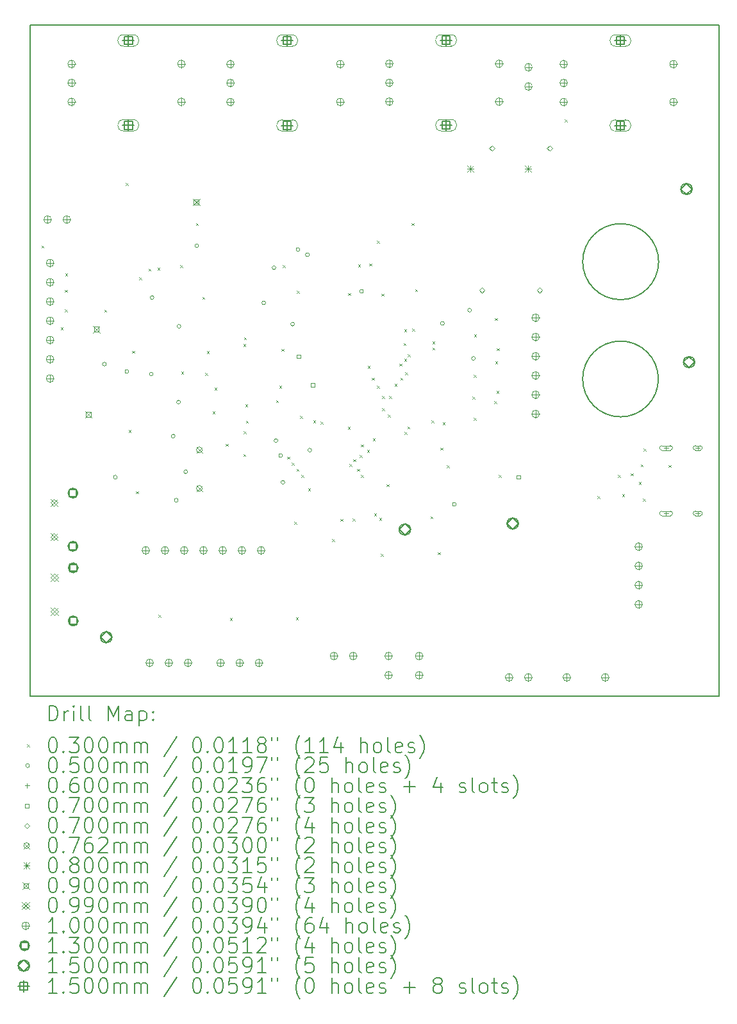
<source format=gbr>
%TF.GenerationSoftware,KiCad,Pcbnew,9.0.5*%
%TF.CreationDate,2025-11-16T19:48:43+01:00*%
%TF.ProjectId,OSCAR_Proc,4f534341-525f-4507-926f-632e6b696361,rev?*%
%TF.SameCoordinates,Original*%
%TF.FileFunction,Drillmap*%
%TF.FilePolarity,Positive*%
%FSLAX45Y45*%
G04 Gerber Fmt 4.5, Leading zero omitted, Abs format (unit mm)*
G04 Created by KiCad (PCBNEW 9.0.5) date 2025-11-16 19:48:43*
%MOMM*%
%LPD*%
G01*
G04 APERTURE LIST*
%ADD10C,0.200000*%
%ADD11C,0.100000*%
%ADD12C,0.130000*%
%ADD13C,0.150000*%
G04 APERTURE END LIST*
D10*
X10437000Y-2344000D02*
X19537000Y-2344000D01*
X19537000Y-11200000D01*
X10437000Y-11200000D01*
X10437000Y-2344000D01*
X18738483Y-5463517D02*
G75*
G02*
X17735517Y-5463517I-501483J0D01*
G01*
X17735517Y-5463517D02*
G75*
G02*
X18738483Y-5463517I501483J0D01*
G01*
X18734917Y-7011083D02*
G75*
G02*
X17735083Y-7011083I-499917J0D01*
G01*
X17735083Y-7011083D02*
G75*
G02*
X18734917Y-7011083I499917J0D01*
G01*
D11*
X10584000Y-5250000D02*
X10614000Y-5280000D01*
X10614000Y-5250000D02*
X10584000Y-5280000D01*
X10838000Y-6332000D02*
X10868000Y-6362000D01*
X10868000Y-6332000D02*
X10838000Y-6362000D01*
X10895000Y-5836000D02*
X10925000Y-5866000D01*
X10925000Y-5836000D02*
X10895000Y-5866000D01*
X10895000Y-6093000D02*
X10925000Y-6123000D01*
X10925000Y-6093000D02*
X10895000Y-6123000D01*
X10897000Y-5620000D02*
X10927000Y-5650000D01*
X10927000Y-5620000D02*
X10897000Y-5650000D01*
X11415000Y-6098000D02*
X11445000Y-6128000D01*
X11445000Y-6098000D02*
X11415000Y-6128000D01*
X11701000Y-4427000D02*
X11731000Y-4457000D01*
X11731000Y-4427000D02*
X11701000Y-4457000D01*
X11735500Y-7686000D02*
X11765500Y-7716000D01*
X11765500Y-7686000D02*
X11735500Y-7716000D01*
X11782000Y-6641000D02*
X11812000Y-6671000D01*
X11812000Y-6641000D02*
X11782000Y-6671000D01*
X11836500Y-8492000D02*
X11866500Y-8522000D01*
X11866500Y-8492000D02*
X11836500Y-8522000D01*
X11875000Y-5668000D02*
X11905000Y-5698000D01*
X11905000Y-5668000D02*
X11875000Y-5698000D01*
X12001000Y-5556000D02*
X12031000Y-5586000D01*
X12031000Y-5556000D02*
X12001000Y-5586000D01*
X12118000Y-5543000D02*
X12148000Y-5573000D01*
X12148000Y-5543000D02*
X12118000Y-5573000D01*
X12129000Y-10124000D02*
X12159000Y-10154000D01*
X12159000Y-10124000D02*
X12129000Y-10154000D01*
X12419000Y-5510000D02*
X12449000Y-5540000D01*
X12449000Y-5510000D02*
X12419000Y-5540000D01*
X12430000Y-6913000D02*
X12460000Y-6943000D01*
X12460000Y-6913000D02*
X12430000Y-6943000D01*
X12625000Y-4954000D02*
X12655000Y-4984000D01*
X12655000Y-4954000D02*
X12625000Y-4984000D01*
X12711500Y-5927000D02*
X12741500Y-5957000D01*
X12741500Y-5927000D02*
X12711500Y-5957000D01*
X12746500Y-6932000D02*
X12776500Y-6962000D01*
X12776500Y-6932000D02*
X12746500Y-6962000D01*
X12768000Y-6642000D02*
X12798000Y-6672000D01*
X12798000Y-6642000D02*
X12768000Y-6672000D01*
X12847000Y-7439000D02*
X12877000Y-7469000D01*
X12877000Y-7439000D02*
X12847000Y-7469000D01*
X12871500Y-7127000D02*
X12901500Y-7157000D01*
X12901500Y-7127000D02*
X12871500Y-7157000D01*
X13021500Y-7867000D02*
X13051500Y-7897000D01*
X13051500Y-7867000D02*
X13021500Y-7897000D01*
X13076000Y-10168000D02*
X13106000Y-10198000D01*
X13106000Y-10168000D02*
X13076000Y-10198000D01*
X13251500Y-6552000D02*
X13281500Y-6582000D01*
X13281500Y-6552000D02*
X13251500Y-6582000D01*
X13251500Y-8003000D02*
X13281500Y-8033000D01*
X13281500Y-8003000D02*
X13251500Y-8033000D01*
X13255500Y-7702000D02*
X13285500Y-7732000D01*
X13285500Y-7702000D02*
X13255500Y-7732000D01*
X13261500Y-6462000D02*
X13291500Y-6492000D01*
X13291500Y-6462000D02*
X13261500Y-6492000D01*
X13277000Y-7348000D02*
X13307000Y-7378000D01*
X13307000Y-7348000D02*
X13277000Y-7378000D01*
X13288000Y-7562000D02*
X13318000Y-7592000D01*
X13318000Y-7562000D02*
X13288000Y-7592000D01*
X13682500Y-7293000D02*
X13712500Y-7323000D01*
X13712500Y-7293000D02*
X13682500Y-7323000D01*
X13725500Y-7101000D02*
X13755500Y-7131000D01*
X13755500Y-7101000D02*
X13725500Y-7131000D01*
X13758500Y-6615000D02*
X13788500Y-6645000D01*
X13788500Y-6615000D02*
X13758500Y-6645000D01*
X13771000Y-5507000D02*
X13801000Y-5537000D01*
X13801000Y-5507000D02*
X13771000Y-5537000D01*
X13834000Y-8037000D02*
X13864000Y-8067000D01*
X13864000Y-8037000D02*
X13834000Y-8067000D01*
X13891500Y-8117000D02*
X13921500Y-8147000D01*
X13921500Y-8117000D02*
X13891500Y-8147000D01*
X13926500Y-8894500D02*
X13956500Y-8924500D01*
X13956500Y-8894500D02*
X13926500Y-8924500D01*
X13946000Y-10157000D02*
X13976000Y-10187000D01*
X13976000Y-10157000D02*
X13946000Y-10187000D01*
X13956500Y-8197000D02*
X13986500Y-8227000D01*
X13986500Y-8197000D02*
X13956500Y-8227000D01*
X13958000Y-5849000D02*
X13988000Y-5879000D01*
X13988000Y-5849000D02*
X13958000Y-5879000D01*
X14002750Y-7498250D02*
X14032750Y-7528250D01*
X14032750Y-7498250D02*
X14002750Y-7528250D01*
X14016500Y-8277000D02*
X14046500Y-8307000D01*
X14046500Y-8277000D02*
X14016500Y-8307000D01*
X14106500Y-8457000D02*
X14136500Y-8487000D01*
X14136500Y-8457000D02*
X14106500Y-8487000D01*
X14176500Y-7557000D02*
X14206500Y-7587000D01*
X14206500Y-7557000D02*
X14176500Y-7587000D01*
X14271500Y-7577000D02*
X14301500Y-7607000D01*
X14301500Y-7577000D02*
X14271500Y-7607000D01*
X14424000Y-9123000D02*
X14454000Y-9153000D01*
X14454000Y-9123000D02*
X14424000Y-9153000D01*
X14536500Y-8857000D02*
X14566500Y-8887000D01*
X14566500Y-8857000D02*
X14536500Y-8887000D01*
X14631500Y-7642000D02*
X14661500Y-7672000D01*
X14661500Y-7642000D02*
X14631500Y-7672000D01*
X14636500Y-5877000D02*
X14666500Y-5907000D01*
X14666500Y-5877000D02*
X14636500Y-5907000D01*
X14651500Y-8132000D02*
X14681500Y-8162000D01*
X14681500Y-8132000D02*
X14651500Y-8162000D01*
X14696500Y-8852000D02*
X14726500Y-8882000D01*
X14726500Y-8852000D02*
X14696500Y-8882000D01*
X14706500Y-8072000D02*
X14736500Y-8102000D01*
X14736500Y-8072000D02*
X14706500Y-8102000D01*
X14756500Y-8197000D02*
X14786500Y-8227000D01*
X14786500Y-8197000D02*
X14756500Y-8227000D01*
X14766500Y-5502000D02*
X14796500Y-5532000D01*
X14796500Y-5502000D02*
X14766500Y-5532000D01*
X14791500Y-8014500D02*
X14821500Y-8044500D01*
X14821500Y-8014500D02*
X14791500Y-8044500D01*
X14806500Y-7877000D02*
X14836500Y-7907000D01*
X14836500Y-7877000D02*
X14806500Y-7907000D01*
X14806500Y-8277000D02*
X14836500Y-8307000D01*
X14836500Y-8277000D02*
X14806500Y-8307000D01*
X14886500Y-7947000D02*
X14916500Y-7977000D01*
X14916500Y-7947000D02*
X14886500Y-7977000D01*
X14894000Y-6837000D02*
X14924000Y-6867000D01*
X14924000Y-6837000D02*
X14894000Y-6867000D01*
X14916500Y-5487000D02*
X14946500Y-5517000D01*
X14946500Y-5487000D02*
X14916500Y-5517000D01*
X14951500Y-6997000D02*
X14981500Y-7027000D01*
X14981500Y-6997000D02*
X14951500Y-7027000D01*
X14961500Y-7797000D02*
X14991500Y-7827000D01*
X14991500Y-7797000D02*
X14961500Y-7827000D01*
X14981000Y-8785000D02*
X15011000Y-8815000D01*
X15011000Y-8785000D02*
X14981000Y-8815000D01*
X15016500Y-5186500D02*
X15046500Y-5216500D01*
X15046500Y-5186500D02*
X15016500Y-5216500D01*
X15016500Y-7102000D02*
X15046500Y-7132000D01*
X15046500Y-7102000D02*
X15016500Y-7132000D01*
X15046500Y-8847000D02*
X15076500Y-8877000D01*
X15076500Y-8847000D02*
X15046500Y-8877000D01*
X15066500Y-9317000D02*
X15096500Y-9347000D01*
X15096500Y-9317000D02*
X15066500Y-9347000D01*
X15076500Y-5887000D02*
X15106500Y-5917000D01*
X15106500Y-5887000D02*
X15076500Y-5917000D01*
X15086500Y-7237000D02*
X15116500Y-7267000D01*
X15116500Y-7237000D02*
X15086500Y-7267000D01*
X15086500Y-7397000D02*
X15116500Y-7427000D01*
X15116500Y-7397000D02*
X15086500Y-7427000D01*
X15143000Y-8402000D02*
X15173000Y-8432000D01*
X15173000Y-8402000D02*
X15143000Y-8432000D01*
X15161500Y-7482000D02*
X15191500Y-7512000D01*
X15191500Y-7482000D02*
X15161500Y-7512000D01*
X15176500Y-7237000D02*
X15206500Y-7267000D01*
X15206500Y-7237000D02*
X15176500Y-7267000D01*
X15251500Y-7077000D02*
X15281500Y-7107000D01*
X15281500Y-7077000D02*
X15251500Y-7107000D01*
X15314659Y-6808841D02*
X15344659Y-6838841D01*
X15344659Y-6808841D02*
X15314659Y-6838841D01*
X15326500Y-6997000D02*
X15356500Y-7027000D01*
X15356500Y-6997000D02*
X15326500Y-7027000D01*
X15369000Y-6539500D02*
X15399000Y-6569500D01*
X15399000Y-6539500D02*
X15369000Y-6569500D01*
X15376500Y-6357000D02*
X15406500Y-6387000D01*
X15406500Y-6357000D02*
X15376500Y-6387000D01*
X15376829Y-6746671D02*
X15406829Y-6776671D01*
X15406829Y-6746671D02*
X15376829Y-6776671D01*
X15381500Y-7712000D02*
X15411500Y-7742000D01*
X15411500Y-7712000D02*
X15381500Y-7742000D01*
X15391500Y-6922000D02*
X15421500Y-6952000D01*
X15421500Y-6922000D02*
X15391500Y-6952000D01*
X15421500Y-7637000D02*
X15451500Y-7667000D01*
X15451500Y-7637000D02*
X15421500Y-7667000D01*
X15426500Y-6687000D02*
X15456500Y-6717000D01*
X15456500Y-6687000D02*
X15426500Y-6717000D01*
X15476000Y-4954000D02*
X15506000Y-4984000D01*
X15506000Y-4954000D02*
X15476000Y-4984000D01*
X15484000Y-6349500D02*
X15514000Y-6379500D01*
X15514000Y-6349500D02*
X15484000Y-6379500D01*
X15521500Y-5827000D02*
X15551500Y-5857000D01*
X15551500Y-5827000D02*
X15521500Y-5857000D01*
X15726500Y-8824500D02*
X15756500Y-8854500D01*
X15756500Y-8824500D02*
X15726500Y-8854500D01*
X15736500Y-7557000D02*
X15766500Y-7587000D01*
X15766500Y-7557000D02*
X15736500Y-7587000D01*
X15751500Y-6517000D02*
X15781500Y-6547000D01*
X15781500Y-6517000D02*
X15751500Y-6547000D01*
X15751500Y-6597000D02*
X15781500Y-6627000D01*
X15781500Y-6597000D02*
X15751500Y-6627000D01*
X15821500Y-9297000D02*
X15851500Y-9327000D01*
X15851500Y-9297000D02*
X15821500Y-9327000D01*
X15858000Y-7918000D02*
X15888000Y-7948000D01*
X15888000Y-7918000D02*
X15858000Y-7948000D01*
X15887000Y-7582000D02*
X15917000Y-7612000D01*
X15917000Y-7582000D02*
X15887000Y-7612000D01*
X15941500Y-8152000D02*
X15971500Y-8182000D01*
X15971500Y-8152000D02*
X15941500Y-8182000D01*
X16281500Y-7247000D02*
X16311500Y-7277000D01*
X16311500Y-7247000D02*
X16281500Y-7277000D01*
X16296500Y-6957000D02*
X16326500Y-6987000D01*
X16326500Y-6957000D02*
X16296500Y-6987000D01*
X16296500Y-7524000D02*
X16326500Y-7554000D01*
X16326500Y-7524000D02*
X16296500Y-7554000D01*
X16301500Y-6422000D02*
X16331500Y-6452000D01*
X16331500Y-6422000D02*
X16301500Y-6452000D01*
X16566500Y-7302000D02*
X16596500Y-7332000D01*
X16596500Y-7302000D02*
X16566500Y-7332000D01*
X16576500Y-6207000D02*
X16606500Y-6237000D01*
X16606500Y-6207000D02*
X16576500Y-6237000D01*
X16580000Y-6778000D02*
X16610000Y-6808000D01*
X16610000Y-6778000D02*
X16580000Y-6808000D01*
X16597000Y-7169000D02*
X16627000Y-7199000D01*
X16627000Y-7169000D02*
X16597000Y-7199000D01*
X16601000Y-6606000D02*
X16631000Y-6636000D01*
X16631000Y-6606000D02*
X16601000Y-6636000D01*
X16626500Y-8277000D02*
X16656500Y-8307000D01*
X16656500Y-8277000D02*
X16626500Y-8307000D01*
X17497000Y-3586000D02*
X17527000Y-3616000D01*
X17527000Y-3586000D02*
X17497000Y-3616000D01*
X17929000Y-8555000D02*
X17959000Y-8585000D01*
X17959000Y-8555000D02*
X17929000Y-8585000D01*
X18200000Y-8278000D02*
X18230000Y-8308000D01*
X18230000Y-8278000D02*
X18200000Y-8308000D01*
X18256000Y-8531000D02*
X18286000Y-8561000D01*
X18286000Y-8531000D02*
X18256000Y-8561000D01*
X18370000Y-8256000D02*
X18400000Y-8286000D01*
X18400000Y-8256000D02*
X18370000Y-8286000D01*
X18477000Y-8372000D02*
X18507000Y-8402000D01*
X18507000Y-8372000D02*
X18477000Y-8402000D01*
X18503000Y-8137000D02*
X18533000Y-8167000D01*
X18533000Y-8137000D02*
X18503000Y-8167000D01*
X18531000Y-8593000D02*
X18561000Y-8623000D01*
X18561000Y-8593000D02*
X18531000Y-8623000D01*
X18542000Y-7930000D02*
X18572000Y-7960000D01*
X18572000Y-7930000D02*
X18542000Y-7960000D01*
X18870750Y-8146250D02*
X18900750Y-8176250D01*
X18900750Y-8146250D02*
X18870750Y-8176250D01*
X11442000Y-6815000D02*
G75*
G02*
X11392000Y-6815000I-25000J0D01*
G01*
X11392000Y-6815000D02*
G75*
G02*
X11442000Y-6815000I25000J0D01*
G01*
X11586000Y-8307000D02*
G75*
G02*
X11536000Y-8307000I-25000J0D01*
G01*
X11536000Y-8307000D02*
G75*
G02*
X11586000Y-8307000I25000J0D01*
G01*
X11738000Y-6913000D02*
G75*
G02*
X11688000Y-6913000I-25000J0D01*
G01*
X11688000Y-6913000D02*
G75*
G02*
X11738000Y-6913000I25000J0D01*
G01*
X12061000Y-6946500D02*
G75*
G02*
X12011000Y-6946500I-25000J0D01*
G01*
X12011000Y-6946500D02*
G75*
G02*
X12061000Y-6946500I25000J0D01*
G01*
X12071500Y-5937000D02*
G75*
G02*
X12021500Y-5937000I-25000J0D01*
G01*
X12021500Y-5937000D02*
G75*
G02*
X12071500Y-5937000I25000J0D01*
G01*
X12350000Y-7766000D02*
G75*
G02*
X12300000Y-7766000I-25000J0D01*
G01*
X12300000Y-7766000D02*
G75*
G02*
X12350000Y-7766000I25000J0D01*
G01*
X12391000Y-8612000D02*
G75*
G02*
X12341000Y-8612000I-25000J0D01*
G01*
X12341000Y-8612000D02*
G75*
G02*
X12391000Y-8612000I25000J0D01*
G01*
X12421500Y-7317000D02*
G75*
G02*
X12371500Y-7317000I-25000J0D01*
G01*
X12371500Y-7317000D02*
G75*
G02*
X12421500Y-7317000I25000J0D01*
G01*
X12426500Y-6317000D02*
G75*
G02*
X12376500Y-6317000I-25000J0D01*
G01*
X12376500Y-6317000D02*
G75*
G02*
X12426500Y-6317000I25000J0D01*
G01*
X12516000Y-8236000D02*
G75*
G02*
X12466000Y-8236000I-25000J0D01*
G01*
X12466000Y-8236000D02*
G75*
G02*
X12516000Y-8236000I25000J0D01*
G01*
X12662000Y-5254000D02*
G75*
G02*
X12612000Y-5254000I-25000J0D01*
G01*
X12612000Y-5254000D02*
G75*
G02*
X12662000Y-5254000I25000J0D01*
G01*
X13546500Y-6007000D02*
G75*
G02*
X13496500Y-6007000I-25000J0D01*
G01*
X13496500Y-6007000D02*
G75*
G02*
X13546500Y-6007000I25000J0D01*
G01*
X13682000Y-5544000D02*
G75*
G02*
X13632000Y-5544000I-25000J0D01*
G01*
X13632000Y-5544000D02*
G75*
G02*
X13682000Y-5544000I25000J0D01*
G01*
X13708000Y-7824000D02*
G75*
G02*
X13658000Y-7824000I-25000J0D01*
G01*
X13658000Y-7824000D02*
G75*
G02*
X13708000Y-7824000I25000J0D01*
G01*
X13769000Y-8022000D02*
G75*
G02*
X13719000Y-8022000I-25000J0D01*
G01*
X13719000Y-8022000D02*
G75*
G02*
X13769000Y-8022000I25000J0D01*
G01*
X13800000Y-8375000D02*
G75*
G02*
X13750000Y-8375000I-25000J0D01*
G01*
X13750000Y-8375000D02*
G75*
G02*
X13800000Y-8375000I25000J0D01*
G01*
X13928000Y-6288250D02*
G75*
G02*
X13878000Y-6288250I-25000J0D01*
G01*
X13878000Y-6288250D02*
G75*
G02*
X13928000Y-6288250I25000J0D01*
G01*
X13998000Y-5303000D02*
G75*
G02*
X13948000Y-5303000I-25000J0D01*
G01*
X13948000Y-5303000D02*
G75*
G02*
X13998000Y-5303000I25000J0D01*
G01*
X14124000Y-5372000D02*
G75*
G02*
X14074000Y-5372000I-25000J0D01*
G01*
X14074000Y-5372000D02*
G75*
G02*
X14124000Y-5372000I25000J0D01*
G01*
X14155000Y-7951000D02*
G75*
G02*
X14105000Y-7951000I-25000J0D01*
G01*
X14105000Y-7951000D02*
G75*
G02*
X14155000Y-7951000I25000J0D01*
G01*
X14839000Y-5854000D02*
G75*
G02*
X14789000Y-5854000I-25000J0D01*
G01*
X14789000Y-5854000D02*
G75*
G02*
X14839000Y-5854000I25000J0D01*
G01*
X15907000Y-6278000D02*
G75*
G02*
X15857000Y-6278000I-25000J0D01*
G01*
X15857000Y-6278000D02*
G75*
G02*
X15907000Y-6278000I25000J0D01*
G01*
X16064000Y-8666000D02*
G75*
G02*
X16014000Y-8666000I-25000J0D01*
G01*
X16014000Y-8666000D02*
G75*
G02*
X16064000Y-8666000I25000J0D01*
G01*
X16266000Y-6104000D02*
G75*
G02*
X16216000Y-6104000I-25000J0D01*
G01*
X16216000Y-6104000D02*
G75*
G02*
X16266000Y-6104000I25000J0D01*
G01*
X16316000Y-6740000D02*
G75*
G02*
X16266000Y-6740000I-25000J0D01*
G01*
X16266000Y-6740000D02*
G75*
G02*
X16316000Y-6740000I25000J0D01*
G01*
X18838000Y-7891000D02*
X18838000Y-7951000D01*
X18808000Y-7921000D02*
X18868000Y-7921000D01*
X18893000Y-7891000D02*
X18783000Y-7891000D01*
X18783000Y-7951000D02*
G75*
G02*
X18783000Y-7891000I0J30000D01*
G01*
X18783000Y-7951000D02*
X18893000Y-7951000D01*
X18893000Y-7951000D02*
G75*
G03*
X18893000Y-7891000I0J30000D01*
G01*
X18838000Y-8755000D02*
X18838000Y-8815000D01*
X18808000Y-8785000D02*
X18868000Y-8785000D01*
X18893000Y-8755000D02*
X18783000Y-8755000D01*
X18783000Y-8815000D02*
G75*
G02*
X18783000Y-8755000I0J30000D01*
G01*
X18783000Y-8815000D02*
X18893000Y-8815000D01*
X18893000Y-8815000D02*
G75*
G03*
X18893000Y-8755000I0J30000D01*
G01*
X19256000Y-7891000D02*
X19256000Y-7951000D01*
X19226000Y-7921000D02*
X19286000Y-7921000D01*
X19286000Y-7891000D02*
X19226000Y-7891000D01*
X19226000Y-7951000D02*
G75*
G02*
X19226000Y-7891000I0J30000D01*
G01*
X19226000Y-7951000D02*
X19286000Y-7951000D01*
X19286000Y-7951000D02*
G75*
G03*
X19286000Y-7891000I0J30000D01*
G01*
X19256000Y-8755000D02*
X19256000Y-8815000D01*
X19226000Y-8785000D02*
X19286000Y-8785000D01*
X19286000Y-8755000D02*
X19226000Y-8755000D01*
X19226000Y-8815000D02*
G75*
G02*
X19226000Y-8755000I0J30000D01*
G01*
X19226000Y-8815000D02*
X19286000Y-8815000D01*
X19286000Y-8815000D02*
G75*
G03*
X19286000Y-8755000I0J30000D01*
G01*
X14006249Y-6739249D02*
X14006249Y-6689751D01*
X13956751Y-6689751D01*
X13956751Y-6739249D01*
X14006249Y-6739249D01*
X14191249Y-7116749D02*
X14191249Y-7067251D01*
X14141751Y-7067251D01*
X14141751Y-7116749D01*
X14191249Y-7116749D01*
X16910749Y-8330749D02*
X16910749Y-8281251D01*
X16861251Y-8281251D01*
X16861251Y-8330749D01*
X16910749Y-8330749D01*
X16406000Y-5876000D02*
X16441000Y-5841000D01*
X16406000Y-5806000D01*
X16371000Y-5841000D01*
X16406000Y-5876000D01*
X16536000Y-4004000D02*
X16571000Y-3969000D01*
X16536000Y-3934000D01*
X16501000Y-3969000D01*
X16536000Y-4004000D01*
X17168000Y-5876000D02*
X17203000Y-5841000D01*
X17168000Y-5806000D01*
X17133000Y-5841000D01*
X17168000Y-5876000D01*
X17298000Y-4004000D02*
X17333000Y-3969000D01*
X17298000Y-3934000D01*
X17263000Y-3969000D01*
X17298000Y-4004000D01*
X12633400Y-7909900D02*
X12709600Y-7986100D01*
X12709600Y-7909900D02*
X12633400Y-7986100D01*
X12709600Y-7948000D02*
G75*
G02*
X12633400Y-7948000I-38100J0D01*
G01*
X12633400Y-7948000D02*
G75*
G02*
X12709600Y-7948000I38100J0D01*
G01*
X12633400Y-8417900D02*
X12709600Y-8494100D01*
X12709600Y-8417900D02*
X12633400Y-8494100D01*
X12709600Y-8456000D02*
G75*
G02*
X12633400Y-8456000I-38100J0D01*
G01*
X12633400Y-8456000D02*
G75*
G02*
X12709600Y-8456000I38100J0D01*
G01*
X16212000Y-4199000D02*
X16292000Y-4279000D01*
X16292000Y-4199000D02*
X16212000Y-4279000D01*
X16252000Y-4199000D02*
X16252000Y-4279000D01*
X16212000Y-4239000D02*
X16292000Y-4239000D01*
X16974000Y-4199000D02*
X17054000Y-4279000D01*
X17054000Y-4199000D02*
X16974000Y-4279000D01*
X17014000Y-4199000D02*
X17014000Y-4279000D01*
X16974000Y-4239000D02*
X17054000Y-4239000D01*
X11161000Y-7435000D02*
X11251000Y-7525000D01*
X11251000Y-7435000D02*
X11161000Y-7525000D01*
X11237820Y-7511820D02*
X11237820Y-7448180D01*
X11174180Y-7448180D01*
X11174180Y-7511820D01*
X11237820Y-7511820D01*
X11266000Y-6311000D02*
X11356000Y-6401000D01*
X11356000Y-6311000D02*
X11266000Y-6401000D01*
X11342820Y-6387820D02*
X11342820Y-6324180D01*
X11279180Y-6324180D01*
X11279180Y-6387820D01*
X11342820Y-6387820D01*
X12585000Y-4632000D02*
X12675000Y-4722000D01*
X12675000Y-4632000D02*
X12585000Y-4722000D01*
X12661820Y-4708820D02*
X12661820Y-4645180D01*
X12598180Y-4645180D01*
X12598180Y-4708820D01*
X12661820Y-4708820D01*
X10702500Y-8593500D02*
X10801500Y-8692500D01*
X10801500Y-8593500D02*
X10702500Y-8692500D01*
X10752000Y-8692500D02*
X10801500Y-8643000D01*
X10752000Y-8593500D01*
X10702500Y-8643000D01*
X10752000Y-8692500D01*
X10702500Y-9043500D02*
X10801500Y-9142500D01*
X10801500Y-9043500D02*
X10702500Y-9142500D01*
X10752000Y-9142500D02*
X10801500Y-9093000D01*
X10752000Y-9043500D01*
X10702500Y-9093000D01*
X10752000Y-9142500D01*
X10705500Y-9579500D02*
X10804500Y-9678500D01*
X10804500Y-9579500D02*
X10705500Y-9678500D01*
X10755000Y-9678500D02*
X10804500Y-9629000D01*
X10755000Y-9579500D01*
X10705500Y-9629000D01*
X10755000Y-9678500D01*
X10705500Y-10029500D02*
X10804500Y-10128500D01*
X10804500Y-10029500D02*
X10705500Y-10128500D01*
X10755000Y-10128500D02*
X10804500Y-10079000D01*
X10755000Y-10029500D01*
X10705500Y-10079000D01*
X10755000Y-10128500D01*
X10666000Y-4858000D02*
X10666000Y-4958000D01*
X10616000Y-4908000D02*
X10716000Y-4908000D01*
X10716000Y-4908000D02*
G75*
G02*
X10616000Y-4908000I-50000J0D01*
G01*
X10616000Y-4908000D02*
G75*
G02*
X10716000Y-4908000I50000J0D01*
G01*
X10699000Y-5430000D02*
X10699000Y-5530000D01*
X10649000Y-5480000D02*
X10749000Y-5480000D01*
X10749000Y-5480000D02*
G75*
G02*
X10649000Y-5480000I-50000J0D01*
G01*
X10649000Y-5480000D02*
G75*
G02*
X10749000Y-5480000I50000J0D01*
G01*
X10699000Y-5684000D02*
X10699000Y-5784000D01*
X10649000Y-5734000D02*
X10749000Y-5734000D01*
X10749000Y-5734000D02*
G75*
G02*
X10649000Y-5734000I-50000J0D01*
G01*
X10649000Y-5734000D02*
G75*
G02*
X10749000Y-5734000I50000J0D01*
G01*
X10699000Y-5938000D02*
X10699000Y-6038000D01*
X10649000Y-5988000D02*
X10749000Y-5988000D01*
X10749000Y-5988000D02*
G75*
G02*
X10649000Y-5988000I-50000J0D01*
G01*
X10649000Y-5988000D02*
G75*
G02*
X10749000Y-5988000I50000J0D01*
G01*
X10699000Y-6192000D02*
X10699000Y-6292000D01*
X10649000Y-6242000D02*
X10749000Y-6242000D01*
X10749000Y-6242000D02*
G75*
G02*
X10649000Y-6242000I-50000J0D01*
G01*
X10649000Y-6242000D02*
G75*
G02*
X10749000Y-6242000I50000J0D01*
G01*
X10699000Y-6446000D02*
X10699000Y-6546000D01*
X10649000Y-6496000D02*
X10749000Y-6496000D01*
X10749000Y-6496000D02*
G75*
G02*
X10649000Y-6496000I-50000J0D01*
G01*
X10649000Y-6496000D02*
G75*
G02*
X10749000Y-6496000I50000J0D01*
G01*
X10699000Y-6700000D02*
X10699000Y-6800000D01*
X10649000Y-6750000D02*
X10749000Y-6750000D01*
X10749000Y-6750000D02*
G75*
G02*
X10649000Y-6750000I-50000J0D01*
G01*
X10649000Y-6750000D02*
G75*
G02*
X10749000Y-6750000I50000J0D01*
G01*
X10699000Y-6954000D02*
X10699000Y-7054000D01*
X10649000Y-7004000D02*
X10749000Y-7004000D01*
X10749000Y-7004000D02*
G75*
G02*
X10649000Y-7004000I-50000J0D01*
G01*
X10649000Y-7004000D02*
G75*
G02*
X10749000Y-7004000I50000J0D01*
G01*
X10920000Y-4858000D02*
X10920000Y-4958000D01*
X10870000Y-4908000D02*
X10970000Y-4908000D01*
X10970000Y-4908000D02*
G75*
G02*
X10870000Y-4908000I-50000J0D01*
G01*
X10870000Y-4908000D02*
G75*
G02*
X10970000Y-4908000I50000J0D01*
G01*
X10983000Y-2804000D02*
X10983000Y-2904000D01*
X10933000Y-2854000D02*
X11033000Y-2854000D01*
X11033000Y-2854000D02*
G75*
G02*
X10933000Y-2854000I-50000J0D01*
G01*
X10933000Y-2854000D02*
G75*
G02*
X11033000Y-2854000I50000J0D01*
G01*
X10983000Y-3054000D02*
X10983000Y-3154000D01*
X10933000Y-3104000D02*
X11033000Y-3104000D01*
X11033000Y-3104000D02*
G75*
G02*
X10933000Y-3104000I-50000J0D01*
G01*
X10933000Y-3104000D02*
G75*
G02*
X11033000Y-3104000I50000J0D01*
G01*
X10983000Y-3304000D02*
X10983000Y-3404000D01*
X10933000Y-3354000D02*
X11033000Y-3354000D01*
X11033000Y-3354000D02*
G75*
G02*
X10933000Y-3354000I-50000J0D01*
G01*
X10933000Y-3354000D02*
G75*
G02*
X11033000Y-3354000I50000J0D01*
G01*
X11963000Y-9222500D02*
X11963000Y-9322500D01*
X11913000Y-9272500D02*
X12013000Y-9272500D01*
X12013000Y-9272500D02*
G75*
G02*
X11913000Y-9272500I-50000J0D01*
G01*
X11913000Y-9272500D02*
G75*
G02*
X12013000Y-9272500I50000J0D01*
G01*
X12014000Y-10708000D02*
X12014000Y-10808000D01*
X11964000Y-10758000D02*
X12064000Y-10758000D01*
X12064000Y-10758000D02*
G75*
G02*
X11964000Y-10758000I-50000J0D01*
G01*
X11964000Y-10758000D02*
G75*
G02*
X12064000Y-10758000I50000J0D01*
G01*
X12217000Y-9222500D02*
X12217000Y-9322500D01*
X12167000Y-9272500D02*
X12267000Y-9272500D01*
X12267000Y-9272500D02*
G75*
G02*
X12167000Y-9272500I-50000J0D01*
G01*
X12167000Y-9272500D02*
G75*
G02*
X12267000Y-9272500I50000J0D01*
G01*
X12268000Y-10708000D02*
X12268000Y-10808000D01*
X12218000Y-10758000D02*
X12318000Y-10758000D01*
X12318000Y-10758000D02*
G75*
G02*
X12218000Y-10758000I-50000J0D01*
G01*
X12218000Y-10758000D02*
G75*
G02*
X12318000Y-10758000I50000J0D01*
G01*
X12433000Y-2804000D02*
X12433000Y-2904000D01*
X12383000Y-2854000D02*
X12483000Y-2854000D01*
X12483000Y-2854000D02*
G75*
G02*
X12383000Y-2854000I-50000J0D01*
G01*
X12383000Y-2854000D02*
G75*
G02*
X12483000Y-2854000I50000J0D01*
G01*
X12433000Y-3304000D02*
X12433000Y-3404000D01*
X12383000Y-3354000D02*
X12483000Y-3354000D01*
X12483000Y-3354000D02*
G75*
G02*
X12383000Y-3354000I-50000J0D01*
G01*
X12383000Y-3354000D02*
G75*
G02*
X12483000Y-3354000I50000J0D01*
G01*
X12471000Y-9222500D02*
X12471000Y-9322500D01*
X12421000Y-9272500D02*
X12521000Y-9272500D01*
X12521000Y-9272500D02*
G75*
G02*
X12421000Y-9272500I-50000J0D01*
G01*
X12421000Y-9272500D02*
G75*
G02*
X12521000Y-9272500I50000J0D01*
G01*
X12522000Y-10708000D02*
X12522000Y-10808000D01*
X12472000Y-10758000D02*
X12572000Y-10758000D01*
X12572000Y-10758000D02*
G75*
G02*
X12472000Y-10758000I-50000J0D01*
G01*
X12472000Y-10758000D02*
G75*
G02*
X12572000Y-10758000I50000J0D01*
G01*
X12725000Y-9222500D02*
X12725000Y-9322500D01*
X12675000Y-9272500D02*
X12775000Y-9272500D01*
X12775000Y-9272500D02*
G75*
G02*
X12675000Y-9272500I-50000J0D01*
G01*
X12675000Y-9272500D02*
G75*
G02*
X12775000Y-9272500I50000J0D01*
G01*
X12950000Y-10708000D02*
X12950000Y-10808000D01*
X12900000Y-10758000D02*
X13000000Y-10758000D01*
X13000000Y-10758000D02*
G75*
G02*
X12900000Y-10758000I-50000J0D01*
G01*
X12900000Y-10758000D02*
G75*
G02*
X13000000Y-10758000I50000J0D01*
G01*
X12979000Y-9222500D02*
X12979000Y-9322500D01*
X12929000Y-9272500D02*
X13029000Y-9272500D01*
X13029000Y-9272500D02*
G75*
G02*
X12929000Y-9272500I-50000J0D01*
G01*
X12929000Y-9272500D02*
G75*
G02*
X13029000Y-9272500I50000J0D01*
G01*
X13082000Y-2806000D02*
X13082000Y-2906000D01*
X13032000Y-2856000D02*
X13132000Y-2856000D01*
X13132000Y-2856000D02*
G75*
G02*
X13032000Y-2856000I-50000J0D01*
G01*
X13032000Y-2856000D02*
G75*
G02*
X13132000Y-2856000I50000J0D01*
G01*
X13082000Y-3056000D02*
X13082000Y-3156000D01*
X13032000Y-3106000D02*
X13132000Y-3106000D01*
X13132000Y-3106000D02*
G75*
G02*
X13032000Y-3106000I-50000J0D01*
G01*
X13032000Y-3106000D02*
G75*
G02*
X13132000Y-3106000I50000J0D01*
G01*
X13082000Y-3306000D02*
X13082000Y-3406000D01*
X13032000Y-3356000D02*
X13132000Y-3356000D01*
X13132000Y-3356000D02*
G75*
G02*
X13032000Y-3356000I-50000J0D01*
G01*
X13032000Y-3356000D02*
G75*
G02*
X13132000Y-3356000I50000J0D01*
G01*
X13204000Y-10708000D02*
X13204000Y-10808000D01*
X13154000Y-10758000D02*
X13254000Y-10758000D01*
X13254000Y-10758000D02*
G75*
G02*
X13154000Y-10758000I-50000J0D01*
G01*
X13154000Y-10758000D02*
G75*
G02*
X13254000Y-10758000I50000J0D01*
G01*
X13233000Y-9222500D02*
X13233000Y-9322500D01*
X13183000Y-9272500D02*
X13283000Y-9272500D01*
X13283000Y-9272500D02*
G75*
G02*
X13183000Y-9272500I-50000J0D01*
G01*
X13183000Y-9272500D02*
G75*
G02*
X13283000Y-9272500I50000J0D01*
G01*
X13458000Y-10708000D02*
X13458000Y-10808000D01*
X13408000Y-10758000D02*
X13508000Y-10758000D01*
X13508000Y-10758000D02*
G75*
G02*
X13408000Y-10758000I-50000J0D01*
G01*
X13408000Y-10758000D02*
G75*
G02*
X13508000Y-10758000I50000J0D01*
G01*
X13487000Y-9222500D02*
X13487000Y-9322500D01*
X13437000Y-9272500D02*
X13537000Y-9272500D01*
X13537000Y-9272500D02*
G75*
G02*
X13437000Y-9272500I-50000J0D01*
G01*
X13437000Y-9272500D02*
G75*
G02*
X13537000Y-9272500I50000J0D01*
G01*
X14449500Y-10617000D02*
X14449500Y-10717000D01*
X14399500Y-10667000D02*
X14499500Y-10667000D01*
X14499500Y-10667000D02*
G75*
G02*
X14399500Y-10667000I-50000J0D01*
G01*
X14399500Y-10667000D02*
G75*
G02*
X14499500Y-10667000I50000J0D01*
G01*
X14532000Y-2806000D02*
X14532000Y-2906000D01*
X14482000Y-2856000D02*
X14582000Y-2856000D01*
X14582000Y-2856000D02*
G75*
G02*
X14482000Y-2856000I-50000J0D01*
G01*
X14482000Y-2856000D02*
G75*
G02*
X14582000Y-2856000I50000J0D01*
G01*
X14532000Y-3306000D02*
X14532000Y-3406000D01*
X14482000Y-3356000D02*
X14582000Y-3356000D01*
X14582000Y-3356000D02*
G75*
G02*
X14482000Y-3356000I-50000J0D01*
G01*
X14482000Y-3356000D02*
G75*
G02*
X14582000Y-3356000I50000J0D01*
G01*
X14703500Y-10617000D02*
X14703500Y-10717000D01*
X14653500Y-10667000D02*
X14753500Y-10667000D01*
X14753500Y-10667000D02*
G75*
G02*
X14653500Y-10667000I-50000J0D01*
G01*
X14653500Y-10667000D02*
G75*
G02*
X14753500Y-10667000I50000J0D01*
G01*
X15171000Y-10617000D02*
X15171000Y-10717000D01*
X15121000Y-10667000D02*
X15221000Y-10667000D01*
X15221000Y-10667000D02*
G75*
G02*
X15121000Y-10667000I-50000J0D01*
G01*
X15121000Y-10667000D02*
G75*
G02*
X15221000Y-10667000I50000J0D01*
G01*
X15171000Y-10871000D02*
X15171000Y-10971000D01*
X15121000Y-10921000D02*
X15221000Y-10921000D01*
X15221000Y-10921000D02*
G75*
G02*
X15121000Y-10921000I-50000J0D01*
G01*
X15121000Y-10921000D02*
G75*
G02*
X15221000Y-10921000I50000J0D01*
G01*
X15181000Y-2802000D02*
X15181000Y-2902000D01*
X15131000Y-2852000D02*
X15231000Y-2852000D01*
X15231000Y-2852000D02*
G75*
G02*
X15131000Y-2852000I-50000J0D01*
G01*
X15131000Y-2852000D02*
G75*
G02*
X15231000Y-2852000I50000J0D01*
G01*
X15181000Y-3052000D02*
X15181000Y-3152000D01*
X15131000Y-3102000D02*
X15231000Y-3102000D01*
X15231000Y-3102000D02*
G75*
G02*
X15131000Y-3102000I-50000J0D01*
G01*
X15131000Y-3102000D02*
G75*
G02*
X15231000Y-3102000I50000J0D01*
G01*
X15181000Y-3302000D02*
X15181000Y-3402000D01*
X15131000Y-3352000D02*
X15231000Y-3352000D01*
X15231000Y-3352000D02*
G75*
G02*
X15131000Y-3352000I-50000J0D01*
G01*
X15131000Y-3352000D02*
G75*
G02*
X15231000Y-3352000I50000J0D01*
G01*
X15574000Y-10617000D02*
X15574000Y-10717000D01*
X15524000Y-10667000D02*
X15624000Y-10667000D01*
X15624000Y-10667000D02*
G75*
G02*
X15524000Y-10667000I-50000J0D01*
G01*
X15524000Y-10667000D02*
G75*
G02*
X15624000Y-10667000I50000J0D01*
G01*
X15574000Y-10871000D02*
X15574000Y-10971000D01*
X15524000Y-10921000D02*
X15624000Y-10921000D01*
X15624000Y-10921000D02*
G75*
G02*
X15524000Y-10921000I-50000J0D01*
G01*
X15524000Y-10921000D02*
G75*
G02*
X15624000Y-10921000I50000J0D01*
G01*
X16631000Y-2802000D02*
X16631000Y-2902000D01*
X16581000Y-2852000D02*
X16681000Y-2852000D01*
X16681000Y-2852000D02*
G75*
G02*
X16581000Y-2852000I-50000J0D01*
G01*
X16581000Y-2852000D02*
G75*
G02*
X16681000Y-2852000I50000J0D01*
G01*
X16631000Y-3302000D02*
X16631000Y-3402000D01*
X16581000Y-3352000D02*
X16681000Y-3352000D01*
X16681000Y-3352000D02*
G75*
G02*
X16581000Y-3352000I-50000J0D01*
G01*
X16581000Y-3352000D02*
G75*
G02*
X16681000Y-3352000I50000J0D01*
G01*
X16763250Y-10898250D02*
X16763250Y-10998250D01*
X16713250Y-10948250D02*
X16813250Y-10948250D01*
X16813250Y-10948250D02*
G75*
G02*
X16713250Y-10948250I-50000J0D01*
G01*
X16713250Y-10948250D02*
G75*
G02*
X16813250Y-10948250I50000J0D01*
G01*
X17017250Y-10898250D02*
X17017250Y-10998250D01*
X16967250Y-10948250D02*
X17067250Y-10948250D01*
X17067250Y-10948250D02*
G75*
G02*
X16967250Y-10948250I-50000J0D01*
G01*
X16967250Y-10948250D02*
G75*
G02*
X17067250Y-10948250I50000J0D01*
G01*
X17019000Y-2847000D02*
X17019000Y-2947000D01*
X16969000Y-2897000D02*
X17069000Y-2897000D01*
X17069000Y-2897000D02*
G75*
G02*
X16969000Y-2897000I-50000J0D01*
G01*
X16969000Y-2897000D02*
G75*
G02*
X17069000Y-2897000I50000J0D01*
G01*
X17019000Y-3101000D02*
X17019000Y-3201000D01*
X16969000Y-3151000D02*
X17069000Y-3151000D01*
X17069000Y-3151000D02*
G75*
G02*
X16969000Y-3151000I-50000J0D01*
G01*
X16969000Y-3151000D02*
G75*
G02*
X17069000Y-3151000I50000J0D01*
G01*
X17114000Y-6154000D02*
X17114000Y-6254000D01*
X17064000Y-6204000D02*
X17164000Y-6204000D01*
X17164000Y-6204000D02*
G75*
G02*
X17064000Y-6204000I-50000J0D01*
G01*
X17064000Y-6204000D02*
G75*
G02*
X17164000Y-6204000I50000J0D01*
G01*
X17114000Y-6408000D02*
X17114000Y-6508000D01*
X17064000Y-6458000D02*
X17164000Y-6458000D01*
X17164000Y-6458000D02*
G75*
G02*
X17064000Y-6458000I-50000J0D01*
G01*
X17064000Y-6458000D02*
G75*
G02*
X17164000Y-6458000I50000J0D01*
G01*
X17114000Y-6662000D02*
X17114000Y-6762000D01*
X17064000Y-6712000D02*
X17164000Y-6712000D01*
X17164000Y-6712000D02*
G75*
G02*
X17064000Y-6712000I-50000J0D01*
G01*
X17064000Y-6712000D02*
G75*
G02*
X17164000Y-6712000I50000J0D01*
G01*
X17114000Y-6916000D02*
X17114000Y-7016000D01*
X17064000Y-6966000D02*
X17164000Y-6966000D01*
X17164000Y-6966000D02*
G75*
G02*
X17064000Y-6966000I-50000J0D01*
G01*
X17064000Y-6966000D02*
G75*
G02*
X17164000Y-6966000I50000J0D01*
G01*
X17114000Y-7170000D02*
X17114000Y-7270000D01*
X17064000Y-7220000D02*
X17164000Y-7220000D01*
X17164000Y-7220000D02*
G75*
G02*
X17064000Y-7220000I-50000J0D01*
G01*
X17064000Y-7220000D02*
G75*
G02*
X17164000Y-7220000I50000J0D01*
G01*
X17114000Y-7424000D02*
X17114000Y-7524000D01*
X17064000Y-7474000D02*
X17164000Y-7474000D01*
X17164000Y-7474000D02*
G75*
G02*
X17064000Y-7474000I-50000J0D01*
G01*
X17064000Y-7474000D02*
G75*
G02*
X17164000Y-7474000I50000J0D01*
G01*
X17484000Y-2806000D02*
X17484000Y-2906000D01*
X17434000Y-2856000D02*
X17534000Y-2856000D01*
X17534000Y-2856000D02*
G75*
G02*
X17434000Y-2856000I-50000J0D01*
G01*
X17434000Y-2856000D02*
G75*
G02*
X17534000Y-2856000I50000J0D01*
G01*
X17484000Y-3056000D02*
X17484000Y-3156000D01*
X17434000Y-3106000D02*
X17534000Y-3106000D01*
X17534000Y-3106000D02*
G75*
G02*
X17434000Y-3106000I-50000J0D01*
G01*
X17434000Y-3106000D02*
G75*
G02*
X17534000Y-3106000I50000J0D01*
G01*
X17484000Y-3306000D02*
X17484000Y-3406000D01*
X17434000Y-3356000D02*
X17534000Y-3356000D01*
X17534000Y-3356000D02*
G75*
G02*
X17434000Y-3356000I-50000J0D01*
G01*
X17434000Y-3356000D02*
G75*
G02*
X17534000Y-3356000I50000J0D01*
G01*
X17525250Y-10898250D02*
X17525250Y-10998250D01*
X17475250Y-10948250D02*
X17575250Y-10948250D01*
X17575250Y-10948250D02*
G75*
G02*
X17475250Y-10948250I-50000J0D01*
G01*
X17475250Y-10948250D02*
G75*
G02*
X17575250Y-10948250I50000J0D01*
G01*
X18033250Y-10898250D02*
X18033250Y-10998250D01*
X17983250Y-10948250D02*
X18083250Y-10948250D01*
X18083250Y-10948250D02*
G75*
G02*
X17983250Y-10948250I-50000J0D01*
G01*
X17983250Y-10948250D02*
G75*
G02*
X18083250Y-10948250I50000J0D01*
G01*
X18475000Y-9173000D02*
X18475000Y-9273000D01*
X18425000Y-9223000D02*
X18525000Y-9223000D01*
X18525000Y-9223000D02*
G75*
G02*
X18425000Y-9223000I-50000J0D01*
G01*
X18425000Y-9223000D02*
G75*
G02*
X18525000Y-9223000I50000J0D01*
G01*
X18475000Y-9427000D02*
X18475000Y-9527000D01*
X18425000Y-9477000D02*
X18525000Y-9477000D01*
X18525000Y-9477000D02*
G75*
G02*
X18425000Y-9477000I-50000J0D01*
G01*
X18425000Y-9477000D02*
G75*
G02*
X18525000Y-9477000I50000J0D01*
G01*
X18475000Y-9681000D02*
X18475000Y-9781000D01*
X18425000Y-9731000D02*
X18525000Y-9731000D01*
X18525000Y-9731000D02*
G75*
G02*
X18425000Y-9731000I-50000J0D01*
G01*
X18425000Y-9731000D02*
G75*
G02*
X18525000Y-9731000I50000J0D01*
G01*
X18475000Y-9935000D02*
X18475000Y-10035000D01*
X18425000Y-9985000D02*
X18525000Y-9985000D01*
X18525000Y-9985000D02*
G75*
G02*
X18425000Y-9985000I-50000J0D01*
G01*
X18425000Y-9985000D02*
G75*
G02*
X18525000Y-9985000I50000J0D01*
G01*
X18934000Y-2806000D02*
X18934000Y-2906000D01*
X18884000Y-2856000D02*
X18984000Y-2856000D01*
X18984000Y-2856000D02*
G75*
G02*
X18884000Y-2856000I-50000J0D01*
G01*
X18884000Y-2856000D02*
G75*
G02*
X18984000Y-2856000I50000J0D01*
G01*
X18934000Y-3306000D02*
X18934000Y-3406000D01*
X18884000Y-3356000D02*
X18984000Y-3356000D01*
X18984000Y-3356000D02*
G75*
G02*
X18884000Y-3356000I-50000J0D01*
G01*
X18884000Y-3356000D02*
G75*
G02*
X18984000Y-3356000I50000J0D01*
G01*
D12*
X11046962Y-8563962D02*
X11046962Y-8472038D01*
X10955038Y-8472038D01*
X10955038Y-8563962D01*
X11046962Y-8563962D01*
X11066000Y-8518000D02*
G75*
G02*
X10936000Y-8518000I-65000J0D01*
G01*
X10936000Y-8518000D02*
G75*
G02*
X11066000Y-8518000I65000J0D01*
G01*
X11046962Y-9264962D02*
X11046962Y-9173038D01*
X10955038Y-9173038D01*
X10955038Y-9264962D01*
X11046962Y-9264962D01*
X11066000Y-9219000D02*
G75*
G02*
X10936000Y-9219000I-65000J0D01*
G01*
X10936000Y-9219000D02*
G75*
G02*
X11066000Y-9219000I65000J0D01*
G01*
X11049962Y-9549962D02*
X11049962Y-9458038D01*
X10958038Y-9458038D01*
X10958038Y-9549962D01*
X11049962Y-9549962D01*
X11069000Y-9504000D02*
G75*
G02*
X10939000Y-9504000I-65000J0D01*
G01*
X10939000Y-9504000D02*
G75*
G02*
X11069000Y-9504000I65000J0D01*
G01*
X11049962Y-10250962D02*
X11049962Y-10159038D01*
X10958038Y-10159038D01*
X10958038Y-10250962D01*
X11049962Y-10250962D01*
X11069000Y-10205000D02*
G75*
G02*
X10939000Y-10205000I-65000J0D01*
G01*
X10939000Y-10205000D02*
G75*
G02*
X11069000Y-10205000I65000J0D01*
G01*
D13*
X11441000Y-10495000D02*
X11516000Y-10420000D01*
X11441000Y-10345000D01*
X11366000Y-10420000D01*
X11441000Y-10495000D01*
X11516000Y-10420000D02*
G75*
G02*
X11366000Y-10420000I-75000J0D01*
G01*
X11366000Y-10420000D02*
G75*
G02*
X11516000Y-10420000I75000J0D01*
G01*
X15386000Y-9073250D02*
X15461000Y-8998250D01*
X15386000Y-8923250D01*
X15311000Y-8998250D01*
X15386000Y-9073250D01*
X15461000Y-8998250D02*
G75*
G02*
X15311000Y-8998250I-75000J0D01*
G01*
X15311000Y-8998250D02*
G75*
G02*
X15461000Y-8998250I75000J0D01*
G01*
X16811000Y-8994000D02*
X16886000Y-8919000D01*
X16811000Y-8844000D01*
X16736000Y-8919000D01*
X16811000Y-8994000D01*
X16886000Y-8919000D02*
G75*
G02*
X16736000Y-8919000I-75000J0D01*
G01*
X16736000Y-8919000D02*
G75*
G02*
X16886000Y-8919000I75000J0D01*
G01*
X19107000Y-4580000D02*
X19182000Y-4505000D01*
X19107000Y-4430000D01*
X19032000Y-4505000D01*
X19107000Y-4580000D01*
X19182000Y-4505000D02*
G75*
G02*
X19032000Y-4505000I-75000J0D01*
G01*
X19032000Y-4505000D02*
G75*
G02*
X19182000Y-4505000I75000J0D01*
G01*
X19141000Y-6864000D02*
X19216000Y-6789000D01*
X19141000Y-6714000D01*
X19066000Y-6789000D01*
X19141000Y-6864000D01*
X19216000Y-6789000D02*
G75*
G02*
X19066000Y-6789000I-75000J0D01*
G01*
X19066000Y-6789000D02*
G75*
G02*
X19216000Y-6789000I75000J0D01*
G01*
X11733000Y-2469000D02*
X11733000Y-2619000D01*
X11658000Y-2544000D02*
X11808000Y-2544000D01*
X11786033Y-2597034D02*
X11786033Y-2490967D01*
X11679966Y-2490967D01*
X11679966Y-2597034D01*
X11786033Y-2597034D01*
D11*
X11668000Y-2619000D02*
X11798000Y-2619000D01*
X11798000Y-2469000D02*
G75*
G02*
X11798000Y-2619000I0J-75000D01*
G01*
X11798000Y-2469000D02*
X11668000Y-2469000D01*
X11668000Y-2469000D02*
G75*
G03*
X11668000Y-2619000I0J-75000D01*
G01*
D13*
X11733000Y-3589000D02*
X11733000Y-3739000D01*
X11658000Y-3664000D02*
X11808000Y-3664000D01*
X11786033Y-3717033D02*
X11786033Y-3610966D01*
X11679966Y-3610966D01*
X11679966Y-3717033D01*
X11786033Y-3717033D01*
D11*
X11668000Y-3739000D02*
X11798000Y-3739000D01*
X11798000Y-3589000D02*
G75*
G02*
X11798000Y-3739000I0J-75000D01*
G01*
X11798000Y-3589000D02*
X11668000Y-3589000D01*
X11668000Y-3589000D02*
G75*
G03*
X11668000Y-3739000I0J-75000D01*
G01*
D13*
X13832000Y-2471000D02*
X13832000Y-2621000D01*
X13757000Y-2546000D02*
X13907000Y-2546000D01*
X13885033Y-2599034D02*
X13885033Y-2492967D01*
X13778966Y-2492967D01*
X13778966Y-2599034D01*
X13885033Y-2599034D01*
D11*
X13767000Y-2621000D02*
X13897000Y-2621000D01*
X13897000Y-2471000D02*
G75*
G02*
X13897000Y-2621000I0J-75000D01*
G01*
X13897000Y-2471000D02*
X13767000Y-2471000D01*
X13767000Y-2471000D02*
G75*
G03*
X13767000Y-2621000I0J-75000D01*
G01*
D13*
X13832000Y-3591000D02*
X13832000Y-3741000D01*
X13757000Y-3666000D02*
X13907000Y-3666000D01*
X13885033Y-3719033D02*
X13885033Y-3612966D01*
X13778966Y-3612966D01*
X13778966Y-3719033D01*
X13885033Y-3719033D01*
D11*
X13767000Y-3741000D02*
X13897000Y-3741000D01*
X13897000Y-3591000D02*
G75*
G02*
X13897000Y-3741000I0J-75000D01*
G01*
X13897000Y-3591000D02*
X13767000Y-3591000D01*
X13767000Y-3591000D02*
G75*
G03*
X13767000Y-3741000I0J-75000D01*
G01*
D13*
X15931000Y-2467000D02*
X15931000Y-2617000D01*
X15856000Y-2542000D02*
X16006000Y-2542000D01*
X15984033Y-2595034D02*
X15984033Y-2488967D01*
X15877966Y-2488967D01*
X15877966Y-2595034D01*
X15984033Y-2595034D01*
D11*
X15866000Y-2617000D02*
X15996000Y-2617000D01*
X15996000Y-2467000D02*
G75*
G02*
X15996000Y-2617000I0J-75000D01*
G01*
X15996000Y-2467000D02*
X15866000Y-2467000D01*
X15866000Y-2467000D02*
G75*
G03*
X15866000Y-2617000I0J-75000D01*
G01*
D13*
X15931000Y-3587000D02*
X15931000Y-3737000D01*
X15856000Y-3662000D02*
X16006000Y-3662000D01*
X15984033Y-3715033D02*
X15984033Y-3608966D01*
X15877966Y-3608966D01*
X15877966Y-3715033D01*
X15984033Y-3715033D01*
D11*
X15866000Y-3737000D02*
X15996000Y-3737000D01*
X15996000Y-3587000D02*
G75*
G02*
X15996000Y-3737000I0J-75000D01*
G01*
X15996000Y-3587000D02*
X15866000Y-3587000D01*
X15866000Y-3587000D02*
G75*
G03*
X15866000Y-3737000I0J-75000D01*
G01*
D13*
X18234000Y-2471000D02*
X18234000Y-2621000D01*
X18159000Y-2546000D02*
X18309000Y-2546000D01*
X18287034Y-2599034D02*
X18287034Y-2492967D01*
X18180967Y-2492967D01*
X18180967Y-2599034D01*
X18287034Y-2599034D01*
D11*
X18169000Y-2621000D02*
X18299000Y-2621000D01*
X18299000Y-2471000D02*
G75*
G02*
X18299000Y-2621000I0J-75000D01*
G01*
X18299000Y-2471000D02*
X18169000Y-2471000D01*
X18169000Y-2471000D02*
G75*
G03*
X18169000Y-2621000I0J-75000D01*
G01*
D13*
X18234000Y-3591000D02*
X18234000Y-3741000D01*
X18159000Y-3666000D02*
X18309000Y-3666000D01*
X18287034Y-3719033D02*
X18287034Y-3612966D01*
X18180967Y-3612966D01*
X18180967Y-3719033D01*
X18287034Y-3719033D01*
D11*
X18169000Y-3741000D02*
X18299000Y-3741000D01*
X18299000Y-3591000D02*
G75*
G02*
X18299000Y-3741000I0J-75000D01*
G01*
X18299000Y-3591000D02*
X18169000Y-3591000D01*
X18169000Y-3591000D02*
G75*
G03*
X18169000Y-3741000I0J-75000D01*
G01*
D10*
X10687777Y-11521484D02*
X10687777Y-11321484D01*
X10687777Y-11321484D02*
X10735396Y-11321484D01*
X10735396Y-11321484D02*
X10763967Y-11331008D01*
X10763967Y-11331008D02*
X10783015Y-11350055D01*
X10783015Y-11350055D02*
X10792539Y-11369103D01*
X10792539Y-11369103D02*
X10802063Y-11407198D01*
X10802063Y-11407198D02*
X10802063Y-11435769D01*
X10802063Y-11435769D02*
X10792539Y-11473865D01*
X10792539Y-11473865D02*
X10783015Y-11492912D01*
X10783015Y-11492912D02*
X10763967Y-11511960D01*
X10763967Y-11511960D02*
X10735396Y-11521484D01*
X10735396Y-11521484D02*
X10687777Y-11521484D01*
X10887777Y-11521484D02*
X10887777Y-11388150D01*
X10887777Y-11426246D02*
X10897301Y-11407198D01*
X10897301Y-11407198D02*
X10906824Y-11397674D01*
X10906824Y-11397674D02*
X10925872Y-11388150D01*
X10925872Y-11388150D02*
X10944920Y-11388150D01*
X11011586Y-11521484D02*
X11011586Y-11388150D01*
X11011586Y-11321484D02*
X11002063Y-11331008D01*
X11002063Y-11331008D02*
X11011586Y-11340531D01*
X11011586Y-11340531D02*
X11021110Y-11331008D01*
X11021110Y-11331008D02*
X11011586Y-11321484D01*
X11011586Y-11321484D02*
X11011586Y-11340531D01*
X11135396Y-11521484D02*
X11116348Y-11511960D01*
X11116348Y-11511960D02*
X11106824Y-11492912D01*
X11106824Y-11492912D02*
X11106824Y-11321484D01*
X11240158Y-11521484D02*
X11221110Y-11511960D01*
X11221110Y-11511960D02*
X11211586Y-11492912D01*
X11211586Y-11492912D02*
X11211586Y-11321484D01*
X11468729Y-11521484D02*
X11468729Y-11321484D01*
X11468729Y-11321484D02*
X11535396Y-11464341D01*
X11535396Y-11464341D02*
X11602062Y-11321484D01*
X11602062Y-11321484D02*
X11602062Y-11521484D01*
X11783015Y-11521484D02*
X11783015Y-11416722D01*
X11783015Y-11416722D02*
X11773491Y-11397674D01*
X11773491Y-11397674D02*
X11754443Y-11388150D01*
X11754443Y-11388150D02*
X11716348Y-11388150D01*
X11716348Y-11388150D02*
X11697301Y-11397674D01*
X11783015Y-11511960D02*
X11763967Y-11521484D01*
X11763967Y-11521484D02*
X11716348Y-11521484D01*
X11716348Y-11521484D02*
X11697301Y-11511960D01*
X11697301Y-11511960D02*
X11687777Y-11492912D01*
X11687777Y-11492912D02*
X11687777Y-11473865D01*
X11687777Y-11473865D02*
X11697301Y-11454817D01*
X11697301Y-11454817D02*
X11716348Y-11445293D01*
X11716348Y-11445293D02*
X11763967Y-11445293D01*
X11763967Y-11445293D02*
X11783015Y-11435769D01*
X11878253Y-11388150D02*
X11878253Y-11588150D01*
X11878253Y-11397674D02*
X11897301Y-11388150D01*
X11897301Y-11388150D02*
X11935396Y-11388150D01*
X11935396Y-11388150D02*
X11954443Y-11397674D01*
X11954443Y-11397674D02*
X11963967Y-11407198D01*
X11963967Y-11407198D02*
X11973491Y-11426246D01*
X11973491Y-11426246D02*
X11973491Y-11483388D01*
X11973491Y-11483388D02*
X11963967Y-11502436D01*
X11963967Y-11502436D02*
X11954443Y-11511960D01*
X11954443Y-11511960D02*
X11935396Y-11521484D01*
X11935396Y-11521484D02*
X11897301Y-11521484D01*
X11897301Y-11521484D02*
X11878253Y-11511960D01*
X12059205Y-11502436D02*
X12068729Y-11511960D01*
X12068729Y-11511960D02*
X12059205Y-11521484D01*
X12059205Y-11521484D02*
X12049682Y-11511960D01*
X12049682Y-11511960D02*
X12059205Y-11502436D01*
X12059205Y-11502436D02*
X12059205Y-11521484D01*
X12059205Y-11397674D02*
X12068729Y-11407198D01*
X12068729Y-11407198D02*
X12059205Y-11416722D01*
X12059205Y-11416722D02*
X12049682Y-11407198D01*
X12049682Y-11407198D02*
X12059205Y-11397674D01*
X12059205Y-11397674D02*
X12059205Y-11416722D01*
D11*
X10397000Y-11835000D02*
X10427000Y-11865000D01*
X10427000Y-11835000D02*
X10397000Y-11865000D01*
D10*
X10725872Y-11741484D02*
X10744920Y-11741484D01*
X10744920Y-11741484D02*
X10763967Y-11751008D01*
X10763967Y-11751008D02*
X10773491Y-11760531D01*
X10773491Y-11760531D02*
X10783015Y-11779579D01*
X10783015Y-11779579D02*
X10792539Y-11817674D01*
X10792539Y-11817674D02*
X10792539Y-11865293D01*
X10792539Y-11865293D02*
X10783015Y-11903388D01*
X10783015Y-11903388D02*
X10773491Y-11922436D01*
X10773491Y-11922436D02*
X10763967Y-11931960D01*
X10763967Y-11931960D02*
X10744920Y-11941484D01*
X10744920Y-11941484D02*
X10725872Y-11941484D01*
X10725872Y-11941484D02*
X10706824Y-11931960D01*
X10706824Y-11931960D02*
X10697301Y-11922436D01*
X10697301Y-11922436D02*
X10687777Y-11903388D01*
X10687777Y-11903388D02*
X10678253Y-11865293D01*
X10678253Y-11865293D02*
X10678253Y-11817674D01*
X10678253Y-11817674D02*
X10687777Y-11779579D01*
X10687777Y-11779579D02*
X10697301Y-11760531D01*
X10697301Y-11760531D02*
X10706824Y-11751008D01*
X10706824Y-11751008D02*
X10725872Y-11741484D01*
X10878253Y-11922436D02*
X10887777Y-11931960D01*
X10887777Y-11931960D02*
X10878253Y-11941484D01*
X10878253Y-11941484D02*
X10868729Y-11931960D01*
X10868729Y-11931960D02*
X10878253Y-11922436D01*
X10878253Y-11922436D02*
X10878253Y-11941484D01*
X10954444Y-11741484D02*
X11078253Y-11741484D01*
X11078253Y-11741484D02*
X11011586Y-11817674D01*
X11011586Y-11817674D02*
X11040158Y-11817674D01*
X11040158Y-11817674D02*
X11059205Y-11827198D01*
X11059205Y-11827198D02*
X11068729Y-11836722D01*
X11068729Y-11836722D02*
X11078253Y-11855769D01*
X11078253Y-11855769D02*
X11078253Y-11903388D01*
X11078253Y-11903388D02*
X11068729Y-11922436D01*
X11068729Y-11922436D02*
X11059205Y-11931960D01*
X11059205Y-11931960D02*
X11040158Y-11941484D01*
X11040158Y-11941484D02*
X10983015Y-11941484D01*
X10983015Y-11941484D02*
X10963967Y-11931960D01*
X10963967Y-11931960D02*
X10954444Y-11922436D01*
X11202062Y-11741484D02*
X11221110Y-11741484D01*
X11221110Y-11741484D02*
X11240158Y-11751008D01*
X11240158Y-11751008D02*
X11249682Y-11760531D01*
X11249682Y-11760531D02*
X11259205Y-11779579D01*
X11259205Y-11779579D02*
X11268729Y-11817674D01*
X11268729Y-11817674D02*
X11268729Y-11865293D01*
X11268729Y-11865293D02*
X11259205Y-11903388D01*
X11259205Y-11903388D02*
X11249682Y-11922436D01*
X11249682Y-11922436D02*
X11240158Y-11931960D01*
X11240158Y-11931960D02*
X11221110Y-11941484D01*
X11221110Y-11941484D02*
X11202062Y-11941484D01*
X11202062Y-11941484D02*
X11183015Y-11931960D01*
X11183015Y-11931960D02*
X11173491Y-11922436D01*
X11173491Y-11922436D02*
X11163967Y-11903388D01*
X11163967Y-11903388D02*
X11154444Y-11865293D01*
X11154444Y-11865293D02*
X11154444Y-11817674D01*
X11154444Y-11817674D02*
X11163967Y-11779579D01*
X11163967Y-11779579D02*
X11173491Y-11760531D01*
X11173491Y-11760531D02*
X11183015Y-11751008D01*
X11183015Y-11751008D02*
X11202062Y-11741484D01*
X11392539Y-11741484D02*
X11411586Y-11741484D01*
X11411586Y-11741484D02*
X11430634Y-11751008D01*
X11430634Y-11751008D02*
X11440158Y-11760531D01*
X11440158Y-11760531D02*
X11449682Y-11779579D01*
X11449682Y-11779579D02*
X11459205Y-11817674D01*
X11459205Y-11817674D02*
X11459205Y-11865293D01*
X11459205Y-11865293D02*
X11449682Y-11903388D01*
X11449682Y-11903388D02*
X11440158Y-11922436D01*
X11440158Y-11922436D02*
X11430634Y-11931960D01*
X11430634Y-11931960D02*
X11411586Y-11941484D01*
X11411586Y-11941484D02*
X11392539Y-11941484D01*
X11392539Y-11941484D02*
X11373491Y-11931960D01*
X11373491Y-11931960D02*
X11363967Y-11922436D01*
X11363967Y-11922436D02*
X11354443Y-11903388D01*
X11354443Y-11903388D02*
X11344920Y-11865293D01*
X11344920Y-11865293D02*
X11344920Y-11817674D01*
X11344920Y-11817674D02*
X11354443Y-11779579D01*
X11354443Y-11779579D02*
X11363967Y-11760531D01*
X11363967Y-11760531D02*
X11373491Y-11751008D01*
X11373491Y-11751008D02*
X11392539Y-11741484D01*
X11544920Y-11941484D02*
X11544920Y-11808150D01*
X11544920Y-11827198D02*
X11554443Y-11817674D01*
X11554443Y-11817674D02*
X11573491Y-11808150D01*
X11573491Y-11808150D02*
X11602063Y-11808150D01*
X11602063Y-11808150D02*
X11621110Y-11817674D01*
X11621110Y-11817674D02*
X11630634Y-11836722D01*
X11630634Y-11836722D02*
X11630634Y-11941484D01*
X11630634Y-11836722D02*
X11640158Y-11817674D01*
X11640158Y-11817674D02*
X11659205Y-11808150D01*
X11659205Y-11808150D02*
X11687777Y-11808150D01*
X11687777Y-11808150D02*
X11706824Y-11817674D01*
X11706824Y-11817674D02*
X11716348Y-11836722D01*
X11716348Y-11836722D02*
X11716348Y-11941484D01*
X11811586Y-11941484D02*
X11811586Y-11808150D01*
X11811586Y-11827198D02*
X11821110Y-11817674D01*
X11821110Y-11817674D02*
X11840158Y-11808150D01*
X11840158Y-11808150D02*
X11868729Y-11808150D01*
X11868729Y-11808150D02*
X11887777Y-11817674D01*
X11887777Y-11817674D02*
X11897301Y-11836722D01*
X11897301Y-11836722D02*
X11897301Y-11941484D01*
X11897301Y-11836722D02*
X11906824Y-11817674D01*
X11906824Y-11817674D02*
X11925872Y-11808150D01*
X11925872Y-11808150D02*
X11954443Y-11808150D01*
X11954443Y-11808150D02*
X11973491Y-11817674D01*
X11973491Y-11817674D02*
X11983015Y-11836722D01*
X11983015Y-11836722D02*
X11983015Y-11941484D01*
X12373491Y-11731960D02*
X12202063Y-11989103D01*
X12630634Y-11741484D02*
X12649682Y-11741484D01*
X12649682Y-11741484D02*
X12668729Y-11751008D01*
X12668729Y-11751008D02*
X12678253Y-11760531D01*
X12678253Y-11760531D02*
X12687777Y-11779579D01*
X12687777Y-11779579D02*
X12697301Y-11817674D01*
X12697301Y-11817674D02*
X12697301Y-11865293D01*
X12697301Y-11865293D02*
X12687777Y-11903388D01*
X12687777Y-11903388D02*
X12678253Y-11922436D01*
X12678253Y-11922436D02*
X12668729Y-11931960D01*
X12668729Y-11931960D02*
X12649682Y-11941484D01*
X12649682Y-11941484D02*
X12630634Y-11941484D01*
X12630634Y-11941484D02*
X12611586Y-11931960D01*
X12611586Y-11931960D02*
X12602063Y-11922436D01*
X12602063Y-11922436D02*
X12592539Y-11903388D01*
X12592539Y-11903388D02*
X12583015Y-11865293D01*
X12583015Y-11865293D02*
X12583015Y-11817674D01*
X12583015Y-11817674D02*
X12592539Y-11779579D01*
X12592539Y-11779579D02*
X12602063Y-11760531D01*
X12602063Y-11760531D02*
X12611586Y-11751008D01*
X12611586Y-11751008D02*
X12630634Y-11741484D01*
X12783015Y-11922436D02*
X12792539Y-11931960D01*
X12792539Y-11931960D02*
X12783015Y-11941484D01*
X12783015Y-11941484D02*
X12773491Y-11931960D01*
X12773491Y-11931960D02*
X12783015Y-11922436D01*
X12783015Y-11922436D02*
X12783015Y-11941484D01*
X12916348Y-11741484D02*
X12935396Y-11741484D01*
X12935396Y-11741484D02*
X12954444Y-11751008D01*
X12954444Y-11751008D02*
X12963967Y-11760531D01*
X12963967Y-11760531D02*
X12973491Y-11779579D01*
X12973491Y-11779579D02*
X12983015Y-11817674D01*
X12983015Y-11817674D02*
X12983015Y-11865293D01*
X12983015Y-11865293D02*
X12973491Y-11903388D01*
X12973491Y-11903388D02*
X12963967Y-11922436D01*
X12963967Y-11922436D02*
X12954444Y-11931960D01*
X12954444Y-11931960D02*
X12935396Y-11941484D01*
X12935396Y-11941484D02*
X12916348Y-11941484D01*
X12916348Y-11941484D02*
X12897301Y-11931960D01*
X12897301Y-11931960D02*
X12887777Y-11922436D01*
X12887777Y-11922436D02*
X12878253Y-11903388D01*
X12878253Y-11903388D02*
X12868729Y-11865293D01*
X12868729Y-11865293D02*
X12868729Y-11817674D01*
X12868729Y-11817674D02*
X12878253Y-11779579D01*
X12878253Y-11779579D02*
X12887777Y-11760531D01*
X12887777Y-11760531D02*
X12897301Y-11751008D01*
X12897301Y-11751008D02*
X12916348Y-11741484D01*
X13173491Y-11941484D02*
X13059206Y-11941484D01*
X13116348Y-11941484D02*
X13116348Y-11741484D01*
X13116348Y-11741484D02*
X13097301Y-11770055D01*
X13097301Y-11770055D02*
X13078253Y-11789103D01*
X13078253Y-11789103D02*
X13059206Y-11798627D01*
X13363967Y-11941484D02*
X13249682Y-11941484D01*
X13306825Y-11941484D02*
X13306825Y-11741484D01*
X13306825Y-11741484D02*
X13287777Y-11770055D01*
X13287777Y-11770055D02*
X13268729Y-11789103D01*
X13268729Y-11789103D02*
X13249682Y-11798627D01*
X13478253Y-11827198D02*
X13459206Y-11817674D01*
X13459206Y-11817674D02*
X13449682Y-11808150D01*
X13449682Y-11808150D02*
X13440158Y-11789103D01*
X13440158Y-11789103D02*
X13440158Y-11779579D01*
X13440158Y-11779579D02*
X13449682Y-11760531D01*
X13449682Y-11760531D02*
X13459206Y-11751008D01*
X13459206Y-11751008D02*
X13478253Y-11741484D01*
X13478253Y-11741484D02*
X13516348Y-11741484D01*
X13516348Y-11741484D02*
X13535396Y-11751008D01*
X13535396Y-11751008D02*
X13544920Y-11760531D01*
X13544920Y-11760531D02*
X13554444Y-11779579D01*
X13554444Y-11779579D02*
X13554444Y-11789103D01*
X13554444Y-11789103D02*
X13544920Y-11808150D01*
X13544920Y-11808150D02*
X13535396Y-11817674D01*
X13535396Y-11817674D02*
X13516348Y-11827198D01*
X13516348Y-11827198D02*
X13478253Y-11827198D01*
X13478253Y-11827198D02*
X13459206Y-11836722D01*
X13459206Y-11836722D02*
X13449682Y-11846246D01*
X13449682Y-11846246D02*
X13440158Y-11865293D01*
X13440158Y-11865293D02*
X13440158Y-11903388D01*
X13440158Y-11903388D02*
X13449682Y-11922436D01*
X13449682Y-11922436D02*
X13459206Y-11931960D01*
X13459206Y-11931960D02*
X13478253Y-11941484D01*
X13478253Y-11941484D02*
X13516348Y-11941484D01*
X13516348Y-11941484D02*
X13535396Y-11931960D01*
X13535396Y-11931960D02*
X13544920Y-11922436D01*
X13544920Y-11922436D02*
X13554444Y-11903388D01*
X13554444Y-11903388D02*
X13554444Y-11865293D01*
X13554444Y-11865293D02*
X13544920Y-11846246D01*
X13544920Y-11846246D02*
X13535396Y-11836722D01*
X13535396Y-11836722D02*
X13516348Y-11827198D01*
X13630634Y-11741484D02*
X13630634Y-11779579D01*
X13706825Y-11741484D02*
X13706825Y-11779579D01*
X14002063Y-12017674D02*
X13992539Y-12008150D01*
X13992539Y-12008150D02*
X13973491Y-11979579D01*
X13973491Y-11979579D02*
X13963968Y-11960531D01*
X13963968Y-11960531D02*
X13954444Y-11931960D01*
X13954444Y-11931960D02*
X13944920Y-11884341D01*
X13944920Y-11884341D02*
X13944920Y-11846246D01*
X13944920Y-11846246D02*
X13954444Y-11798627D01*
X13954444Y-11798627D02*
X13963968Y-11770055D01*
X13963968Y-11770055D02*
X13973491Y-11751008D01*
X13973491Y-11751008D02*
X13992539Y-11722436D01*
X13992539Y-11722436D02*
X14002063Y-11712912D01*
X14183015Y-11941484D02*
X14068729Y-11941484D01*
X14125872Y-11941484D02*
X14125872Y-11741484D01*
X14125872Y-11741484D02*
X14106825Y-11770055D01*
X14106825Y-11770055D02*
X14087777Y-11789103D01*
X14087777Y-11789103D02*
X14068729Y-11798627D01*
X14373491Y-11941484D02*
X14259206Y-11941484D01*
X14316348Y-11941484D02*
X14316348Y-11741484D01*
X14316348Y-11741484D02*
X14297301Y-11770055D01*
X14297301Y-11770055D02*
X14278253Y-11789103D01*
X14278253Y-11789103D02*
X14259206Y-11798627D01*
X14544920Y-11808150D02*
X14544920Y-11941484D01*
X14497301Y-11731960D02*
X14449682Y-11874817D01*
X14449682Y-11874817D02*
X14573491Y-11874817D01*
X14802063Y-11941484D02*
X14802063Y-11741484D01*
X14887777Y-11941484D02*
X14887777Y-11836722D01*
X14887777Y-11836722D02*
X14878253Y-11817674D01*
X14878253Y-11817674D02*
X14859206Y-11808150D01*
X14859206Y-11808150D02*
X14830634Y-11808150D01*
X14830634Y-11808150D02*
X14811587Y-11817674D01*
X14811587Y-11817674D02*
X14802063Y-11827198D01*
X15011587Y-11941484D02*
X14992539Y-11931960D01*
X14992539Y-11931960D02*
X14983015Y-11922436D01*
X14983015Y-11922436D02*
X14973491Y-11903388D01*
X14973491Y-11903388D02*
X14973491Y-11846246D01*
X14973491Y-11846246D02*
X14983015Y-11827198D01*
X14983015Y-11827198D02*
X14992539Y-11817674D01*
X14992539Y-11817674D02*
X15011587Y-11808150D01*
X15011587Y-11808150D02*
X15040158Y-11808150D01*
X15040158Y-11808150D02*
X15059206Y-11817674D01*
X15059206Y-11817674D02*
X15068730Y-11827198D01*
X15068730Y-11827198D02*
X15078253Y-11846246D01*
X15078253Y-11846246D02*
X15078253Y-11903388D01*
X15078253Y-11903388D02*
X15068730Y-11922436D01*
X15068730Y-11922436D02*
X15059206Y-11931960D01*
X15059206Y-11931960D02*
X15040158Y-11941484D01*
X15040158Y-11941484D02*
X15011587Y-11941484D01*
X15192539Y-11941484D02*
X15173491Y-11931960D01*
X15173491Y-11931960D02*
X15163968Y-11912912D01*
X15163968Y-11912912D02*
X15163968Y-11741484D01*
X15344920Y-11931960D02*
X15325872Y-11941484D01*
X15325872Y-11941484D02*
X15287777Y-11941484D01*
X15287777Y-11941484D02*
X15268730Y-11931960D01*
X15268730Y-11931960D02*
X15259206Y-11912912D01*
X15259206Y-11912912D02*
X15259206Y-11836722D01*
X15259206Y-11836722D02*
X15268730Y-11817674D01*
X15268730Y-11817674D02*
X15287777Y-11808150D01*
X15287777Y-11808150D02*
X15325872Y-11808150D01*
X15325872Y-11808150D02*
X15344920Y-11817674D01*
X15344920Y-11817674D02*
X15354444Y-11836722D01*
X15354444Y-11836722D02*
X15354444Y-11855769D01*
X15354444Y-11855769D02*
X15259206Y-11874817D01*
X15430634Y-11931960D02*
X15449682Y-11941484D01*
X15449682Y-11941484D02*
X15487777Y-11941484D01*
X15487777Y-11941484D02*
X15506825Y-11931960D01*
X15506825Y-11931960D02*
X15516349Y-11912912D01*
X15516349Y-11912912D02*
X15516349Y-11903388D01*
X15516349Y-11903388D02*
X15506825Y-11884341D01*
X15506825Y-11884341D02*
X15487777Y-11874817D01*
X15487777Y-11874817D02*
X15459206Y-11874817D01*
X15459206Y-11874817D02*
X15440158Y-11865293D01*
X15440158Y-11865293D02*
X15430634Y-11846246D01*
X15430634Y-11846246D02*
X15430634Y-11836722D01*
X15430634Y-11836722D02*
X15440158Y-11817674D01*
X15440158Y-11817674D02*
X15459206Y-11808150D01*
X15459206Y-11808150D02*
X15487777Y-11808150D01*
X15487777Y-11808150D02*
X15506825Y-11817674D01*
X15583015Y-12017674D02*
X15592539Y-12008150D01*
X15592539Y-12008150D02*
X15611587Y-11979579D01*
X15611587Y-11979579D02*
X15621111Y-11960531D01*
X15621111Y-11960531D02*
X15630634Y-11931960D01*
X15630634Y-11931960D02*
X15640158Y-11884341D01*
X15640158Y-11884341D02*
X15640158Y-11846246D01*
X15640158Y-11846246D02*
X15630634Y-11798627D01*
X15630634Y-11798627D02*
X15621111Y-11770055D01*
X15621111Y-11770055D02*
X15611587Y-11751008D01*
X15611587Y-11751008D02*
X15592539Y-11722436D01*
X15592539Y-11722436D02*
X15583015Y-11712912D01*
D11*
X10427000Y-12114000D02*
G75*
G02*
X10377000Y-12114000I-25000J0D01*
G01*
X10377000Y-12114000D02*
G75*
G02*
X10427000Y-12114000I25000J0D01*
G01*
D10*
X10725872Y-12005484D02*
X10744920Y-12005484D01*
X10744920Y-12005484D02*
X10763967Y-12015008D01*
X10763967Y-12015008D02*
X10773491Y-12024531D01*
X10773491Y-12024531D02*
X10783015Y-12043579D01*
X10783015Y-12043579D02*
X10792539Y-12081674D01*
X10792539Y-12081674D02*
X10792539Y-12129293D01*
X10792539Y-12129293D02*
X10783015Y-12167388D01*
X10783015Y-12167388D02*
X10773491Y-12186436D01*
X10773491Y-12186436D02*
X10763967Y-12195960D01*
X10763967Y-12195960D02*
X10744920Y-12205484D01*
X10744920Y-12205484D02*
X10725872Y-12205484D01*
X10725872Y-12205484D02*
X10706824Y-12195960D01*
X10706824Y-12195960D02*
X10697301Y-12186436D01*
X10697301Y-12186436D02*
X10687777Y-12167388D01*
X10687777Y-12167388D02*
X10678253Y-12129293D01*
X10678253Y-12129293D02*
X10678253Y-12081674D01*
X10678253Y-12081674D02*
X10687777Y-12043579D01*
X10687777Y-12043579D02*
X10697301Y-12024531D01*
X10697301Y-12024531D02*
X10706824Y-12015008D01*
X10706824Y-12015008D02*
X10725872Y-12005484D01*
X10878253Y-12186436D02*
X10887777Y-12195960D01*
X10887777Y-12195960D02*
X10878253Y-12205484D01*
X10878253Y-12205484D02*
X10868729Y-12195960D01*
X10868729Y-12195960D02*
X10878253Y-12186436D01*
X10878253Y-12186436D02*
X10878253Y-12205484D01*
X11068729Y-12005484D02*
X10973491Y-12005484D01*
X10973491Y-12005484D02*
X10963967Y-12100722D01*
X10963967Y-12100722D02*
X10973491Y-12091198D01*
X10973491Y-12091198D02*
X10992539Y-12081674D01*
X10992539Y-12081674D02*
X11040158Y-12081674D01*
X11040158Y-12081674D02*
X11059205Y-12091198D01*
X11059205Y-12091198D02*
X11068729Y-12100722D01*
X11068729Y-12100722D02*
X11078253Y-12119769D01*
X11078253Y-12119769D02*
X11078253Y-12167388D01*
X11078253Y-12167388D02*
X11068729Y-12186436D01*
X11068729Y-12186436D02*
X11059205Y-12195960D01*
X11059205Y-12195960D02*
X11040158Y-12205484D01*
X11040158Y-12205484D02*
X10992539Y-12205484D01*
X10992539Y-12205484D02*
X10973491Y-12195960D01*
X10973491Y-12195960D02*
X10963967Y-12186436D01*
X11202062Y-12005484D02*
X11221110Y-12005484D01*
X11221110Y-12005484D02*
X11240158Y-12015008D01*
X11240158Y-12015008D02*
X11249682Y-12024531D01*
X11249682Y-12024531D02*
X11259205Y-12043579D01*
X11259205Y-12043579D02*
X11268729Y-12081674D01*
X11268729Y-12081674D02*
X11268729Y-12129293D01*
X11268729Y-12129293D02*
X11259205Y-12167388D01*
X11259205Y-12167388D02*
X11249682Y-12186436D01*
X11249682Y-12186436D02*
X11240158Y-12195960D01*
X11240158Y-12195960D02*
X11221110Y-12205484D01*
X11221110Y-12205484D02*
X11202062Y-12205484D01*
X11202062Y-12205484D02*
X11183015Y-12195960D01*
X11183015Y-12195960D02*
X11173491Y-12186436D01*
X11173491Y-12186436D02*
X11163967Y-12167388D01*
X11163967Y-12167388D02*
X11154444Y-12129293D01*
X11154444Y-12129293D02*
X11154444Y-12081674D01*
X11154444Y-12081674D02*
X11163967Y-12043579D01*
X11163967Y-12043579D02*
X11173491Y-12024531D01*
X11173491Y-12024531D02*
X11183015Y-12015008D01*
X11183015Y-12015008D02*
X11202062Y-12005484D01*
X11392539Y-12005484D02*
X11411586Y-12005484D01*
X11411586Y-12005484D02*
X11430634Y-12015008D01*
X11430634Y-12015008D02*
X11440158Y-12024531D01*
X11440158Y-12024531D02*
X11449682Y-12043579D01*
X11449682Y-12043579D02*
X11459205Y-12081674D01*
X11459205Y-12081674D02*
X11459205Y-12129293D01*
X11459205Y-12129293D02*
X11449682Y-12167388D01*
X11449682Y-12167388D02*
X11440158Y-12186436D01*
X11440158Y-12186436D02*
X11430634Y-12195960D01*
X11430634Y-12195960D02*
X11411586Y-12205484D01*
X11411586Y-12205484D02*
X11392539Y-12205484D01*
X11392539Y-12205484D02*
X11373491Y-12195960D01*
X11373491Y-12195960D02*
X11363967Y-12186436D01*
X11363967Y-12186436D02*
X11354443Y-12167388D01*
X11354443Y-12167388D02*
X11344920Y-12129293D01*
X11344920Y-12129293D02*
X11344920Y-12081674D01*
X11344920Y-12081674D02*
X11354443Y-12043579D01*
X11354443Y-12043579D02*
X11363967Y-12024531D01*
X11363967Y-12024531D02*
X11373491Y-12015008D01*
X11373491Y-12015008D02*
X11392539Y-12005484D01*
X11544920Y-12205484D02*
X11544920Y-12072150D01*
X11544920Y-12091198D02*
X11554443Y-12081674D01*
X11554443Y-12081674D02*
X11573491Y-12072150D01*
X11573491Y-12072150D02*
X11602063Y-12072150D01*
X11602063Y-12072150D02*
X11621110Y-12081674D01*
X11621110Y-12081674D02*
X11630634Y-12100722D01*
X11630634Y-12100722D02*
X11630634Y-12205484D01*
X11630634Y-12100722D02*
X11640158Y-12081674D01*
X11640158Y-12081674D02*
X11659205Y-12072150D01*
X11659205Y-12072150D02*
X11687777Y-12072150D01*
X11687777Y-12072150D02*
X11706824Y-12081674D01*
X11706824Y-12081674D02*
X11716348Y-12100722D01*
X11716348Y-12100722D02*
X11716348Y-12205484D01*
X11811586Y-12205484D02*
X11811586Y-12072150D01*
X11811586Y-12091198D02*
X11821110Y-12081674D01*
X11821110Y-12081674D02*
X11840158Y-12072150D01*
X11840158Y-12072150D02*
X11868729Y-12072150D01*
X11868729Y-12072150D02*
X11887777Y-12081674D01*
X11887777Y-12081674D02*
X11897301Y-12100722D01*
X11897301Y-12100722D02*
X11897301Y-12205484D01*
X11897301Y-12100722D02*
X11906824Y-12081674D01*
X11906824Y-12081674D02*
X11925872Y-12072150D01*
X11925872Y-12072150D02*
X11954443Y-12072150D01*
X11954443Y-12072150D02*
X11973491Y-12081674D01*
X11973491Y-12081674D02*
X11983015Y-12100722D01*
X11983015Y-12100722D02*
X11983015Y-12205484D01*
X12373491Y-11995960D02*
X12202063Y-12253103D01*
X12630634Y-12005484D02*
X12649682Y-12005484D01*
X12649682Y-12005484D02*
X12668729Y-12015008D01*
X12668729Y-12015008D02*
X12678253Y-12024531D01*
X12678253Y-12024531D02*
X12687777Y-12043579D01*
X12687777Y-12043579D02*
X12697301Y-12081674D01*
X12697301Y-12081674D02*
X12697301Y-12129293D01*
X12697301Y-12129293D02*
X12687777Y-12167388D01*
X12687777Y-12167388D02*
X12678253Y-12186436D01*
X12678253Y-12186436D02*
X12668729Y-12195960D01*
X12668729Y-12195960D02*
X12649682Y-12205484D01*
X12649682Y-12205484D02*
X12630634Y-12205484D01*
X12630634Y-12205484D02*
X12611586Y-12195960D01*
X12611586Y-12195960D02*
X12602063Y-12186436D01*
X12602063Y-12186436D02*
X12592539Y-12167388D01*
X12592539Y-12167388D02*
X12583015Y-12129293D01*
X12583015Y-12129293D02*
X12583015Y-12081674D01*
X12583015Y-12081674D02*
X12592539Y-12043579D01*
X12592539Y-12043579D02*
X12602063Y-12024531D01*
X12602063Y-12024531D02*
X12611586Y-12015008D01*
X12611586Y-12015008D02*
X12630634Y-12005484D01*
X12783015Y-12186436D02*
X12792539Y-12195960D01*
X12792539Y-12195960D02*
X12783015Y-12205484D01*
X12783015Y-12205484D02*
X12773491Y-12195960D01*
X12773491Y-12195960D02*
X12783015Y-12186436D01*
X12783015Y-12186436D02*
X12783015Y-12205484D01*
X12916348Y-12005484D02*
X12935396Y-12005484D01*
X12935396Y-12005484D02*
X12954444Y-12015008D01*
X12954444Y-12015008D02*
X12963967Y-12024531D01*
X12963967Y-12024531D02*
X12973491Y-12043579D01*
X12973491Y-12043579D02*
X12983015Y-12081674D01*
X12983015Y-12081674D02*
X12983015Y-12129293D01*
X12983015Y-12129293D02*
X12973491Y-12167388D01*
X12973491Y-12167388D02*
X12963967Y-12186436D01*
X12963967Y-12186436D02*
X12954444Y-12195960D01*
X12954444Y-12195960D02*
X12935396Y-12205484D01*
X12935396Y-12205484D02*
X12916348Y-12205484D01*
X12916348Y-12205484D02*
X12897301Y-12195960D01*
X12897301Y-12195960D02*
X12887777Y-12186436D01*
X12887777Y-12186436D02*
X12878253Y-12167388D01*
X12878253Y-12167388D02*
X12868729Y-12129293D01*
X12868729Y-12129293D02*
X12868729Y-12081674D01*
X12868729Y-12081674D02*
X12878253Y-12043579D01*
X12878253Y-12043579D02*
X12887777Y-12024531D01*
X12887777Y-12024531D02*
X12897301Y-12015008D01*
X12897301Y-12015008D02*
X12916348Y-12005484D01*
X13173491Y-12205484D02*
X13059206Y-12205484D01*
X13116348Y-12205484D02*
X13116348Y-12005484D01*
X13116348Y-12005484D02*
X13097301Y-12034055D01*
X13097301Y-12034055D02*
X13078253Y-12053103D01*
X13078253Y-12053103D02*
X13059206Y-12062627D01*
X13268729Y-12205484D02*
X13306825Y-12205484D01*
X13306825Y-12205484D02*
X13325872Y-12195960D01*
X13325872Y-12195960D02*
X13335396Y-12186436D01*
X13335396Y-12186436D02*
X13354444Y-12157865D01*
X13354444Y-12157865D02*
X13363967Y-12119769D01*
X13363967Y-12119769D02*
X13363967Y-12043579D01*
X13363967Y-12043579D02*
X13354444Y-12024531D01*
X13354444Y-12024531D02*
X13344920Y-12015008D01*
X13344920Y-12015008D02*
X13325872Y-12005484D01*
X13325872Y-12005484D02*
X13287777Y-12005484D01*
X13287777Y-12005484D02*
X13268729Y-12015008D01*
X13268729Y-12015008D02*
X13259206Y-12024531D01*
X13259206Y-12024531D02*
X13249682Y-12043579D01*
X13249682Y-12043579D02*
X13249682Y-12091198D01*
X13249682Y-12091198D02*
X13259206Y-12110246D01*
X13259206Y-12110246D02*
X13268729Y-12119769D01*
X13268729Y-12119769D02*
X13287777Y-12129293D01*
X13287777Y-12129293D02*
X13325872Y-12129293D01*
X13325872Y-12129293D02*
X13344920Y-12119769D01*
X13344920Y-12119769D02*
X13354444Y-12110246D01*
X13354444Y-12110246D02*
X13363967Y-12091198D01*
X13430634Y-12005484D02*
X13563967Y-12005484D01*
X13563967Y-12005484D02*
X13478253Y-12205484D01*
X13630634Y-12005484D02*
X13630634Y-12043579D01*
X13706825Y-12005484D02*
X13706825Y-12043579D01*
X14002063Y-12281674D02*
X13992539Y-12272150D01*
X13992539Y-12272150D02*
X13973491Y-12243579D01*
X13973491Y-12243579D02*
X13963968Y-12224531D01*
X13963968Y-12224531D02*
X13954444Y-12195960D01*
X13954444Y-12195960D02*
X13944920Y-12148341D01*
X13944920Y-12148341D02*
X13944920Y-12110246D01*
X13944920Y-12110246D02*
X13954444Y-12062627D01*
X13954444Y-12062627D02*
X13963968Y-12034055D01*
X13963968Y-12034055D02*
X13973491Y-12015008D01*
X13973491Y-12015008D02*
X13992539Y-11986436D01*
X13992539Y-11986436D02*
X14002063Y-11976912D01*
X14068729Y-12024531D02*
X14078253Y-12015008D01*
X14078253Y-12015008D02*
X14097301Y-12005484D01*
X14097301Y-12005484D02*
X14144920Y-12005484D01*
X14144920Y-12005484D02*
X14163968Y-12015008D01*
X14163968Y-12015008D02*
X14173491Y-12024531D01*
X14173491Y-12024531D02*
X14183015Y-12043579D01*
X14183015Y-12043579D02*
X14183015Y-12062627D01*
X14183015Y-12062627D02*
X14173491Y-12091198D01*
X14173491Y-12091198D02*
X14059206Y-12205484D01*
X14059206Y-12205484D02*
X14183015Y-12205484D01*
X14363968Y-12005484D02*
X14268729Y-12005484D01*
X14268729Y-12005484D02*
X14259206Y-12100722D01*
X14259206Y-12100722D02*
X14268729Y-12091198D01*
X14268729Y-12091198D02*
X14287777Y-12081674D01*
X14287777Y-12081674D02*
X14335396Y-12081674D01*
X14335396Y-12081674D02*
X14354444Y-12091198D01*
X14354444Y-12091198D02*
X14363968Y-12100722D01*
X14363968Y-12100722D02*
X14373491Y-12119769D01*
X14373491Y-12119769D02*
X14373491Y-12167388D01*
X14373491Y-12167388D02*
X14363968Y-12186436D01*
X14363968Y-12186436D02*
X14354444Y-12195960D01*
X14354444Y-12195960D02*
X14335396Y-12205484D01*
X14335396Y-12205484D02*
X14287777Y-12205484D01*
X14287777Y-12205484D02*
X14268729Y-12195960D01*
X14268729Y-12195960D02*
X14259206Y-12186436D01*
X14611587Y-12205484D02*
X14611587Y-12005484D01*
X14697301Y-12205484D02*
X14697301Y-12100722D01*
X14697301Y-12100722D02*
X14687777Y-12081674D01*
X14687777Y-12081674D02*
X14668730Y-12072150D01*
X14668730Y-12072150D02*
X14640158Y-12072150D01*
X14640158Y-12072150D02*
X14621110Y-12081674D01*
X14621110Y-12081674D02*
X14611587Y-12091198D01*
X14821110Y-12205484D02*
X14802063Y-12195960D01*
X14802063Y-12195960D02*
X14792539Y-12186436D01*
X14792539Y-12186436D02*
X14783015Y-12167388D01*
X14783015Y-12167388D02*
X14783015Y-12110246D01*
X14783015Y-12110246D02*
X14792539Y-12091198D01*
X14792539Y-12091198D02*
X14802063Y-12081674D01*
X14802063Y-12081674D02*
X14821110Y-12072150D01*
X14821110Y-12072150D02*
X14849682Y-12072150D01*
X14849682Y-12072150D02*
X14868730Y-12081674D01*
X14868730Y-12081674D02*
X14878253Y-12091198D01*
X14878253Y-12091198D02*
X14887777Y-12110246D01*
X14887777Y-12110246D02*
X14887777Y-12167388D01*
X14887777Y-12167388D02*
X14878253Y-12186436D01*
X14878253Y-12186436D02*
X14868730Y-12195960D01*
X14868730Y-12195960D02*
X14849682Y-12205484D01*
X14849682Y-12205484D02*
X14821110Y-12205484D01*
X15002063Y-12205484D02*
X14983015Y-12195960D01*
X14983015Y-12195960D02*
X14973491Y-12176912D01*
X14973491Y-12176912D02*
X14973491Y-12005484D01*
X15154444Y-12195960D02*
X15135396Y-12205484D01*
X15135396Y-12205484D02*
X15097301Y-12205484D01*
X15097301Y-12205484D02*
X15078253Y-12195960D01*
X15078253Y-12195960D02*
X15068730Y-12176912D01*
X15068730Y-12176912D02*
X15068730Y-12100722D01*
X15068730Y-12100722D02*
X15078253Y-12081674D01*
X15078253Y-12081674D02*
X15097301Y-12072150D01*
X15097301Y-12072150D02*
X15135396Y-12072150D01*
X15135396Y-12072150D02*
X15154444Y-12081674D01*
X15154444Y-12081674D02*
X15163968Y-12100722D01*
X15163968Y-12100722D02*
X15163968Y-12119769D01*
X15163968Y-12119769D02*
X15068730Y-12138817D01*
X15240158Y-12195960D02*
X15259206Y-12205484D01*
X15259206Y-12205484D02*
X15297301Y-12205484D01*
X15297301Y-12205484D02*
X15316349Y-12195960D01*
X15316349Y-12195960D02*
X15325872Y-12176912D01*
X15325872Y-12176912D02*
X15325872Y-12167388D01*
X15325872Y-12167388D02*
X15316349Y-12148341D01*
X15316349Y-12148341D02*
X15297301Y-12138817D01*
X15297301Y-12138817D02*
X15268730Y-12138817D01*
X15268730Y-12138817D02*
X15249682Y-12129293D01*
X15249682Y-12129293D02*
X15240158Y-12110246D01*
X15240158Y-12110246D02*
X15240158Y-12100722D01*
X15240158Y-12100722D02*
X15249682Y-12081674D01*
X15249682Y-12081674D02*
X15268730Y-12072150D01*
X15268730Y-12072150D02*
X15297301Y-12072150D01*
X15297301Y-12072150D02*
X15316349Y-12081674D01*
X15392539Y-12281674D02*
X15402063Y-12272150D01*
X15402063Y-12272150D02*
X15421111Y-12243579D01*
X15421111Y-12243579D02*
X15430634Y-12224531D01*
X15430634Y-12224531D02*
X15440158Y-12195960D01*
X15440158Y-12195960D02*
X15449682Y-12148341D01*
X15449682Y-12148341D02*
X15449682Y-12110246D01*
X15449682Y-12110246D02*
X15440158Y-12062627D01*
X15440158Y-12062627D02*
X15430634Y-12034055D01*
X15430634Y-12034055D02*
X15421111Y-12015008D01*
X15421111Y-12015008D02*
X15402063Y-11986436D01*
X15402063Y-11986436D02*
X15392539Y-11976912D01*
D11*
X10397000Y-12348000D02*
X10397000Y-12408000D01*
X10367000Y-12378000D02*
X10427000Y-12378000D01*
D10*
X10725872Y-12269484D02*
X10744920Y-12269484D01*
X10744920Y-12269484D02*
X10763967Y-12279008D01*
X10763967Y-12279008D02*
X10773491Y-12288531D01*
X10773491Y-12288531D02*
X10783015Y-12307579D01*
X10783015Y-12307579D02*
X10792539Y-12345674D01*
X10792539Y-12345674D02*
X10792539Y-12393293D01*
X10792539Y-12393293D02*
X10783015Y-12431388D01*
X10783015Y-12431388D02*
X10773491Y-12450436D01*
X10773491Y-12450436D02*
X10763967Y-12459960D01*
X10763967Y-12459960D02*
X10744920Y-12469484D01*
X10744920Y-12469484D02*
X10725872Y-12469484D01*
X10725872Y-12469484D02*
X10706824Y-12459960D01*
X10706824Y-12459960D02*
X10697301Y-12450436D01*
X10697301Y-12450436D02*
X10687777Y-12431388D01*
X10687777Y-12431388D02*
X10678253Y-12393293D01*
X10678253Y-12393293D02*
X10678253Y-12345674D01*
X10678253Y-12345674D02*
X10687777Y-12307579D01*
X10687777Y-12307579D02*
X10697301Y-12288531D01*
X10697301Y-12288531D02*
X10706824Y-12279008D01*
X10706824Y-12279008D02*
X10725872Y-12269484D01*
X10878253Y-12450436D02*
X10887777Y-12459960D01*
X10887777Y-12459960D02*
X10878253Y-12469484D01*
X10878253Y-12469484D02*
X10868729Y-12459960D01*
X10868729Y-12459960D02*
X10878253Y-12450436D01*
X10878253Y-12450436D02*
X10878253Y-12469484D01*
X11059205Y-12269484D02*
X11021110Y-12269484D01*
X11021110Y-12269484D02*
X11002063Y-12279008D01*
X11002063Y-12279008D02*
X10992539Y-12288531D01*
X10992539Y-12288531D02*
X10973491Y-12317103D01*
X10973491Y-12317103D02*
X10963967Y-12355198D01*
X10963967Y-12355198D02*
X10963967Y-12431388D01*
X10963967Y-12431388D02*
X10973491Y-12450436D01*
X10973491Y-12450436D02*
X10983015Y-12459960D01*
X10983015Y-12459960D02*
X11002063Y-12469484D01*
X11002063Y-12469484D02*
X11040158Y-12469484D01*
X11040158Y-12469484D02*
X11059205Y-12459960D01*
X11059205Y-12459960D02*
X11068729Y-12450436D01*
X11068729Y-12450436D02*
X11078253Y-12431388D01*
X11078253Y-12431388D02*
X11078253Y-12383769D01*
X11078253Y-12383769D02*
X11068729Y-12364722D01*
X11068729Y-12364722D02*
X11059205Y-12355198D01*
X11059205Y-12355198D02*
X11040158Y-12345674D01*
X11040158Y-12345674D02*
X11002063Y-12345674D01*
X11002063Y-12345674D02*
X10983015Y-12355198D01*
X10983015Y-12355198D02*
X10973491Y-12364722D01*
X10973491Y-12364722D02*
X10963967Y-12383769D01*
X11202062Y-12269484D02*
X11221110Y-12269484D01*
X11221110Y-12269484D02*
X11240158Y-12279008D01*
X11240158Y-12279008D02*
X11249682Y-12288531D01*
X11249682Y-12288531D02*
X11259205Y-12307579D01*
X11259205Y-12307579D02*
X11268729Y-12345674D01*
X11268729Y-12345674D02*
X11268729Y-12393293D01*
X11268729Y-12393293D02*
X11259205Y-12431388D01*
X11259205Y-12431388D02*
X11249682Y-12450436D01*
X11249682Y-12450436D02*
X11240158Y-12459960D01*
X11240158Y-12459960D02*
X11221110Y-12469484D01*
X11221110Y-12469484D02*
X11202062Y-12469484D01*
X11202062Y-12469484D02*
X11183015Y-12459960D01*
X11183015Y-12459960D02*
X11173491Y-12450436D01*
X11173491Y-12450436D02*
X11163967Y-12431388D01*
X11163967Y-12431388D02*
X11154444Y-12393293D01*
X11154444Y-12393293D02*
X11154444Y-12345674D01*
X11154444Y-12345674D02*
X11163967Y-12307579D01*
X11163967Y-12307579D02*
X11173491Y-12288531D01*
X11173491Y-12288531D02*
X11183015Y-12279008D01*
X11183015Y-12279008D02*
X11202062Y-12269484D01*
X11392539Y-12269484D02*
X11411586Y-12269484D01*
X11411586Y-12269484D02*
X11430634Y-12279008D01*
X11430634Y-12279008D02*
X11440158Y-12288531D01*
X11440158Y-12288531D02*
X11449682Y-12307579D01*
X11449682Y-12307579D02*
X11459205Y-12345674D01*
X11459205Y-12345674D02*
X11459205Y-12393293D01*
X11459205Y-12393293D02*
X11449682Y-12431388D01*
X11449682Y-12431388D02*
X11440158Y-12450436D01*
X11440158Y-12450436D02*
X11430634Y-12459960D01*
X11430634Y-12459960D02*
X11411586Y-12469484D01*
X11411586Y-12469484D02*
X11392539Y-12469484D01*
X11392539Y-12469484D02*
X11373491Y-12459960D01*
X11373491Y-12459960D02*
X11363967Y-12450436D01*
X11363967Y-12450436D02*
X11354443Y-12431388D01*
X11354443Y-12431388D02*
X11344920Y-12393293D01*
X11344920Y-12393293D02*
X11344920Y-12345674D01*
X11344920Y-12345674D02*
X11354443Y-12307579D01*
X11354443Y-12307579D02*
X11363967Y-12288531D01*
X11363967Y-12288531D02*
X11373491Y-12279008D01*
X11373491Y-12279008D02*
X11392539Y-12269484D01*
X11544920Y-12469484D02*
X11544920Y-12336150D01*
X11544920Y-12355198D02*
X11554443Y-12345674D01*
X11554443Y-12345674D02*
X11573491Y-12336150D01*
X11573491Y-12336150D02*
X11602063Y-12336150D01*
X11602063Y-12336150D02*
X11621110Y-12345674D01*
X11621110Y-12345674D02*
X11630634Y-12364722D01*
X11630634Y-12364722D02*
X11630634Y-12469484D01*
X11630634Y-12364722D02*
X11640158Y-12345674D01*
X11640158Y-12345674D02*
X11659205Y-12336150D01*
X11659205Y-12336150D02*
X11687777Y-12336150D01*
X11687777Y-12336150D02*
X11706824Y-12345674D01*
X11706824Y-12345674D02*
X11716348Y-12364722D01*
X11716348Y-12364722D02*
X11716348Y-12469484D01*
X11811586Y-12469484D02*
X11811586Y-12336150D01*
X11811586Y-12355198D02*
X11821110Y-12345674D01*
X11821110Y-12345674D02*
X11840158Y-12336150D01*
X11840158Y-12336150D02*
X11868729Y-12336150D01*
X11868729Y-12336150D02*
X11887777Y-12345674D01*
X11887777Y-12345674D02*
X11897301Y-12364722D01*
X11897301Y-12364722D02*
X11897301Y-12469484D01*
X11897301Y-12364722D02*
X11906824Y-12345674D01*
X11906824Y-12345674D02*
X11925872Y-12336150D01*
X11925872Y-12336150D02*
X11954443Y-12336150D01*
X11954443Y-12336150D02*
X11973491Y-12345674D01*
X11973491Y-12345674D02*
X11983015Y-12364722D01*
X11983015Y-12364722D02*
X11983015Y-12469484D01*
X12373491Y-12259960D02*
X12202063Y-12517103D01*
X12630634Y-12269484D02*
X12649682Y-12269484D01*
X12649682Y-12269484D02*
X12668729Y-12279008D01*
X12668729Y-12279008D02*
X12678253Y-12288531D01*
X12678253Y-12288531D02*
X12687777Y-12307579D01*
X12687777Y-12307579D02*
X12697301Y-12345674D01*
X12697301Y-12345674D02*
X12697301Y-12393293D01*
X12697301Y-12393293D02*
X12687777Y-12431388D01*
X12687777Y-12431388D02*
X12678253Y-12450436D01*
X12678253Y-12450436D02*
X12668729Y-12459960D01*
X12668729Y-12459960D02*
X12649682Y-12469484D01*
X12649682Y-12469484D02*
X12630634Y-12469484D01*
X12630634Y-12469484D02*
X12611586Y-12459960D01*
X12611586Y-12459960D02*
X12602063Y-12450436D01*
X12602063Y-12450436D02*
X12592539Y-12431388D01*
X12592539Y-12431388D02*
X12583015Y-12393293D01*
X12583015Y-12393293D02*
X12583015Y-12345674D01*
X12583015Y-12345674D02*
X12592539Y-12307579D01*
X12592539Y-12307579D02*
X12602063Y-12288531D01*
X12602063Y-12288531D02*
X12611586Y-12279008D01*
X12611586Y-12279008D02*
X12630634Y-12269484D01*
X12783015Y-12450436D02*
X12792539Y-12459960D01*
X12792539Y-12459960D02*
X12783015Y-12469484D01*
X12783015Y-12469484D02*
X12773491Y-12459960D01*
X12773491Y-12459960D02*
X12783015Y-12450436D01*
X12783015Y-12450436D02*
X12783015Y-12469484D01*
X12916348Y-12269484D02*
X12935396Y-12269484D01*
X12935396Y-12269484D02*
X12954444Y-12279008D01*
X12954444Y-12279008D02*
X12963967Y-12288531D01*
X12963967Y-12288531D02*
X12973491Y-12307579D01*
X12973491Y-12307579D02*
X12983015Y-12345674D01*
X12983015Y-12345674D02*
X12983015Y-12393293D01*
X12983015Y-12393293D02*
X12973491Y-12431388D01*
X12973491Y-12431388D02*
X12963967Y-12450436D01*
X12963967Y-12450436D02*
X12954444Y-12459960D01*
X12954444Y-12459960D02*
X12935396Y-12469484D01*
X12935396Y-12469484D02*
X12916348Y-12469484D01*
X12916348Y-12469484D02*
X12897301Y-12459960D01*
X12897301Y-12459960D02*
X12887777Y-12450436D01*
X12887777Y-12450436D02*
X12878253Y-12431388D01*
X12878253Y-12431388D02*
X12868729Y-12393293D01*
X12868729Y-12393293D02*
X12868729Y-12345674D01*
X12868729Y-12345674D02*
X12878253Y-12307579D01*
X12878253Y-12307579D02*
X12887777Y-12288531D01*
X12887777Y-12288531D02*
X12897301Y-12279008D01*
X12897301Y-12279008D02*
X12916348Y-12269484D01*
X13059206Y-12288531D02*
X13068729Y-12279008D01*
X13068729Y-12279008D02*
X13087777Y-12269484D01*
X13087777Y-12269484D02*
X13135396Y-12269484D01*
X13135396Y-12269484D02*
X13154444Y-12279008D01*
X13154444Y-12279008D02*
X13163967Y-12288531D01*
X13163967Y-12288531D02*
X13173491Y-12307579D01*
X13173491Y-12307579D02*
X13173491Y-12326627D01*
X13173491Y-12326627D02*
X13163967Y-12355198D01*
X13163967Y-12355198D02*
X13049682Y-12469484D01*
X13049682Y-12469484D02*
X13173491Y-12469484D01*
X13240158Y-12269484D02*
X13363967Y-12269484D01*
X13363967Y-12269484D02*
X13297301Y-12345674D01*
X13297301Y-12345674D02*
X13325872Y-12345674D01*
X13325872Y-12345674D02*
X13344920Y-12355198D01*
X13344920Y-12355198D02*
X13354444Y-12364722D01*
X13354444Y-12364722D02*
X13363967Y-12383769D01*
X13363967Y-12383769D02*
X13363967Y-12431388D01*
X13363967Y-12431388D02*
X13354444Y-12450436D01*
X13354444Y-12450436D02*
X13344920Y-12459960D01*
X13344920Y-12459960D02*
X13325872Y-12469484D01*
X13325872Y-12469484D02*
X13268729Y-12469484D01*
X13268729Y-12469484D02*
X13249682Y-12459960D01*
X13249682Y-12459960D02*
X13240158Y-12450436D01*
X13535396Y-12269484D02*
X13497301Y-12269484D01*
X13497301Y-12269484D02*
X13478253Y-12279008D01*
X13478253Y-12279008D02*
X13468729Y-12288531D01*
X13468729Y-12288531D02*
X13449682Y-12317103D01*
X13449682Y-12317103D02*
X13440158Y-12355198D01*
X13440158Y-12355198D02*
X13440158Y-12431388D01*
X13440158Y-12431388D02*
X13449682Y-12450436D01*
X13449682Y-12450436D02*
X13459206Y-12459960D01*
X13459206Y-12459960D02*
X13478253Y-12469484D01*
X13478253Y-12469484D02*
X13516348Y-12469484D01*
X13516348Y-12469484D02*
X13535396Y-12459960D01*
X13535396Y-12459960D02*
X13544920Y-12450436D01*
X13544920Y-12450436D02*
X13554444Y-12431388D01*
X13554444Y-12431388D02*
X13554444Y-12383769D01*
X13554444Y-12383769D02*
X13544920Y-12364722D01*
X13544920Y-12364722D02*
X13535396Y-12355198D01*
X13535396Y-12355198D02*
X13516348Y-12345674D01*
X13516348Y-12345674D02*
X13478253Y-12345674D01*
X13478253Y-12345674D02*
X13459206Y-12355198D01*
X13459206Y-12355198D02*
X13449682Y-12364722D01*
X13449682Y-12364722D02*
X13440158Y-12383769D01*
X13630634Y-12269484D02*
X13630634Y-12307579D01*
X13706825Y-12269484D02*
X13706825Y-12307579D01*
X14002063Y-12545674D02*
X13992539Y-12536150D01*
X13992539Y-12536150D02*
X13973491Y-12507579D01*
X13973491Y-12507579D02*
X13963968Y-12488531D01*
X13963968Y-12488531D02*
X13954444Y-12459960D01*
X13954444Y-12459960D02*
X13944920Y-12412341D01*
X13944920Y-12412341D02*
X13944920Y-12374246D01*
X13944920Y-12374246D02*
X13954444Y-12326627D01*
X13954444Y-12326627D02*
X13963968Y-12298055D01*
X13963968Y-12298055D02*
X13973491Y-12279008D01*
X13973491Y-12279008D02*
X13992539Y-12250436D01*
X13992539Y-12250436D02*
X14002063Y-12240912D01*
X14116348Y-12269484D02*
X14135396Y-12269484D01*
X14135396Y-12269484D02*
X14154444Y-12279008D01*
X14154444Y-12279008D02*
X14163968Y-12288531D01*
X14163968Y-12288531D02*
X14173491Y-12307579D01*
X14173491Y-12307579D02*
X14183015Y-12345674D01*
X14183015Y-12345674D02*
X14183015Y-12393293D01*
X14183015Y-12393293D02*
X14173491Y-12431388D01*
X14173491Y-12431388D02*
X14163968Y-12450436D01*
X14163968Y-12450436D02*
X14154444Y-12459960D01*
X14154444Y-12459960D02*
X14135396Y-12469484D01*
X14135396Y-12469484D02*
X14116348Y-12469484D01*
X14116348Y-12469484D02*
X14097301Y-12459960D01*
X14097301Y-12459960D02*
X14087777Y-12450436D01*
X14087777Y-12450436D02*
X14078253Y-12431388D01*
X14078253Y-12431388D02*
X14068729Y-12393293D01*
X14068729Y-12393293D02*
X14068729Y-12345674D01*
X14068729Y-12345674D02*
X14078253Y-12307579D01*
X14078253Y-12307579D02*
X14087777Y-12288531D01*
X14087777Y-12288531D02*
X14097301Y-12279008D01*
X14097301Y-12279008D02*
X14116348Y-12269484D01*
X14421110Y-12469484D02*
X14421110Y-12269484D01*
X14506825Y-12469484D02*
X14506825Y-12364722D01*
X14506825Y-12364722D02*
X14497301Y-12345674D01*
X14497301Y-12345674D02*
X14478253Y-12336150D01*
X14478253Y-12336150D02*
X14449682Y-12336150D01*
X14449682Y-12336150D02*
X14430634Y-12345674D01*
X14430634Y-12345674D02*
X14421110Y-12355198D01*
X14630634Y-12469484D02*
X14611587Y-12459960D01*
X14611587Y-12459960D02*
X14602063Y-12450436D01*
X14602063Y-12450436D02*
X14592539Y-12431388D01*
X14592539Y-12431388D02*
X14592539Y-12374246D01*
X14592539Y-12374246D02*
X14602063Y-12355198D01*
X14602063Y-12355198D02*
X14611587Y-12345674D01*
X14611587Y-12345674D02*
X14630634Y-12336150D01*
X14630634Y-12336150D02*
X14659206Y-12336150D01*
X14659206Y-12336150D02*
X14678253Y-12345674D01*
X14678253Y-12345674D02*
X14687777Y-12355198D01*
X14687777Y-12355198D02*
X14697301Y-12374246D01*
X14697301Y-12374246D02*
X14697301Y-12431388D01*
X14697301Y-12431388D02*
X14687777Y-12450436D01*
X14687777Y-12450436D02*
X14678253Y-12459960D01*
X14678253Y-12459960D02*
X14659206Y-12469484D01*
X14659206Y-12469484D02*
X14630634Y-12469484D01*
X14811587Y-12469484D02*
X14792539Y-12459960D01*
X14792539Y-12459960D02*
X14783015Y-12440912D01*
X14783015Y-12440912D02*
X14783015Y-12269484D01*
X14963968Y-12459960D02*
X14944920Y-12469484D01*
X14944920Y-12469484D02*
X14906825Y-12469484D01*
X14906825Y-12469484D02*
X14887777Y-12459960D01*
X14887777Y-12459960D02*
X14878253Y-12440912D01*
X14878253Y-12440912D02*
X14878253Y-12364722D01*
X14878253Y-12364722D02*
X14887777Y-12345674D01*
X14887777Y-12345674D02*
X14906825Y-12336150D01*
X14906825Y-12336150D02*
X14944920Y-12336150D01*
X14944920Y-12336150D02*
X14963968Y-12345674D01*
X14963968Y-12345674D02*
X14973491Y-12364722D01*
X14973491Y-12364722D02*
X14973491Y-12383769D01*
X14973491Y-12383769D02*
X14878253Y-12402817D01*
X15049682Y-12459960D02*
X15068730Y-12469484D01*
X15068730Y-12469484D02*
X15106825Y-12469484D01*
X15106825Y-12469484D02*
X15125872Y-12459960D01*
X15125872Y-12459960D02*
X15135396Y-12440912D01*
X15135396Y-12440912D02*
X15135396Y-12431388D01*
X15135396Y-12431388D02*
X15125872Y-12412341D01*
X15125872Y-12412341D02*
X15106825Y-12402817D01*
X15106825Y-12402817D02*
X15078253Y-12402817D01*
X15078253Y-12402817D02*
X15059206Y-12393293D01*
X15059206Y-12393293D02*
X15049682Y-12374246D01*
X15049682Y-12374246D02*
X15049682Y-12364722D01*
X15049682Y-12364722D02*
X15059206Y-12345674D01*
X15059206Y-12345674D02*
X15078253Y-12336150D01*
X15078253Y-12336150D02*
X15106825Y-12336150D01*
X15106825Y-12336150D02*
X15125872Y-12345674D01*
X15373492Y-12393293D02*
X15525873Y-12393293D01*
X15449682Y-12469484D02*
X15449682Y-12317103D01*
X15859206Y-12336150D02*
X15859206Y-12469484D01*
X15811587Y-12259960D02*
X15763968Y-12402817D01*
X15763968Y-12402817D02*
X15887777Y-12402817D01*
X16106825Y-12459960D02*
X16125873Y-12469484D01*
X16125873Y-12469484D02*
X16163968Y-12469484D01*
X16163968Y-12469484D02*
X16183015Y-12459960D01*
X16183015Y-12459960D02*
X16192539Y-12440912D01*
X16192539Y-12440912D02*
X16192539Y-12431388D01*
X16192539Y-12431388D02*
X16183015Y-12412341D01*
X16183015Y-12412341D02*
X16163968Y-12402817D01*
X16163968Y-12402817D02*
X16135396Y-12402817D01*
X16135396Y-12402817D02*
X16116349Y-12393293D01*
X16116349Y-12393293D02*
X16106825Y-12374246D01*
X16106825Y-12374246D02*
X16106825Y-12364722D01*
X16106825Y-12364722D02*
X16116349Y-12345674D01*
X16116349Y-12345674D02*
X16135396Y-12336150D01*
X16135396Y-12336150D02*
X16163968Y-12336150D01*
X16163968Y-12336150D02*
X16183015Y-12345674D01*
X16306825Y-12469484D02*
X16287777Y-12459960D01*
X16287777Y-12459960D02*
X16278254Y-12440912D01*
X16278254Y-12440912D02*
X16278254Y-12269484D01*
X16411587Y-12469484D02*
X16392539Y-12459960D01*
X16392539Y-12459960D02*
X16383015Y-12450436D01*
X16383015Y-12450436D02*
X16373492Y-12431388D01*
X16373492Y-12431388D02*
X16373492Y-12374246D01*
X16373492Y-12374246D02*
X16383015Y-12355198D01*
X16383015Y-12355198D02*
X16392539Y-12345674D01*
X16392539Y-12345674D02*
X16411587Y-12336150D01*
X16411587Y-12336150D02*
X16440158Y-12336150D01*
X16440158Y-12336150D02*
X16459206Y-12345674D01*
X16459206Y-12345674D02*
X16468730Y-12355198D01*
X16468730Y-12355198D02*
X16478254Y-12374246D01*
X16478254Y-12374246D02*
X16478254Y-12431388D01*
X16478254Y-12431388D02*
X16468730Y-12450436D01*
X16468730Y-12450436D02*
X16459206Y-12459960D01*
X16459206Y-12459960D02*
X16440158Y-12469484D01*
X16440158Y-12469484D02*
X16411587Y-12469484D01*
X16535396Y-12336150D02*
X16611587Y-12336150D01*
X16563968Y-12269484D02*
X16563968Y-12440912D01*
X16563968Y-12440912D02*
X16573492Y-12459960D01*
X16573492Y-12459960D02*
X16592539Y-12469484D01*
X16592539Y-12469484D02*
X16611587Y-12469484D01*
X16668730Y-12459960D02*
X16687777Y-12469484D01*
X16687777Y-12469484D02*
X16725873Y-12469484D01*
X16725873Y-12469484D02*
X16744920Y-12459960D01*
X16744920Y-12459960D02*
X16754444Y-12440912D01*
X16754444Y-12440912D02*
X16754444Y-12431388D01*
X16754444Y-12431388D02*
X16744920Y-12412341D01*
X16744920Y-12412341D02*
X16725873Y-12402817D01*
X16725873Y-12402817D02*
X16697301Y-12402817D01*
X16697301Y-12402817D02*
X16678254Y-12393293D01*
X16678254Y-12393293D02*
X16668730Y-12374246D01*
X16668730Y-12374246D02*
X16668730Y-12364722D01*
X16668730Y-12364722D02*
X16678254Y-12345674D01*
X16678254Y-12345674D02*
X16697301Y-12336150D01*
X16697301Y-12336150D02*
X16725873Y-12336150D01*
X16725873Y-12336150D02*
X16744920Y-12345674D01*
X16821111Y-12545674D02*
X16830635Y-12536150D01*
X16830635Y-12536150D02*
X16849682Y-12507579D01*
X16849682Y-12507579D02*
X16859206Y-12488531D01*
X16859206Y-12488531D02*
X16868730Y-12459960D01*
X16868730Y-12459960D02*
X16878254Y-12412341D01*
X16878254Y-12412341D02*
X16878254Y-12374246D01*
X16878254Y-12374246D02*
X16868730Y-12326627D01*
X16868730Y-12326627D02*
X16859206Y-12298055D01*
X16859206Y-12298055D02*
X16849682Y-12279008D01*
X16849682Y-12279008D02*
X16830635Y-12250436D01*
X16830635Y-12250436D02*
X16821111Y-12240912D01*
D11*
X10416749Y-12666749D02*
X10416749Y-12617251D01*
X10367251Y-12617251D01*
X10367251Y-12666749D01*
X10416749Y-12666749D01*
D10*
X10725872Y-12533484D02*
X10744920Y-12533484D01*
X10744920Y-12533484D02*
X10763967Y-12543008D01*
X10763967Y-12543008D02*
X10773491Y-12552531D01*
X10773491Y-12552531D02*
X10783015Y-12571579D01*
X10783015Y-12571579D02*
X10792539Y-12609674D01*
X10792539Y-12609674D02*
X10792539Y-12657293D01*
X10792539Y-12657293D02*
X10783015Y-12695388D01*
X10783015Y-12695388D02*
X10773491Y-12714436D01*
X10773491Y-12714436D02*
X10763967Y-12723960D01*
X10763967Y-12723960D02*
X10744920Y-12733484D01*
X10744920Y-12733484D02*
X10725872Y-12733484D01*
X10725872Y-12733484D02*
X10706824Y-12723960D01*
X10706824Y-12723960D02*
X10697301Y-12714436D01*
X10697301Y-12714436D02*
X10687777Y-12695388D01*
X10687777Y-12695388D02*
X10678253Y-12657293D01*
X10678253Y-12657293D02*
X10678253Y-12609674D01*
X10678253Y-12609674D02*
X10687777Y-12571579D01*
X10687777Y-12571579D02*
X10697301Y-12552531D01*
X10697301Y-12552531D02*
X10706824Y-12543008D01*
X10706824Y-12543008D02*
X10725872Y-12533484D01*
X10878253Y-12714436D02*
X10887777Y-12723960D01*
X10887777Y-12723960D02*
X10878253Y-12733484D01*
X10878253Y-12733484D02*
X10868729Y-12723960D01*
X10868729Y-12723960D02*
X10878253Y-12714436D01*
X10878253Y-12714436D02*
X10878253Y-12733484D01*
X10954444Y-12533484D02*
X11087777Y-12533484D01*
X11087777Y-12533484D02*
X11002063Y-12733484D01*
X11202062Y-12533484D02*
X11221110Y-12533484D01*
X11221110Y-12533484D02*
X11240158Y-12543008D01*
X11240158Y-12543008D02*
X11249682Y-12552531D01*
X11249682Y-12552531D02*
X11259205Y-12571579D01*
X11259205Y-12571579D02*
X11268729Y-12609674D01*
X11268729Y-12609674D02*
X11268729Y-12657293D01*
X11268729Y-12657293D02*
X11259205Y-12695388D01*
X11259205Y-12695388D02*
X11249682Y-12714436D01*
X11249682Y-12714436D02*
X11240158Y-12723960D01*
X11240158Y-12723960D02*
X11221110Y-12733484D01*
X11221110Y-12733484D02*
X11202062Y-12733484D01*
X11202062Y-12733484D02*
X11183015Y-12723960D01*
X11183015Y-12723960D02*
X11173491Y-12714436D01*
X11173491Y-12714436D02*
X11163967Y-12695388D01*
X11163967Y-12695388D02*
X11154444Y-12657293D01*
X11154444Y-12657293D02*
X11154444Y-12609674D01*
X11154444Y-12609674D02*
X11163967Y-12571579D01*
X11163967Y-12571579D02*
X11173491Y-12552531D01*
X11173491Y-12552531D02*
X11183015Y-12543008D01*
X11183015Y-12543008D02*
X11202062Y-12533484D01*
X11392539Y-12533484D02*
X11411586Y-12533484D01*
X11411586Y-12533484D02*
X11430634Y-12543008D01*
X11430634Y-12543008D02*
X11440158Y-12552531D01*
X11440158Y-12552531D02*
X11449682Y-12571579D01*
X11449682Y-12571579D02*
X11459205Y-12609674D01*
X11459205Y-12609674D02*
X11459205Y-12657293D01*
X11459205Y-12657293D02*
X11449682Y-12695388D01*
X11449682Y-12695388D02*
X11440158Y-12714436D01*
X11440158Y-12714436D02*
X11430634Y-12723960D01*
X11430634Y-12723960D02*
X11411586Y-12733484D01*
X11411586Y-12733484D02*
X11392539Y-12733484D01*
X11392539Y-12733484D02*
X11373491Y-12723960D01*
X11373491Y-12723960D02*
X11363967Y-12714436D01*
X11363967Y-12714436D02*
X11354443Y-12695388D01*
X11354443Y-12695388D02*
X11344920Y-12657293D01*
X11344920Y-12657293D02*
X11344920Y-12609674D01*
X11344920Y-12609674D02*
X11354443Y-12571579D01*
X11354443Y-12571579D02*
X11363967Y-12552531D01*
X11363967Y-12552531D02*
X11373491Y-12543008D01*
X11373491Y-12543008D02*
X11392539Y-12533484D01*
X11544920Y-12733484D02*
X11544920Y-12600150D01*
X11544920Y-12619198D02*
X11554443Y-12609674D01*
X11554443Y-12609674D02*
X11573491Y-12600150D01*
X11573491Y-12600150D02*
X11602063Y-12600150D01*
X11602063Y-12600150D02*
X11621110Y-12609674D01*
X11621110Y-12609674D02*
X11630634Y-12628722D01*
X11630634Y-12628722D02*
X11630634Y-12733484D01*
X11630634Y-12628722D02*
X11640158Y-12609674D01*
X11640158Y-12609674D02*
X11659205Y-12600150D01*
X11659205Y-12600150D02*
X11687777Y-12600150D01*
X11687777Y-12600150D02*
X11706824Y-12609674D01*
X11706824Y-12609674D02*
X11716348Y-12628722D01*
X11716348Y-12628722D02*
X11716348Y-12733484D01*
X11811586Y-12733484D02*
X11811586Y-12600150D01*
X11811586Y-12619198D02*
X11821110Y-12609674D01*
X11821110Y-12609674D02*
X11840158Y-12600150D01*
X11840158Y-12600150D02*
X11868729Y-12600150D01*
X11868729Y-12600150D02*
X11887777Y-12609674D01*
X11887777Y-12609674D02*
X11897301Y-12628722D01*
X11897301Y-12628722D02*
X11897301Y-12733484D01*
X11897301Y-12628722D02*
X11906824Y-12609674D01*
X11906824Y-12609674D02*
X11925872Y-12600150D01*
X11925872Y-12600150D02*
X11954443Y-12600150D01*
X11954443Y-12600150D02*
X11973491Y-12609674D01*
X11973491Y-12609674D02*
X11983015Y-12628722D01*
X11983015Y-12628722D02*
X11983015Y-12733484D01*
X12373491Y-12523960D02*
X12202063Y-12781103D01*
X12630634Y-12533484D02*
X12649682Y-12533484D01*
X12649682Y-12533484D02*
X12668729Y-12543008D01*
X12668729Y-12543008D02*
X12678253Y-12552531D01*
X12678253Y-12552531D02*
X12687777Y-12571579D01*
X12687777Y-12571579D02*
X12697301Y-12609674D01*
X12697301Y-12609674D02*
X12697301Y-12657293D01*
X12697301Y-12657293D02*
X12687777Y-12695388D01*
X12687777Y-12695388D02*
X12678253Y-12714436D01*
X12678253Y-12714436D02*
X12668729Y-12723960D01*
X12668729Y-12723960D02*
X12649682Y-12733484D01*
X12649682Y-12733484D02*
X12630634Y-12733484D01*
X12630634Y-12733484D02*
X12611586Y-12723960D01*
X12611586Y-12723960D02*
X12602063Y-12714436D01*
X12602063Y-12714436D02*
X12592539Y-12695388D01*
X12592539Y-12695388D02*
X12583015Y-12657293D01*
X12583015Y-12657293D02*
X12583015Y-12609674D01*
X12583015Y-12609674D02*
X12592539Y-12571579D01*
X12592539Y-12571579D02*
X12602063Y-12552531D01*
X12602063Y-12552531D02*
X12611586Y-12543008D01*
X12611586Y-12543008D02*
X12630634Y-12533484D01*
X12783015Y-12714436D02*
X12792539Y-12723960D01*
X12792539Y-12723960D02*
X12783015Y-12733484D01*
X12783015Y-12733484D02*
X12773491Y-12723960D01*
X12773491Y-12723960D02*
X12783015Y-12714436D01*
X12783015Y-12714436D02*
X12783015Y-12733484D01*
X12916348Y-12533484D02*
X12935396Y-12533484D01*
X12935396Y-12533484D02*
X12954444Y-12543008D01*
X12954444Y-12543008D02*
X12963967Y-12552531D01*
X12963967Y-12552531D02*
X12973491Y-12571579D01*
X12973491Y-12571579D02*
X12983015Y-12609674D01*
X12983015Y-12609674D02*
X12983015Y-12657293D01*
X12983015Y-12657293D02*
X12973491Y-12695388D01*
X12973491Y-12695388D02*
X12963967Y-12714436D01*
X12963967Y-12714436D02*
X12954444Y-12723960D01*
X12954444Y-12723960D02*
X12935396Y-12733484D01*
X12935396Y-12733484D02*
X12916348Y-12733484D01*
X12916348Y-12733484D02*
X12897301Y-12723960D01*
X12897301Y-12723960D02*
X12887777Y-12714436D01*
X12887777Y-12714436D02*
X12878253Y-12695388D01*
X12878253Y-12695388D02*
X12868729Y-12657293D01*
X12868729Y-12657293D02*
X12868729Y-12609674D01*
X12868729Y-12609674D02*
X12878253Y-12571579D01*
X12878253Y-12571579D02*
X12887777Y-12552531D01*
X12887777Y-12552531D02*
X12897301Y-12543008D01*
X12897301Y-12543008D02*
X12916348Y-12533484D01*
X13059206Y-12552531D02*
X13068729Y-12543008D01*
X13068729Y-12543008D02*
X13087777Y-12533484D01*
X13087777Y-12533484D02*
X13135396Y-12533484D01*
X13135396Y-12533484D02*
X13154444Y-12543008D01*
X13154444Y-12543008D02*
X13163967Y-12552531D01*
X13163967Y-12552531D02*
X13173491Y-12571579D01*
X13173491Y-12571579D02*
X13173491Y-12590627D01*
X13173491Y-12590627D02*
X13163967Y-12619198D01*
X13163967Y-12619198D02*
X13049682Y-12733484D01*
X13049682Y-12733484D02*
X13173491Y-12733484D01*
X13240158Y-12533484D02*
X13373491Y-12533484D01*
X13373491Y-12533484D02*
X13287777Y-12733484D01*
X13535396Y-12533484D02*
X13497301Y-12533484D01*
X13497301Y-12533484D02*
X13478253Y-12543008D01*
X13478253Y-12543008D02*
X13468729Y-12552531D01*
X13468729Y-12552531D02*
X13449682Y-12581103D01*
X13449682Y-12581103D02*
X13440158Y-12619198D01*
X13440158Y-12619198D02*
X13440158Y-12695388D01*
X13440158Y-12695388D02*
X13449682Y-12714436D01*
X13449682Y-12714436D02*
X13459206Y-12723960D01*
X13459206Y-12723960D02*
X13478253Y-12733484D01*
X13478253Y-12733484D02*
X13516348Y-12733484D01*
X13516348Y-12733484D02*
X13535396Y-12723960D01*
X13535396Y-12723960D02*
X13544920Y-12714436D01*
X13544920Y-12714436D02*
X13554444Y-12695388D01*
X13554444Y-12695388D02*
X13554444Y-12647769D01*
X13554444Y-12647769D02*
X13544920Y-12628722D01*
X13544920Y-12628722D02*
X13535396Y-12619198D01*
X13535396Y-12619198D02*
X13516348Y-12609674D01*
X13516348Y-12609674D02*
X13478253Y-12609674D01*
X13478253Y-12609674D02*
X13459206Y-12619198D01*
X13459206Y-12619198D02*
X13449682Y-12628722D01*
X13449682Y-12628722D02*
X13440158Y-12647769D01*
X13630634Y-12533484D02*
X13630634Y-12571579D01*
X13706825Y-12533484D02*
X13706825Y-12571579D01*
X14002063Y-12809674D02*
X13992539Y-12800150D01*
X13992539Y-12800150D02*
X13973491Y-12771579D01*
X13973491Y-12771579D02*
X13963968Y-12752531D01*
X13963968Y-12752531D02*
X13954444Y-12723960D01*
X13954444Y-12723960D02*
X13944920Y-12676341D01*
X13944920Y-12676341D02*
X13944920Y-12638246D01*
X13944920Y-12638246D02*
X13954444Y-12590627D01*
X13954444Y-12590627D02*
X13963968Y-12562055D01*
X13963968Y-12562055D02*
X13973491Y-12543008D01*
X13973491Y-12543008D02*
X13992539Y-12514436D01*
X13992539Y-12514436D02*
X14002063Y-12504912D01*
X14059206Y-12533484D02*
X14183015Y-12533484D01*
X14183015Y-12533484D02*
X14116348Y-12609674D01*
X14116348Y-12609674D02*
X14144920Y-12609674D01*
X14144920Y-12609674D02*
X14163968Y-12619198D01*
X14163968Y-12619198D02*
X14173491Y-12628722D01*
X14173491Y-12628722D02*
X14183015Y-12647769D01*
X14183015Y-12647769D02*
X14183015Y-12695388D01*
X14183015Y-12695388D02*
X14173491Y-12714436D01*
X14173491Y-12714436D02*
X14163968Y-12723960D01*
X14163968Y-12723960D02*
X14144920Y-12733484D01*
X14144920Y-12733484D02*
X14087777Y-12733484D01*
X14087777Y-12733484D02*
X14068729Y-12723960D01*
X14068729Y-12723960D02*
X14059206Y-12714436D01*
X14421110Y-12733484D02*
X14421110Y-12533484D01*
X14506825Y-12733484D02*
X14506825Y-12628722D01*
X14506825Y-12628722D02*
X14497301Y-12609674D01*
X14497301Y-12609674D02*
X14478253Y-12600150D01*
X14478253Y-12600150D02*
X14449682Y-12600150D01*
X14449682Y-12600150D02*
X14430634Y-12609674D01*
X14430634Y-12609674D02*
X14421110Y-12619198D01*
X14630634Y-12733484D02*
X14611587Y-12723960D01*
X14611587Y-12723960D02*
X14602063Y-12714436D01*
X14602063Y-12714436D02*
X14592539Y-12695388D01*
X14592539Y-12695388D02*
X14592539Y-12638246D01*
X14592539Y-12638246D02*
X14602063Y-12619198D01*
X14602063Y-12619198D02*
X14611587Y-12609674D01*
X14611587Y-12609674D02*
X14630634Y-12600150D01*
X14630634Y-12600150D02*
X14659206Y-12600150D01*
X14659206Y-12600150D02*
X14678253Y-12609674D01*
X14678253Y-12609674D02*
X14687777Y-12619198D01*
X14687777Y-12619198D02*
X14697301Y-12638246D01*
X14697301Y-12638246D02*
X14697301Y-12695388D01*
X14697301Y-12695388D02*
X14687777Y-12714436D01*
X14687777Y-12714436D02*
X14678253Y-12723960D01*
X14678253Y-12723960D02*
X14659206Y-12733484D01*
X14659206Y-12733484D02*
X14630634Y-12733484D01*
X14811587Y-12733484D02*
X14792539Y-12723960D01*
X14792539Y-12723960D02*
X14783015Y-12704912D01*
X14783015Y-12704912D02*
X14783015Y-12533484D01*
X14963968Y-12723960D02*
X14944920Y-12733484D01*
X14944920Y-12733484D02*
X14906825Y-12733484D01*
X14906825Y-12733484D02*
X14887777Y-12723960D01*
X14887777Y-12723960D02*
X14878253Y-12704912D01*
X14878253Y-12704912D02*
X14878253Y-12628722D01*
X14878253Y-12628722D02*
X14887777Y-12609674D01*
X14887777Y-12609674D02*
X14906825Y-12600150D01*
X14906825Y-12600150D02*
X14944920Y-12600150D01*
X14944920Y-12600150D02*
X14963968Y-12609674D01*
X14963968Y-12609674D02*
X14973491Y-12628722D01*
X14973491Y-12628722D02*
X14973491Y-12647769D01*
X14973491Y-12647769D02*
X14878253Y-12666817D01*
X15049682Y-12723960D02*
X15068730Y-12733484D01*
X15068730Y-12733484D02*
X15106825Y-12733484D01*
X15106825Y-12733484D02*
X15125872Y-12723960D01*
X15125872Y-12723960D02*
X15135396Y-12704912D01*
X15135396Y-12704912D02*
X15135396Y-12695388D01*
X15135396Y-12695388D02*
X15125872Y-12676341D01*
X15125872Y-12676341D02*
X15106825Y-12666817D01*
X15106825Y-12666817D02*
X15078253Y-12666817D01*
X15078253Y-12666817D02*
X15059206Y-12657293D01*
X15059206Y-12657293D02*
X15049682Y-12638246D01*
X15049682Y-12638246D02*
X15049682Y-12628722D01*
X15049682Y-12628722D02*
X15059206Y-12609674D01*
X15059206Y-12609674D02*
X15078253Y-12600150D01*
X15078253Y-12600150D02*
X15106825Y-12600150D01*
X15106825Y-12600150D02*
X15125872Y-12609674D01*
X15202063Y-12809674D02*
X15211587Y-12800150D01*
X15211587Y-12800150D02*
X15230634Y-12771579D01*
X15230634Y-12771579D02*
X15240158Y-12752531D01*
X15240158Y-12752531D02*
X15249682Y-12723960D01*
X15249682Y-12723960D02*
X15259206Y-12676341D01*
X15259206Y-12676341D02*
X15259206Y-12638246D01*
X15259206Y-12638246D02*
X15249682Y-12590627D01*
X15249682Y-12590627D02*
X15240158Y-12562055D01*
X15240158Y-12562055D02*
X15230634Y-12543008D01*
X15230634Y-12543008D02*
X15211587Y-12514436D01*
X15211587Y-12514436D02*
X15202063Y-12504912D01*
D11*
X10392000Y-12941000D02*
X10427000Y-12906000D01*
X10392000Y-12871000D01*
X10357000Y-12906000D01*
X10392000Y-12941000D01*
D10*
X10725872Y-12797484D02*
X10744920Y-12797484D01*
X10744920Y-12797484D02*
X10763967Y-12807008D01*
X10763967Y-12807008D02*
X10773491Y-12816531D01*
X10773491Y-12816531D02*
X10783015Y-12835579D01*
X10783015Y-12835579D02*
X10792539Y-12873674D01*
X10792539Y-12873674D02*
X10792539Y-12921293D01*
X10792539Y-12921293D02*
X10783015Y-12959388D01*
X10783015Y-12959388D02*
X10773491Y-12978436D01*
X10773491Y-12978436D02*
X10763967Y-12987960D01*
X10763967Y-12987960D02*
X10744920Y-12997484D01*
X10744920Y-12997484D02*
X10725872Y-12997484D01*
X10725872Y-12997484D02*
X10706824Y-12987960D01*
X10706824Y-12987960D02*
X10697301Y-12978436D01*
X10697301Y-12978436D02*
X10687777Y-12959388D01*
X10687777Y-12959388D02*
X10678253Y-12921293D01*
X10678253Y-12921293D02*
X10678253Y-12873674D01*
X10678253Y-12873674D02*
X10687777Y-12835579D01*
X10687777Y-12835579D02*
X10697301Y-12816531D01*
X10697301Y-12816531D02*
X10706824Y-12807008D01*
X10706824Y-12807008D02*
X10725872Y-12797484D01*
X10878253Y-12978436D02*
X10887777Y-12987960D01*
X10887777Y-12987960D02*
X10878253Y-12997484D01*
X10878253Y-12997484D02*
X10868729Y-12987960D01*
X10868729Y-12987960D02*
X10878253Y-12978436D01*
X10878253Y-12978436D02*
X10878253Y-12997484D01*
X10954444Y-12797484D02*
X11087777Y-12797484D01*
X11087777Y-12797484D02*
X11002063Y-12997484D01*
X11202062Y-12797484D02*
X11221110Y-12797484D01*
X11221110Y-12797484D02*
X11240158Y-12807008D01*
X11240158Y-12807008D02*
X11249682Y-12816531D01*
X11249682Y-12816531D02*
X11259205Y-12835579D01*
X11259205Y-12835579D02*
X11268729Y-12873674D01*
X11268729Y-12873674D02*
X11268729Y-12921293D01*
X11268729Y-12921293D02*
X11259205Y-12959388D01*
X11259205Y-12959388D02*
X11249682Y-12978436D01*
X11249682Y-12978436D02*
X11240158Y-12987960D01*
X11240158Y-12987960D02*
X11221110Y-12997484D01*
X11221110Y-12997484D02*
X11202062Y-12997484D01*
X11202062Y-12997484D02*
X11183015Y-12987960D01*
X11183015Y-12987960D02*
X11173491Y-12978436D01*
X11173491Y-12978436D02*
X11163967Y-12959388D01*
X11163967Y-12959388D02*
X11154444Y-12921293D01*
X11154444Y-12921293D02*
X11154444Y-12873674D01*
X11154444Y-12873674D02*
X11163967Y-12835579D01*
X11163967Y-12835579D02*
X11173491Y-12816531D01*
X11173491Y-12816531D02*
X11183015Y-12807008D01*
X11183015Y-12807008D02*
X11202062Y-12797484D01*
X11392539Y-12797484D02*
X11411586Y-12797484D01*
X11411586Y-12797484D02*
X11430634Y-12807008D01*
X11430634Y-12807008D02*
X11440158Y-12816531D01*
X11440158Y-12816531D02*
X11449682Y-12835579D01*
X11449682Y-12835579D02*
X11459205Y-12873674D01*
X11459205Y-12873674D02*
X11459205Y-12921293D01*
X11459205Y-12921293D02*
X11449682Y-12959388D01*
X11449682Y-12959388D02*
X11440158Y-12978436D01*
X11440158Y-12978436D02*
X11430634Y-12987960D01*
X11430634Y-12987960D02*
X11411586Y-12997484D01*
X11411586Y-12997484D02*
X11392539Y-12997484D01*
X11392539Y-12997484D02*
X11373491Y-12987960D01*
X11373491Y-12987960D02*
X11363967Y-12978436D01*
X11363967Y-12978436D02*
X11354443Y-12959388D01*
X11354443Y-12959388D02*
X11344920Y-12921293D01*
X11344920Y-12921293D02*
X11344920Y-12873674D01*
X11344920Y-12873674D02*
X11354443Y-12835579D01*
X11354443Y-12835579D02*
X11363967Y-12816531D01*
X11363967Y-12816531D02*
X11373491Y-12807008D01*
X11373491Y-12807008D02*
X11392539Y-12797484D01*
X11544920Y-12997484D02*
X11544920Y-12864150D01*
X11544920Y-12883198D02*
X11554443Y-12873674D01*
X11554443Y-12873674D02*
X11573491Y-12864150D01*
X11573491Y-12864150D02*
X11602063Y-12864150D01*
X11602063Y-12864150D02*
X11621110Y-12873674D01*
X11621110Y-12873674D02*
X11630634Y-12892722D01*
X11630634Y-12892722D02*
X11630634Y-12997484D01*
X11630634Y-12892722D02*
X11640158Y-12873674D01*
X11640158Y-12873674D02*
X11659205Y-12864150D01*
X11659205Y-12864150D02*
X11687777Y-12864150D01*
X11687777Y-12864150D02*
X11706824Y-12873674D01*
X11706824Y-12873674D02*
X11716348Y-12892722D01*
X11716348Y-12892722D02*
X11716348Y-12997484D01*
X11811586Y-12997484D02*
X11811586Y-12864150D01*
X11811586Y-12883198D02*
X11821110Y-12873674D01*
X11821110Y-12873674D02*
X11840158Y-12864150D01*
X11840158Y-12864150D02*
X11868729Y-12864150D01*
X11868729Y-12864150D02*
X11887777Y-12873674D01*
X11887777Y-12873674D02*
X11897301Y-12892722D01*
X11897301Y-12892722D02*
X11897301Y-12997484D01*
X11897301Y-12892722D02*
X11906824Y-12873674D01*
X11906824Y-12873674D02*
X11925872Y-12864150D01*
X11925872Y-12864150D02*
X11954443Y-12864150D01*
X11954443Y-12864150D02*
X11973491Y-12873674D01*
X11973491Y-12873674D02*
X11983015Y-12892722D01*
X11983015Y-12892722D02*
X11983015Y-12997484D01*
X12373491Y-12787960D02*
X12202063Y-13045103D01*
X12630634Y-12797484D02*
X12649682Y-12797484D01*
X12649682Y-12797484D02*
X12668729Y-12807008D01*
X12668729Y-12807008D02*
X12678253Y-12816531D01*
X12678253Y-12816531D02*
X12687777Y-12835579D01*
X12687777Y-12835579D02*
X12697301Y-12873674D01*
X12697301Y-12873674D02*
X12697301Y-12921293D01*
X12697301Y-12921293D02*
X12687777Y-12959388D01*
X12687777Y-12959388D02*
X12678253Y-12978436D01*
X12678253Y-12978436D02*
X12668729Y-12987960D01*
X12668729Y-12987960D02*
X12649682Y-12997484D01*
X12649682Y-12997484D02*
X12630634Y-12997484D01*
X12630634Y-12997484D02*
X12611586Y-12987960D01*
X12611586Y-12987960D02*
X12602063Y-12978436D01*
X12602063Y-12978436D02*
X12592539Y-12959388D01*
X12592539Y-12959388D02*
X12583015Y-12921293D01*
X12583015Y-12921293D02*
X12583015Y-12873674D01*
X12583015Y-12873674D02*
X12592539Y-12835579D01*
X12592539Y-12835579D02*
X12602063Y-12816531D01*
X12602063Y-12816531D02*
X12611586Y-12807008D01*
X12611586Y-12807008D02*
X12630634Y-12797484D01*
X12783015Y-12978436D02*
X12792539Y-12987960D01*
X12792539Y-12987960D02*
X12783015Y-12997484D01*
X12783015Y-12997484D02*
X12773491Y-12987960D01*
X12773491Y-12987960D02*
X12783015Y-12978436D01*
X12783015Y-12978436D02*
X12783015Y-12997484D01*
X12916348Y-12797484D02*
X12935396Y-12797484D01*
X12935396Y-12797484D02*
X12954444Y-12807008D01*
X12954444Y-12807008D02*
X12963967Y-12816531D01*
X12963967Y-12816531D02*
X12973491Y-12835579D01*
X12973491Y-12835579D02*
X12983015Y-12873674D01*
X12983015Y-12873674D02*
X12983015Y-12921293D01*
X12983015Y-12921293D02*
X12973491Y-12959388D01*
X12973491Y-12959388D02*
X12963967Y-12978436D01*
X12963967Y-12978436D02*
X12954444Y-12987960D01*
X12954444Y-12987960D02*
X12935396Y-12997484D01*
X12935396Y-12997484D02*
X12916348Y-12997484D01*
X12916348Y-12997484D02*
X12897301Y-12987960D01*
X12897301Y-12987960D02*
X12887777Y-12978436D01*
X12887777Y-12978436D02*
X12878253Y-12959388D01*
X12878253Y-12959388D02*
X12868729Y-12921293D01*
X12868729Y-12921293D02*
X12868729Y-12873674D01*
X12868729Y-12873674D02*
X12878253Y-12835579D01*
X12878253Y-12835579D02*
X12887777Y-12816531D01*
X12887777Y-12816531D02*
X12897301Y-12807008D01*
X12897301Y-12807008D02*
X12916348Y-12797484D01*
X13059206Y-12816531D02*
X13068729Y-12807008D01*
X13068729Y-12807008D02*
X13087777Y-12797484D01*
X13087777Y-12797484D02*
X13135396Y-12797484D01*
X13135396Y-12797484D02*
X13154444Y-12807008D01*
X13154444Y-12807008D02*
X13163967Y-12816531D01*
X13163967Y-12816531D02*
X13173491Y-12835579D01*
X13173491Y-12835579D02*
X13173491Y-12854627D01*
X13173491Y-12854627D02*
X13163967Y-12883198D01*
X13163967Y-12883198D02*
X13049682Y-12997484D01*
X13049682Y-12997484D02*
X13173491Y-12997484D01*
X13240158Y-12797484D02*
X13373491Y-12797484D01*
X13373491Y-12797484D02*
X13287777Y-12997484D01*
X13535396Y-12797484D02*
X13497301Y-12797484D01*
X13497301Y-12797484D02*
X13478253Y-12807008D01*
X13478253Y-12807008D02*
X13468729Y-12816531D01*
X13468729Y-12816531D02*
X13449682Y-12845103D01*
X13449682Y-12845103D02*
X13440158Y-12883198D01*
X13440158Y-12883198D02*
X13440158Y-12959388D01*
X13440158Y-12959388D02*
X13449682Y-12978436D01*
X13449682Y-12978436D02*
X13459206Y-12987960D01*
X13459206Y-12987960D02*
X13478253Y-12997484D01*
X13478253Y-12997484D02*
X13516348Y-12997484D01*
X13516348Y-12997484D02*
X13535396Y-12987960D01*
X13535396Y-12987960D02*
X13544920Y-12978436D01*
X13544920Y-12978436D02*
X13554444Y-12959388D01*
X13554444Y-12959388D02*
X13554444Y-12911769D01*
X13554444Y-12911769D02*
X13544920Y-12892722D01*
X13544920Y-12892722D02*
X13535396Y-12883198D01*
X13535396Y-12883198D02*
X13516348Y-12873674D01*
X13516348Y-12873674D02*
X13478253Y-12873674D01*
X13478253Y-12873674D02*
X13459206Y-12883198D01*
X13459206Y-12883198D02*
X13449682Y-12892722D01*
X13449682Y-12892722D02*
X13440158Y-12911769D01*
X13630634Y-12797484D02*
X13630634Y-12835579D01*
X13706825Y-12797484D02*
X13706825Y-12835579D01*
X14002063Y-13073674D02*
X13992539Y-13064150D01*
X13992539Y-13064150D02*
X13973491Y-13035579D01*
X13973491Y-13035579D02*
X13963968Y-13016531D01*
X13963968Y-13016531D02*
X13954444Y-12987960D01*
X13954444Y-12987960D02*
X13944920Y-12940341D01*
X13944920Y-12940341D02*
X13944920Y-12902246D01*
X13944920Y-12902246D02*
X13954444Y-12854627D01*
X13954444Y-12854627D02*
X13963968Y-12826055D01*
X13963968Y-12826055D02*
X13973491Y-12807008D01*
X13973491Y-12807008D02*
X13992539Y-12778436D01*
X13992539Y-12778436D02*
X14002063Y-12768912D01*
X14163968Y-12864150D02*
X14163968Y-12997484D01*
X14116348Y-12787960D02*
X14068729Y-12930817D01*
X14068729Y-12930817D02*
X14192539Y-12930817D01*
X14421110Y-12997484D02*
X14421110Y-12797484D01*
X14506825Y-12997484D02*
X14506825Y-12892722D01*
X14506825Y-12892722D02*
X14497301Y-12873674D01*
X14497301Y-12873674D02*
X14478253Y-12864150D01*
X14478253Y-12864150D02*
X14449682Y-12864150D01*
X14449682Y-12864150D02*
X14430634Y-12873674D01*
X14430634Y-12873674D02*
X14421110Y-12883198D01*
X14630634Y-12997484D02*
X14611587Y-12987960D01*
X14611587Y-12987960D02*
X14602063Y-12978436D01*
X14602063Y-12978436D02*
X14592539Y-12959388D01*
X14592539Y-12959388D02*
X14592539Y-12902246D01*
X14592539Y-12902246D02*
X14602063Y-12883198D01*
X14602063Y-12883198D02*
X14611587Y-12873674D01*
X14611587Y-12873674D02*
X14630634Y-12864150D01*
X14630634Y-12864150D02*
X14659206Y-12864150D01*
X14659206Y-12864150D02*
X14678253Y-12873674D01*
X14678253Y-12873674D02*
X14687777Y-12883198D01*
X14687777Y-12883198D02*
X14697301Y-12902246D01*
X14697301Y-12902246D02*
X14697301Y-12959388D01*
X14697301Y-12959388D02*
X14687777Y-12978436D01*
X14687777Y-12978436D02*
X14678253Y-12987960D01*
X14678253Y-12987960D02*
X14659206Y-12997484D01*
X14659206Y-12997484D02*
X14630634Y-12997484D01*
X14811587Y-12997484D02*
X14792539Y-12987960D01*
X14792539Y-12987960D02*
X14783015Y-12968912D01*
X14783015Y-12968912D02*
X14783015Y-12797484D01*
X14963968Y-12987960D02*
X14944920Y-12997484D01*
X14944920Y-12997484D02*
X14906825Y-12997484D01*
X14906825Y-12997484D02*
X14887777Y-12987960D01*
X14887777Y-12987960D02*
X14878253Y-12968912D01*
X14878253Y-12968912D02*
X14878253Y-12892722D01*
X14878253Y-12892722D02*
X14887777Y-12873674D01*
X14887777Y-12873674D02*
X14906825Y-12864150D01*
X14906825Y-12864150D02*
X14944920Y-12864150D01*
X14944920Y-12864150D02*
X14963968Y-12873674D01*
X14963968Y-12873674D02*
X14973491Y-12892722D01*
X14973491Y-12892722D02*
X14973491Y-12911769D01*
X14973491Y-12911769D02*
X14878253Y-12930817D01*
X15049682Y-12987960D02*
X15068730Y-12997484D01*
X15068730Y-12997484D02*
X15106825Y-12997484D01*
X15106825Y-12997484D02*
X15125872Y-12987960D01*
X15125872Y-12987960D02*
X15135396Y-12968912D01*
X15135396Y-12968912D02*
X15135396Y-12959388D01*
X15135396Y-12959388D02*
X15125872Y-12940341D01*
X15125872Y-12940341D02*
X15106825Y-12930817D01*
X15106825Y-12930817D02*
X15078253Y-12930817D01*
X15078253Y-12930817D02*
X15059206Y-12921293D01*
X15059206Y-12921293D02*
X15049682Y-12902246D01*
X15049682Y-12902246D02*
X15049682Y-12892722D01*
X15049682Y-12892722D02*
X15059206Y-12873674D01*
X15059206Y-12873674D02*
X15078253Y-12864150D01*
X15078253Y-12864150D02*
X15106825Y-12864150D01*
X15106825Y-12864150D02*
X15125872Y-12873674D01*
X15202063Y-13073674D02*
X15211587Y-13064150D01*
X15211587Y-13064150D02*
X15230634Y-13035579D01*
X15230634Y-13035579D02*
X15240158Y-13016531D01*
X15240158Y-13016531D02*
X15249682Y-12987960D01*
X15249682Y-12987960D02*
X15259206Y-12940341D01*
X15259206Y-12940341D02*
X15259206Y-12902246D01*
X15259206Y-12902246D02*
X15249682Y-12854627D01*
X15249682Y-12854627D02*
X15240158Y-12826055D01*
X15240158Y-12826055D02*
X15230634Y-12807008D01*
X15230634Y-12807008D02*
X15211587Y-12778436D01*
X15211587Y-12778436D02*
X15202063Y-12768912D01*
D11*
X10350800Y-13131900D02*
X10427000Y-13208100D01*
X10427000Y-13131900D02*
X10350800Y-13208100D01*
X10427000Y-13170000D02*
G75*
G02*
X10350800Y-13170000I-38100J0D01*
G01*
X10350800Y-13170000D02*
G75*
G02*
X10427000Y-13170000I38100J0D01*
G01*
D10*
X10725872Y-13061484D02*
X10744920Y-13061484D01*
X10744920Y-13061484D02*
X10763967Y-13071008D01*
X10763967Y-13071008D02*
X10773491Y-13080531D01*
X10773491Y-13080531D02*
X10783015Y-13099579D01*
X10783015Y-13099579D02*
X10792539Y-13137674D01*
X10792539Y-13137674D02*
X10792539Y-13185293D01*
X10792539Y-13185293D02*
X10783015Y-13223388D01*
X10783015Y-13223388D02*
X10773491Y-13242436D01*
X10773491Y-13242436D02*
X10763967Y-13251960D01*
X10763967Y-13251960D02*
X10744920Y-13261484D01*
X10744920Y-13261484D02*
X10725872Y-13261484D01*
X10725872Y-13261484D02*
X10706824Y-13251960D01*
X10706824Y-13251960D02*
X10697301Y-13242436D01*
X10697301Y-13242436D02*
X10687777Y-13223388D01*
X10687777Y-13223388D02*
X10678253Y-13185293D01*
X10678253Y-13185293D02*
X10678253Y-13137674D01*
X10678253Y-13137674D02*
X10687777Y-13099579D01*
X10687777Y-13099579D02*
X10697301Y-13080531D01*
X10697301Y-13080531D02*
X10706824Y-13071008D01*
X10706824Y-13071008D02*
X10725872Y-13061484D01*
X10878253Y-13242436D02*
X10887777Y-13251960D01*
X10887777Y-13251960D02*
X10878253Y-13261484D01*
X10878253Y-13261484D02*
X10868729Y-13251960D01*
X10868729Y-13251960D02*
X10878253Y-13242436D01*
X10878253Y-13242436D02*
X10878253Y-13261484D01*
X10954444Y-13061484D02*
X11087777Y-13061484D01*
X11087777Y-13061484D02*
X11002063Y-13261484D01*
X11249682Y-13061484D02*
X11211586Y-13061484D01*
X11211586Y-13061484D02*
X11192539Y-13071008D01*
X11192539Y-13071008D02*
X11183015Y-13080531D01*
X11183015Y-13080531D02*
X11163967Y-13109103D01*
X11163967Y-13109103D02*
X11154444Y-13147198D01*
X11154444Y-13147198D02*
X11154444Y-13223388D01*
X11154444Y-13223388D02*
X11163967Y-13242436D01*
X11163967Y-13242436D02*
X11173491Y-13251960D01*
X11173491Y-13251960D02*
X11192539Y-13261484D01*
X11192539Y-13261484D02*
X11230634Y-13261484D01*
X11230634Y-13261484D02*
X11249682Y-13251960D01*
X11249682Y-13251960D02*
X11259205Y-13242436D01*
X11259205Y-13242436D02*
X11268729Y-13223388D01*
X11268729Y-13223388D02*
X11268729Y-13175769D01*
X11268729Y-13175769D02*
X11259205Y-13156722D01*
X11259205Y-13156722D02*
X11249682Y-13147198D01*
X11249682Y-13147198D02*
X11230634Y-13137674D01*
X11230634Y-13137674D02*
X11192539Y-13137674D01*
X11192539Y-13137674D02*
X11173491Y-13147198D01*
X11173491Y-13147198D02*
X11163967Y-13156722D01*
X11163967Y-13156722D02*
X11154444Y-13175769D01*
X11344920Y-13080531D02*
X11354443Y-13071008D01*
X11354443Y-13071008D02*
X11373491Y-13061484D01*
X11373491Y-13061484D02*
X11421110Y-13061484D01*
X11421110Y-13061484D02*
X11440158Y-13071008D01*
X11440158Y-13071008D02*
X11449682Y-13080531D01*
X11449682Y-13080531D02*
X11459205Y-13099579D01*
X11459205Y-13099579D02*
X11459205Y-13118627D01*
X11459205Y-13118627D02*
X11449682Y-13147198D01*
X11449682Y-13147198D02*
X11335396Y-13261484D01*
X11335396Y-13261484D02*
X11459205Y-13261484D01*
X11544920Y-13261484D02*
X11544920Y-13128150D01*
X11544920Y-13147198D02*
X11554443Y-13137674D01*
X11554443Y-13137674D02*
X11573491Y-13128150D01*
X11573491Y-13128150D02*
X11602063Y-13128150D01*
X11602063Y-13128150D02*
X11621110Y-13137674D01*
X11621110Y-13137674D02*
X11630634Y-13156722D01*
X11630634Y-13156722D02*
X11630634Y-13261484D01*
X11630634Y-13156722D02*
X11640158Y-13137674D01*
X11640158Y-13137674D02*
X11659205Y-13128150D01*
X11659205Y-13128150D02*
X11687777Y-13128150D01*
X11687777Y-13128150D02*
X11706824Y-13137674D01*
X11706824Y-13137674D02*
X11716348Y-13156722D01*
X11716348Y-13156722D02*
X11716348Y-13261484D01*
X11811586Y-13261484D02*
X11811586Y-13128150D01*
X11811586Y-13147198D02*
X11821110Y-13137674D01*
X11821110Y-13137674D02*
X11840158Y-13128150D01*
X11840158Y-13128150D02*
X11868729Y-13128150D01*
X11868729Y-13128150D02*
X11887777Y-13137674D01*
X11887777Y-13137674D02*
X11897301Y-13156722D01*
X11897301Y-13156722D02*
X11897301Y-13261484D01*
X11897301Y-13156722D02*
X11906824Y-13137674D01*
X11906824Y-13137674D02*
X11925872Y-13128150D01*
X11925872Y-13128150D02*
X11954443Y-13128150D01*
X11954443Y-13128150D02*
X11973491Y-13137674D01*
X11973491Y-13137674D02*
X11983015Y-13156722D01*
X11983015Y-13156722D02*
X11983015Y-13261484D01*
X12373491Y-13051960D02*
X12202063Y-13309103D01*
X12630634Y-13061484D02*
X12649682Y-13061484D01*
X12649682Y-13061484D02*
X12668729Y-13071008D01*
X12668729Y-13071008D02*
X12678253Y-13080531D01*
X12678253Y-13080531D02*
X12687777Y-13099579D01*
X12687777Y-13099579D02*
X12697301Y-13137674D01*
X12697301Y-13137674D02*
X12697301Y-13185293D01*
X12697301Y-13185293D02*
X12687777Y-13223388D01*
X12687777Y-13223388D02*
X12678253Y-13242436D01*
X12678253Y-13242436D02*
X12668729Y-13251960D01*
X12668729Y-13251960D02*
X12649682Y-13261484D01*
X12649682Y-13261484D02*
X12630634Y-13261484D01*
X12630634Y-13261484D02*
X12611586Y-13251960D01*
X12611586Y-13251960D02*
X12602063Y-13242436D01*
X12602063Y-13242436D02*
X12592539Y-13223388D01*
X12592539Y-13223388D02*
X12583015Y-13185293D01*
X12583015Y-13185293D02*
X12583015Y-13137674D01*
X12583015Y-13137674D02*
X12592539Y-13099579D01*
X12592539Y-13099579D02*
X12602063Y-13080531D01*
X12602063Y-13080531D02*
X12611586Y-13071008D01*
X12611586Y-13071008D02*
X12630634Y-13061484D01*
X12783015Y-13242436D02*
X12792539Y-13251960D01*
X12792539Y-13251960D02*
X12783015Y-13261484D01*
X12783015Y-13261484D02*
X12773491Y-13251960D01*
X12773491Y-13251960D02*
X12783015Y-13242436D01*
X12783015Y-13242436D02*
X12783015Y-13261484D01*
X12916348Y-13061484D02*
X12935396Y-13061484D01*
X12935396Y-13061484D02*
X12954444Y-13071008D01*
X12954444Y-13071008D02*
X12963967Y-13080531D01*
X12963967Y-13080531D02*
X12973491Y-13099579D01*
X12973491Y-13099579D02*
X12983015Y-13137674D01*
X12983015Y-13137674D02*
X12983015Y-13185293D01*
X12983015Y-13185293D02*
X12973491Y-13223388D01*
X12973491Y-13223388D02*
X12963967Y-13242436D01*
X12963967Y-13242436D02*
X12954444Y-13251960D01*
X12954444Y-13251960D02*
X12935396Y-13261484D01*
X12935396Y-13261484D02*
X12916348Y-13261484D01*
X12916348Y-13261484D02*
X12897301Y-13251960D01*
X12897301Y-13251960D02*
X12887777Y-13242436D01*
X12887777Y-13242436D02*
X12878253Y-13223388D01*
X12878253Y-13223388D02*
X12868729Y-13185293D01*
X12868729Y-13185293D02*
X12868729Y-13137674D01*
X12868729Y-13137674D02*
X12878253Y-13099579D01*
X12878253Y-13099579D02*
X12887777Y-13080531D01*
X12887777Y-13080531D02*
X12897301Y-13071008D01*
X12897301Y-13071008D02*
X12916348Y-13061484D01*
X13049682Y-13061484D02*
X13173491Y-13061484D01*
X13173491Y-13061484D02*
X13106825Y-13137674D01*
X13106825Y-13137674D02*
X13135396Y-13137674D01*
X13135396Y-13137674D02*
X13154444Y-13147198D01*
X13154444Y-13147198D02*
X13163967Y-13156722D01*
X13163967Y-13156722D02*
X13173491Y-13175769D01*
X13173491Y-13175769D02*
X13173491Y-13223388D01*
X13173491Y-13223388D02*
X13163967Y-13242436D01*
X13163967Y-13242436D02*
X13154444Y-13251960D01*
X13154444Y-13251960D02*
X13135396Y-13261484D01*
X13135396Y-13261484D02*
X13078253Y-13261484D01*
X13078253Y-13261484D02*
X13059206Y-13251960D01*
X13059206Y-13251960D02*
X13049682Y-13242436D01*
X13297301Y-13061484D02*
X13316348Y-13061484D01*
X13316348Y-13061484D02*
X13335396Y-13071008D01*
X13335396Y-13071008D02*
X13344920Y-13080531D01*
X13344920Y-13080531D02*
X13354444Y-13099579D01*
X13354444Y-13099579D02*
X13363967Y-13137674D01*
X13363967Y-13137674D02*
X13363967Y-13185293D01*
X13363967Y-13185293D02*
X13354444Y-13223388D01*
X13354444Y-13223388D02*
X13344920Y-13242436D01*
X13344920Y-13242436D02*
X13335396Y-13251960D01*
X13335396Y-13251960D02*
X13316348Y-13261484D01*
X13316348Y-13261484D02*
X13297301Y-13261484D01*
X13297301Y-13261484D02*
X13278253Y-13251960D01*
X13278253Y-13251960D02*
X13268729Y-13242436D01*
X13268729Y-13242436D02*
X13259206Y-13223388D01*
X13259206Y-13223388D02*
X13249682Y-13185293D01*
X13249682Y-13185293D02*
X13249682Y-13137674D01*
X13249682Y-13137674D02*
X13259206Y-13099579D01*
X13259206Y-13099579D02*
X13268729Y-13080531D01*
X13268729Y-13080531D02*
X13278253Y-13071008D01*
X13278253Y-13071008D02*
X13297301Y-13061484D01*
X13487777Y-13061484D02*
X13506825Y-13061484D01*
X13506825Y-13061484D02*
X13525872Y-13071008D01*
X13525872Y-13071008D02*
X13535396Y-13080531D01*
X13535396Y-13080531D02*
X13544920Y-13099579D01*
X13544920Y-13099579D02*
X13554444Y-13137674D01*
X13554444Y-13137674D02*
X13554444Y-13185293D01*
X13554444Y-13185293D02*
X13544920Y-13223388D01*
X13544920Y-13223388D02*
X13535396Y-13242436D01*
X13535396Y-13242436D02*
X13525872Y-13251960D01*
X13525872Y-13251960D02*
X13506825Y-13261484D01*
X13506825Y-13261484D02*
X13487777Y-13261484D01*
X13487777Y-13261484D02*
X13468729Y-13251960D01*
X13468729Y-13251960D02*
X13459206Y-13242436D01*
X13459206Y-13242436D02*
X13449682Y-13223388D01*
X13449682Y-13223388D02*
X13440158Y-13185293D01*
X13440158Y-13185293D02*
X13440158Y-13137674D01*
X13440158Y-13137674D02*
X13449682Y-13099579D01*
X13449682Y-13099579D02*
X13459206Y-13080531D01*
X13459206Y-13080531D02*
X13468729Y-13071008D01*
X13468729Y-13071008D02*
X13487777Y-13061484D01*
X13630634Y-13061484D02*
X13630634Y-13099579D01*
X13706825Y-13061484D02*
X13706825Y-13099579D01*
X14002063Y-13337674D02*
X13992539Y-13328150D01*
X13992539Y-13328150D02*
X13973491Y-13299579D01*
X13973491Y-13299579D02*
X13963968Y-13280531D01*
X13963968Y-13280531D02*
X13954444Y-13251960D01*
X13954444Y-13251960D02*
X13944920Y-13204341D01*
X13944920Y-13204341D02*
X13944920Y-13166246D01*
X13944920Y-13166246D02*
X13954444Y-13118627D01*
X13954444Y-13118627D02*
X13963968Y-13090055D01*
X13963968Y-13090055D02*
X13973491Y-13071008D01*
X13973491Y-13071008D02*
X13992539Y-13042436D01*
X13992539Y-13042436D02*
X14002063Y-13032912D01*
X14068729Y-13080531D02*
X14078253Y-13071008D01*
X14078253Y-13071008D02*
X14097301Y-13061484D01*
X14097301Y-13061484D02*
X14144920Y-13061484D01*
X14144920Y-13061484D02*
X14163968Y-13071008D01*
X14163968Y-13071008D02*
X14173491Y-13080531D01*
X14173491Y-13080531D02*
X14183015Y-13099579D01*
X14183015Y-13099579D02*
X14183015Y-13118627D01*
X14183015Y-13118627D02*
X14173491Y-13147198D01*
X14173491Y-13147198D02*
X14059206Y-13261484D01*
X14059206Y-13261484D02*
X14183015Y-13261484D01*
X14421110Y-13261484D02*
X14421110Y-13061484D01*
X14506825Y-13261484D02*
X14506825Y-13156722D01*
X14506825Y-13156722D02*
X14497301Y-13137674D01*
X14497301Y-13137674D02*
X14478253Y-13128150D01*
X14478253Y-13128150D02*
X14449682Y-13128150D01*
X14449682Y-13128150D02*
X14430634Y-13137674D01*
X14430634Y-13137674D02*
X14421110Y-13147198D01*
X14630634Y-13261484D02*
X14611587Y-13251960D01*
X14611587Y-13251960D02*
X14602063Y-13242436D01*
X14602063Y-13242436D02*
X14592539Y-13223388D01*
X14592539Y-13223388D02*
X14592539Y-13166246D01*
X14592539Y-13166246D02*
X14602063Y-13147198D01*
X14602063Y-13147198D02*
X14611587Y-13137674D01*
X14611587Y-13137674D02*
X14630634Y-13128150D01*
X14630634Y-13128150D02*
X14659206Y-13128150D01*
X14659206Y-13128150D02*
X14678253Y-13137674D01*
X14678253Y-13137674D02*
X14687777Y-13147198D01*
X14687777Y-13147198D02*
X14697301Y-13166246D01*
X14697301Y-13166246D02*
X14697301Y-13223388D01*
X14697301Y-13223388D02*
X14687777Y-13242436D01*
X14687777Y-13242436D02*
X14678253Y-13251960D01*
X14678253Y-13251960D02*
X14659206Y-13261484D01*
X14659206Y-13261484D02*
X14630634Y-13261484D01*
X14811587Y-13261484D02*
X14792539Y-13251960D01*
X14792539Y-13251960D02*
X14783015Y-13232912D01*
X14783015Y-13232912D02*
X14783015Y-13061484D01*
X14963968Y-13251960D02*
X14944920Y-13261484D01*
X14944920Y-13261484D02*
X14906825Y-13261484D01*
X14906825Y-13261484D02*
X14887777Y-13251960D01*
X14887777Y-13251960D02*
X14878253Y-13232912D01*
X14878253Y-13232912D02*
X14878253Y-13156722D01*
X14878253Y-13156722D02*
X14887777Y-13137674D01*
X14887777Y-13137674D02*
X14906825Y-13128150D01*
X14906825Y-13128150D02*
X14944920Y-13128150D01*
X14944920Y-13128150D02*
X14963968Y-13137674D01*
X14963968Y-13137674D02*
X14973491Y-13156722D01*
X14973491Y-13156722D02*
X14973491Y-13175769D01*
X14973491Y-13175769D02*
X14878253Y-13194817D01*
X15049682Y-13251960D02*
X15068730Y-13261484D01*
X15068730Y-13261484D02*
X15106825Y-13261484D01*
X15106825Y-13261484D02*
X15125872Y-13251960D01*
X15125872Y-13251960D02*
X15135396Y-13232912D01*
X15135396Y-13232912D02*
X15135396Y-13223388D01*
X15135396Y-13223388D02*
X15125872Y-13204341D01*
X15125872Y-13204341D02*
X15106825Y-13194817D01*
X15106825Y-13194817D02*
X15078253Y-13194817D01*
X15078253Y-13194817D02*
X15059206Y-13185293D01*
X15059206Y-13185293D02*
X15049682Y-13166246D01*
X15049682Y-13166246D02*
X15049682Y-13156722D01*
X15049682Y-13156722D02*
X15059206Y-13137674D01*
X15059206Y-13137674D02*
X15078253Y-13128150D01*
X15078253Y-13128150D02*
X15106825Y-13128150D01*
X15106825Y-13128150D02*
X15125872Y-13137674D01*
X15202063Y-13337674D02*
X15211587Y-13328150D01*
X15211587Y-13328150D02*
X15230634Y-13299579D01*
X15230634Y-13299579D02*
X15240158Y-13280531D01*
X15240158Y-13280531D02*
X15249682Y-13251960D01*
X15249682Y-13251960D02*
X15259206Y-13204341D01*
X15259206Y-13204341D02*
X15259206Y-13166246D01*
X15259206Y-13166246D02*
X15249682Y-13118627D01*
X15249682Y-13118627D02*
X15240158Y-13090055D01*
X15240158Y-13090055D02*
X15230634Y-13071008D01*
X15230634Y-13071008D02*
X15211587Y-13042436D01*
X15211587Y-13042436D02*
X15202063Y-13032912D01*
D11*
X10347000Y-13394000D02*
X10427000Y-13474000D01*
X10427000Y-13394000D02*
X10347000Y-13474000D01*
X10387000Y-13394000D02*
X10387000Y-13474000D01*
X10347000Y-13434000D02*
X10427000Y-13434000D01*
D10*
X10725872Y-13325484D02*
X10744920Y-13325484D01*
X10744920Y-13325484D02*
X10763967Y-13335008D01*
X10763967Y-13335008D02*
X10773491Y-13344531D01*
X10773491Y-13344531D02*
X10783015Y-13363579D01*
X10783015Y-13363579D02*
X10792539Y-13401674D01*
X10792539Y-13401674D02*
X10792539Y-13449293D01*
X10792539Y-13449293D02*
X10783015Y-13487388D01*
X10783015Y-13487388D02*
X10773491Y-13506436D01*
X10773491Y-13506436D02*
X10763967Y-13515960D01*
X10763967Y-13515960D02*
X10744920Y-13525484D01*
X10744920Y-13525484D02*
X10725872Y-13525484D01*
X10725872Y-13525484D02*
X10706824Y-13515960D01*
X10706824Y-13515960D02*
X10697301Y-13506436D01*
X10697301Y-13506436D02*
X10687777Y-13487388D01*
X10687777Y-13487388D02*
X10678253Y-13449293D01*
X10678253Y-13449293D02*
X10678253Y-13401674D01*
X10678253Y-13401674D02*
X10687777Y-13363579D01*
X10687777Y-13363579D02*
X10697301Y-13344531D01*
X10697301Y-13344531D02*
X10706824Y-13335008D01*
X10706824Y-13335008D02*
X10725872Y-13325484D01*
X10878253Y-13506436D02*
X10887777Y-13515960D01*
X10887777Y-13515960D02*
X10878253Y-13525484D01*
X10878253Y-13525484D02*
X10868729Y-13515960D01*
X10868729Y-13515960D02*
X10878253Y-13506436D01*
X10878253Y-13506436D02*
X10878253Y-13525484D01*
X11002063Y-13411198D02*
X10983015Y-13401674D01*
X10983015Y-13401674D02*
X10973491Y-13392150D01*
X10973491Y-13392150D02*
X10963967Y-13373103D01*
X10963967Y-13373103D02*
X10963967Y-13363579D01*
X10963967Y-13363579D02*
X10973491Y-13344531D01*
X10973491Y-13344531D02*
X10983015Y-13335008D01*
X10983015Y-13335008D02*
X11002063Y-13325484D01*
X11002063Y-13325484D02*
X11040158Y-13325484D01*
X11040158Y-13325484D02*
X11059205Y-13335008D01*
X11059205Y-13335008D02*
X11068729Y-13344531D01*
X11068729Y-13344531D02*
X11078253Y-13363579D01*
X11078253Y-13363579D02*
X11078253Y-13373103D01*
X11078253Y-13373103D02*
X11068729Y-13392150D01*
X11068729Y-13392150D02*
X11059205Y-13401674D01*
X11059205Y-13401674D02*
X11040158Y-13411198D01*
X11040158Y-13411198D02*
X11002063Y-13411198D01*
X11002063Y-13411198D02*
X10983015Y-13420722D01*
X10983015Y-13420722D02*
X10973491Y-13430246D01*
X10973491Y-13430246D02*
X10963967Y-13449293D01*
X10963967Y-13449293D02*
X10963967Y-13487388D01*
X10963967Y-13487388D02*
X10973491Y-13506436D01*
X10973491Y-13506436D02*
X10983015Y-13515960D01*
X10983015Y-13515960D02*
X11002063Y-13525484D01*
X11002063Y-13525484D02*
X11040158Y-13525484D01*
X11040158Y-13525484D02*
X11059205Y-13515960D01*
X11059205Y-13515960D02*
X11068729Y-13506436D01*
X11068729Y-13506436D02*
X11078253Y-13487388D01*
X11078253Y-13487388D02*
X11078253Y-13449293D01*
X11078253Y-13449293D02*
X11068729Y-13430246D01*
X11068729Y-13430246D02*
X11059205Y-13420722D01*
X11059205Y-13420722D02*
X11040158Y-13411198D01*
X11202062Y-13325484D02*
X11221110Y-13325484D01*
X11221110Y-13325484D02*
X11240158Y-13335008D01*
X11240158Y-13335008D02*
X11249682Y-13344531D01*
X11249682Y-13344531D02*
X11259205Y-13363579D01*
X11259205Y-13363579D02*
X11268729Y-13401674D01*
X11268729Y-13401674D02*
X11268729Y-13449293D01*
X11268729Y-13449293D02*
X11259205Y-13487388D01*
X11259205Y-13487388D02*
X11249682Y-13506436D01*
X11249682Y-13506436D02*
X11240158Y-13515960D01*
X11240158Y-13515960D02*
X11221110Y-13525484D01*
X11221110Y-13525484D02*
X11202062Y-13525484D01*
X11202062Y-13525484D02*
X11183015Y-13515960D01*
X11183015Y-13515960D02*
X11173491Y-13506436D01*
X11173491Y-13506436D02*
X11163967Y-13487388D01*
X11163967Y-13487388D02*
X11154444Y-13449293D01*
X11154444Y-13449293D02*
X11154444Y-13401674D01*
X11154444Y-13401674D02*
X11163967Y-13363579D01*
X11163967Y-13363579D02*
X11173491Y-13344531D01*
X11173491Y-13344531D02*
X11183015Y-13335008D01*
X11183015Y-13335008D02*
X11202062Y-13325484D01*
X11392539Y-13325484D02*
X11411586Y-13325484D01*
X11411586Y-13325484D02*
X11430634Y-13335008D01*
X11430634Y-13335008D02*
X11440158Y-13344531D01*
X11440158Y-13344531D02*
X11449682Y-13363579D01*
X11449682Y-13363579D02*
X11459205Y-13401674D01*
X11459205Y-13401674D02*
X11459205Y-13449293D01*
X11459205Y-13449293D02*
X11449682Y-13487388D01*
X11449682Y-13487388D02*
X11440158Y-13506436D01*
X11440158Y-13506436D02*
X11430634Y-13515960D01*
X11430634Y-13515960D02*
X11411586Y-13525484D01*
X11411586Y-13525484D02*
X11392539Y-13525484D01*
X11392539Y-13525484D02*
X11373491Y-13515960D01*
X11373491Y-13515960D02*
X11363967Y-13506436D01*
X11363967Y-13506436D02*
X11354443Y-13487388D01*
X11354443Y-13487388D02*
X11344920Y-13449293D01*
X11344920Y-13449293D02*
X11344920Y-13401674D01*
X11344920Y-13401674D02*
X11354443Y-13363579D01*
X11354443Y-13363579D02*
X11363967Y-13344531D01*
X11363967Y-13344531D02*
X11373491Y-13335008D01*
X11373491Y-13335008D02*
X11392539Y-13325484D01*
X11544920Y-13525484D02*
X11544920Y-13392150D01*
X11544920Y-13411198D02*
X11554443Y-13401674D01*
X11554443Y-13401674D02*
X11573491Y-13392150D01*
X11573491Y-13392150D02*
X11602063Y-13392150D01*
X11602063Y-13392150D02*
X11621110Y-13401674D01*
X11621110Y-13401674D02*
X11630634Y-13420722D01*
X11630634Y-13420722D02*
X11630634Y-13525484D01*
X11630634Y-13420722D02*
X11640158Y-13401674D01*
X11640158Y-13401674D02*
X11659205Y-13392150D01*
X11659205Y-13392150D02*
X11687777Y-13392150D01*
X11687777Y-13392150D02*
X11706824Y-13401674D01*
X11706824Y-13401674D02*
X11716348Y-13420722D01*
X11716348Y-13420722D02*
X11716348Y-13525484D01*
X11811586Y-13525484D02*
X11811586Y-13392150D01*
X11811586Y-13411198D02*
X11821110Y-13401674D01*
X11821110Y-13401674D02*
X11840158Y-13392150D01*
X11840158Y-13392150D02*
X11868729Y-13392150D01*
X11868729Y-13392150D02*
X11887777Y-13401674D01*
X11887777Y-13401674D02*
X11897301Y-13420722D01*
X11897301Y-13420722D02*
X11897301Y-13525484D01*
X11897301Y-13420722D02*
X11906824Y-13401674D01*
X11906824Y-13401674D02*
X11925872Y-13392150D01*
X11925872Y-13392150D02*
X11954443Y-13392150D01*
X11954443Y-13392150D02*
X11973491Y-13401674D01*
X11973491Y-13401674D02*
X11983015Y-13420722D01*
X11983015Y-13420722D02*
X11983015Y-13525484D01*
X12373491Y-13315960D02*
X12202063Y-13573103D01*
X12630634Y-13325484D02*
X12649682Y-13325484D01*
X12649682Y-13325484D02*
X12668729Y-13335008D01*
X12668729Y-13335008D02*
X12678253Y-13344531D01*
X12678253Y-13344531D02*
X12687777Y-13363579D01*
X12687777Y-13363579D02*
X12697301Y-13401674D01*
X12697301Y-13401674D02*
X12697301Y-13449293D01*
X12697301Y-13449293D02*
X12687777Y-13487388D01*
X12687777Y-13487388D02*
X12678253Y-13506436D01*
X12678253Y-13506436D02*
X12668729Y-13515960D01*
X12668729Y-13515960D02*
X12649682Y-13525484D01*
X12649682Y-13525484D02*
X12630634Y-13525484D01*
X12630634Y-13525484D02*
X12611586Y-13515960D01*
X12611586Y-13515960D02*
X12602063Y-13506436D01*
X12602063Y-13506436D02*
X12592539Y-13487388D01*
X12592539Y-13487388D02*
X12583015Y-13449293D01*
X12583015Y-13449293D02*
X12583015Y-13401674D01*
X12583015Y-13401674D02*
X12592539Y-13363579D01*
X12592539Y-13363579D02*
X12602063Y-13344531D01*
X12602063Y-13344531D02*
X12611586Y-13335008D01*
X12611586Y-13335008D02*
X12630634Y-13325484D01*
X12783015Y-13506436D02*
X12792539Y-13515960D01*
X12792539Y-13515960D02*
X12783015Y-13525484D01*
X12783015Y-13525484D02*
X12773491Y-13515960D01*
X12773491Y-13515960D02*
X12783015Y-13506436D01*
X12783015Y-13506436D02*
X12783015Y-13525484D01*
X12916348Y-13325484D02*
X12935396Y-13325484D01*
X12935396Y-13325484D02*
X12954444Y-13335008D01*
X12954444Y-13335008D02*
X12963967Y-13344531D01*
X12963967Y-13344531D02*
X12973491Y-13363579D01*
X12973491Y-13363579D02*
X12983015Y-13401674D01*
X12983015Y-13401674D02*
X12983015Y-13449293D01*
X12983015Y-13449293D02*
X12973491Y-13487388D01*
X12973491Y-13487388D02*
X12963967Y-13506436D01*
X12963967Y-13506436D02*
X12954444Y-13515960D01*
X12954444Y-13515960D02*
X12935396Y-13525484D01*
X12935396Y-13525484D02*
X12916348Y-13525484D01*
X12916348Y-13525484D02*
X12897301Y-13515960D01*
X12897301Y-13515960D02*
X12887777Y-13506436D01*
X12887777Y-13506436D02*
X12878253Y-13487388D01*
X12878253Y-13487388D02*
X12868729Y-13449293D01*
X12868729Y-13449293D02*
X12868729Y-13401674D01*
X12868729Y-13401674D02*
X12878253Y-13363579D01*
X12878253Y-13363579D02*
X12887777Y-13344531D01*
X12887777Y-13344531D02*
X12897301Y-13335008D01*
X12897301Y-13335008D02*
X12916348Y-13325484D01*
X13049682Y-13325484D02*
X13173491Y-13325484D01*
X13173491Y-13325484D02*
X13106825Y-13401674D01*
X13106825Y-13401674D02*
X13135396Y-13401674D01*
X13135396Y-13401674D02*
X13154444Y-13411198D01*
X13154444Y-13411198D02*
X13163967Y-13420722D01*
X13163967Y-13420722D02*
X13173491Y-13439769D01*
X13173491Y-13439769D02*
X13173491Y-13487388D01*
X13173491Y-13487388D02*
X13163967Y-13506436D01*
X13163967Y-13506436D02*
X13154444Y-13515960D01*
X13154444Y-13515960D02*
X13135396Y-13525484D01*
X13135396Y-13525484D02*
X13078253Y-13525484D01*
X13078253Y-13525484D02*
X13059206Y-13515960D01*
X13059206Y-13515960D02*
X13049682Y-13506436D01*
X13363967Y-13525484D02*
X13249682Y-13525484D01*
X13306825Y-13525484D02*
X13306825Y-13325484D01*
X13306825Y-13325484D02*
X13287777Y-13354055D01*
X13287777Y-13354055D02*
X13268729Y-13373103D01*
X13268729Y-13373103D02*
X13249682Y-13382627D01*
X13544920Y-13325484D02*
X13449682Y-13325484D01*
X13449682Y-13325484D02*
X13440158Y-13420722D01*
X13440158Y-13420722D02*
X13449682Y-13411198D01*
X13449682Y-13411198D02*
X13468729Y-13401674D01*
X13468729Y-13401674D02*
X13516348Y-13401674D01*
X13516348Y-13401674D02*
X13535396Y-13411198D01*
X13535396Y-13411198D02*
X13544920Y-13420722D01*
X13544920Y-13420722D02*
X13554444Y-13439769D01*
X13554444Y-13439769D02*
X13554444Y-13487388D01*
X13554444Y-13487388D02*
X13544920Y-13506436D01*
X13544920Y-13506436D02*
X13535396Y-13515960D01*
X13535396Y-13515960D02*
X13516348Y-13525484D01*
X13516348Y-13525484D02*
X13468729Y-13525484D01*
X13468729Y-13525484D02*
X13449682Y-13515960D01*
X13449682Y-13515960D02*
X13440158Y-13506436D01*
X13630634Y-13325484D02*
X13630634Y-13363579D01*
X13706825Y-13325484D02*
X13706825Y-13363579D01*
X14002063Y-13601674D02*
X13992539Y-13592150D01*
X13992539Y-13592150D02*
X13973491Y-13563579D01*
X13973491Y-13563579D02*
X13963968Y-13544531D01*
X13963968Y-13544531D02*
X13954444Y-13515960D01*
X13954444Y-13515960D02*
X13944920Y-13468341D01*
X13944920Y-13468341D02*
X13944920Y-13430246D01*
X13944920Y-13430246D02*
X13954444Y-13382627D01*
X13954444Y-13382627D02*
X13963968Y-13354055D01*
X13963968Y-13354055D02*
X13973491Y-13335008D01*
X13973491Y-13335008D02*
X13992539Y-13306436D01*
X13992539Y-13306436D02*
X14002063Y-13296912D01*
X14068729Y-13344531D02*
X14078253Y-13335008D01*
X14078253Y-13335008D02*
X14097301Y-13325484D01*
X14097301Y-13325484D02*
X14144920Y-13325484D01*
X14144920Y-13325484D02*
X14163968Y-13335008D01*
X14163968Y-13335008D02*
X14173491Y-13344531D01*
X14173491Y-13344531D02*
X14183015Y-13363579D01*
X14183015Y-13363579D02*
X14183015Y-13382627D01*
X14183015Y-13382627D02*
X14173491Y-13411198D01*
X14173491Y-13411198D02*
X14059206Y-13525484D01*
X14059206Y-13525484D02*
X14183015Y-13525484D01*
X14421110Y-13525484D02*
X14421110Y-13325484D01*
X14506825Y-13525484D02*
X14506825Y-13420722D01*
X14506825Y-13420722D02*
X14497301Y-13401674D01*
X14497301Y-13401674D02*
X14478253Y-13392150D01*
X14478253Y-13392150D02*
X14449682Y-13392150D01*
X14449682Y-13392150D02*
X14430634Y-13401674D01*
X14430634Y-13401674D02*
X14421110Y-13411198D01*
X14630634Y-13525484D02*
X14611587Y-13515960D01*
X14611587Y-13515960D02*
X14602063Y-13506436D01*
X14602063Y-13506436D02*
X14592539Y-13487388D01*
X14592539Y-13487388D02*
X14592539Y-13430246D01*
X14592539Y-13430246D02*
X14602063Y-13411198D01*
X14602063Y-13411198D02*
X14611587Y-13401674D01*
X14611587Y-13401674D02*
X14630634Y-13392150D01*
X14630634Y-13392150D02*
X14659206Y-13392150D01*
X14659206Y-13392150D02*
X14678253Y-13401674D01*
X14678253Y-13401674D02*
X14687777Y-13411198D01*
X14687777Y-13411198D02*
X14697301Y-13430246D01*
X14697301Y-13430246D02*
X14697301Y-13487388D01*
X14697301Y-13487388D02*
X14687777Y-13506436D01*
X14687777Y-13506436D02*
X14678253Y-13515960D01*
X14678253Y-13515960D02*
X14659206Y-13525484D01*
X14659206Y-13525484D02*
X14630634Y-13525484D01*
X14811587Y-13525484D02*
X14792539Y-13515960D01*
X14792539Y-13515960D02*
X14783015Y-13496912D01*
X14783015Y-13496912D02*
X14783015Y-13325484D01*
X14963968Y-13515960D02*
X14944920Y-13525484D01*
X14944920Y-13525484D02*
X14906825Y-13525484D01*
X14906825Y-13525484D02*
X14887777Y-13515960D01*
X14887777Y-13515960D02*
X14878253Y-13496912D01*
X14878253Y-13496912D02*
X14878253Y-13420722D01*
X14878253Y-13420722D02*
X14887777Y-13401674D01*
X14887777Y-13401674D02*
X14906825Y-13392150D01*
X14906825Y-13392150D02*
X14944920Y-13392150D01*
X14944920Y-13392150D02*
X14963968Y-13401674D01*
X14963968Y-13401674D02*
X14973491Y-13420722D01*
X14973491Y-13420722D02*
X14973491Y-13439769D01*
X14973491Y-13439769D02*
X14878253Y-13458817D01*
X15049682Y-13515960D02*
X15068730Y-13525484D01*
X15068730Y-13525484D02*
X15106825Y-13525484D01*
X15106825Y-13525484D02*
X15125872Y-13515960D01*
X15125872Y-13515960D02*
X15135396Y-13496912D01*
X15135396Y-13496912D02*
X15135396Y-13487388D01*
X15135396Y-13487388D02*
X15125872Y-13468341D01*
X15125872Y-13468341D02*
X15106825Y-13458817D01*
X15106825Y-13458817D02*
X15078253Y-13458817D01*
X15078253Y-13458817D02*
X15059206Y-13449293D01*
X15059206Y-13449293D02*
X15049682Y-13430246D01*
X15049682Y-13430246D02*
X15049682Y-13420722D01*
X15049682Y-13420722D02*
X15059206Y-13401674D01*
X15059206Y-13401674D02*
X15078253Y-13392150D01*
X15078253Y-13392150D02*
X15106825Y-13392150D01*
X15106825Y-13392150D02*
X15125872Y-13401674D01*
X15202063Y-13601674D02*
X15211587Y-13592150D01*
X15211587Y-13592150D02*
X15230634Y-13563579D01*
X15230634Y-13563579D02*
X15240158Y-13544531D01*
X15240158Y-13544531D02*
X15249682Y-13515960D01*
X15249682Y-13515960D02*
X15259206Y-13468341D01*
X15259206Y-13468341D02*
X15259206Y-13430246D01*
X15259206Y-13430246D02*
X15249682Y-13382627D01*
X15249682Y-13382627D02*
X15240158Y-13354055D01*
X15240158Y-13354055D02*
X15230634Y-13335008D01*
X15230634Y-13335008D02*
X15211587Y-13306436D01*
X15211587Y-13306436D02*
X15202063Y-13296912D01*
D11*
X10337000Y-13653000D02*
X10427000Y-13743000D01*
X10427000Y-13653000D02*
X10337000Y-13743000D01*
X10413820Y-13729820D02*
X10413820Y-13666180D01*
X10350180Y-13666180D01*
X10350180Y-13729820D01*
X10413820Y-13729820D01*
D10*
X10725872Y-13589484D02*
X10744920Y-13589484D01*
X10744920Y-13589484D02*
X10763967Y-13599008D01*
X10763967Y-13599008D02*
X10773491Y-13608531D01*
X10773491Y-13608531D02*
X10783015Y-13627579D01*
X10783015Y-13627579D02*
X10792539Y-13665674D01*
X10792539Y-13665674D02*
X10792539Y-13713293D01*
X10792539Y-13713293D02*
X10783015Y-13751388D01*
X10783015Y-13751388D02*
X10773491Y-13770436D01*
X10773491Y-13770436D02*
X10763967Y-13779960D01*
X10763967Y-13779960D02*
X10744920Y-13789484D01*
X10744920Y-13789484D02*
X10725872Y-13789484D01*
X10725872Y-13789484D02*
X10706824Y-13779960D01*
X10706824Y-13779960D02*
X10697301Y-13770436D01*
X10697301Y-13770436D02*
X10687777Y-13751388D01*
X10687777Y-13751388D02*
X10678253Y-13713293D01*
X10678253Y-13713293D02*
X10678253Y-13665674D01*
X10678253Y-13665674D02*
X10687777Y-13627579D01*
X10687777Y-13627579D02*
X10697301Y-13608531D01*
X10697301Y-13608531D02*
X10706824Y-13599008D01*
X10706824Y-13599008D02*
X10725872Y-13589484D01*
X10878253Y-13770436D02*
X10887777Y-13779960D01*
X10887777Y-13779960D02*
X10878253Y-13789484D01*
X10878253Y-13789484D02*
X10868729Y-13779960D01*
X10868729Y-13779960D02*
X10878253Y-13770436D01*
X10878253Y-13770436D02*
X10878253Y-13789484D01*
X10983015Y-13789484D02*
X11021110Y-13789484D01*
X11021110Y-13789484D02*
X11040158Y-13779960D01*
X11040158Y-13779960D02*
X11049682Y-13770436D01*
X11049682Y-13770436D02*
X11068729Y-13741865D01*
X11068729Y-13741865D02*
X11078253Y-13703769D01*
X11078253Y-13703769D02*
X11078253Y-13627579D01*
X11078253Y-13627579D02*
X11068729Y-13608531D01*
X11068729Y-13608531D02*
X11059205Y-13599008D01*
X11059205Y-13599008D02*
X11040158Y-13589484D01*
X11040158Y-13589484D02*
X11002063Y-13589484D01*
X11002063Y-13589484D02*
X10983015Y-13599008D01*
X10983015Y-13599008D02*
X10973491Y-13608531D01*
X10973491Y-13608531D02*
X10963967Y-13627579D01*
X10963967Y-13627579D02*
X10963967Y-13675198D01*
X10963967Y-13675198D02*
X10973491Y-13694246D01*
X10973491Y-13694246D02*
X10983015Y-13703769D01*
X10983015Y-13703769D02*
X11002063Y-13713293D01*
X11002063Y-13713293D02*
X11040158Y-13713293D01*
X11040158Y-13713293D02*
X11059205Y-13703769D01*
X11059205Y-13703769D02*
X11068729Y-13694246D01*
X11068729Y-13694246D02*
X11078253Y-13675198D01*
X11202062Y-13589484D02*
X11221110Y-13589484D01*
X11221110Y-13589484D02*
X11240158Y-13599008D01*
X11240158Y-13599008D02*
X11249682Y-13608531D01*
X11249682Y-13608531D02*
X11259205Y-13627579D01*
X11259205Y-13627579D02*
X11268729Y-13665674D01*
X11268729Y-13665674D02*
X11268729Y-13713293D01*
X11268729Y-13713293D02*
X11259205Y-13751388D01*
X11259205Y-13751388D02*
X11249682Y-13770436D01*
X11249682Y-13770436D02*
X11240158Y-13779960D01*
X11240158Y-13779960D02*
X11221110Y-13789484D01*
X11221110Y-13789484D02*
X11202062Y-13789484D01*
X11202062Y-13789484D02*
X11183015Y-13779960D01*
X11183015Y-13779960D02*
X11173491Y-13770436D01*
X11173491Y-13770436D02*
X11163967Y-13751388D01*
X11163967Y-13751388D02*
X11154444Y-13713293D01*
X11154444Y-13713293D02*
X11154444Y-13665674D01*
X11154444Y-13665674D02*
X11163967Y-13627579D01*
X11163967Y-13627579D02*
X11173491Y-13608531D01*
X11173491Y-13608531D02*
X11183015Y-13599008D01*
X11183015Y-13599008D02*
X11202062Y-13589484D01*
X11392539Y-13589484D02*
X11411586Y-13589484D01*
X11411586Y-13589484D02*
X11430634Y-13599008D01*
X11430634Y-13599008D02*
X11440158Y-13608531D01*
X11440158Y-13608531D02*
X11449682Y-13627579D01*
X11449682Y-13627579D02*
X11459205Y-13665674D01*
X11459205Y-13665674D02*
X11459205Y-13713293D01*
X11459205Y-13713293D02*
X11449682Y-13751388D01*
X11449682Y-13751388D02*
X11440158Y-13770436D01*
X11440158Y-13770436D02*
X11430634Y-13779960D01*
X11430634Y-13779960D02*
X11411586Y-13789484D01*
X11411586Y-13789484D02*
X11392539Y-13789484D01*
X11392539Y-13789484D02*
X11373491Y-13779960D01*
X11373491Y-13779960D02*
X11363967Y-13770436D01*
X11363967Y-13770436D02*
X11354443Y-13751388D01*
X11354443Y-13751388D02*
X11344920Y-13713293D01*
X11344920Y-13713293D02*
X11344920Y-13665674D01*
X11344920Y-13665674D02*
X11354443Y-13627579D01*
X11354443Y-13627579D02*
X11363967Y-13608531D01*
X11363967Y-13608531D02*
X11373491Y-13599008D01*
X11373491Y-13599008D02*
X11392539Y-13589484D01*
X11544920Y-13789484D02*
X11544920Y-13656150D01*
X11544920Y-13675198D02*
X11554443Y-13665674D01*
X11554443Y-13665674D02*
X11573491Y-13656150D01*
X11573491Y-13656150D02*
X11602063Y-13656150D01*
X11602063Y-13656150D02*
X11621110Y-13665674D01*
X11621110Y-13665674D02*
X11630634Y-13684722D01*
X11630634Y-13684722D02*
X11630634Y-13789484D01*
X11630634Y-13684722D02*
X11640158Y-13665674D01*
X11640158Y-13665674D02*
X11659205Y-13656150D01*
X11659205Y-13656150D02*
X11687777Y-13656150D01*
X11687777Y-13656150D02*
X11706824Y-13665674D01*
X11706824Y-13665674D02*
X11716348Y-13684722D01*
X11716348Y-13684722D02*
X11716348Y-13789484D01*
X11811586Y-13789484D02*
X11811586Y-13656150D01*
X11811586Y-13675198D02*
X11821110Y-13665674D01*
X11821110Y-13665674D02*
X11840158Y-13656150D01*
X11840158Y-13656150D02*
X11868729Y-13656150D01*
X11868729Y-13656150D02*
X11887777Y-13665674D01*
X11887777Y-13665674D02*
X11897301Y-13684722D01*
X11897301Y-13684722D02*
X11897301Y-13789484D01*
X11897301Y-13684722D02*
X11906824Y-13665674D01*
X11906824Y-13665674D02*
X11925872Y-13656150D01*
X11925872Y-13656150D02*
X11954443Y-13656150D01*
X11954443Y-13656150D02*
X11973491Y-13665674D01*
X11973491Y-13665674D02*
X11983015Y-13684722D01*
X11983015Y-13684722D02*
X11983015Y-13789484D01*
X12373491Y-13579960D02*
X12202063Y-13837103D01*
X12630634Y-13589484D02*
X12649682Y-13589484D01*
X12649682Y-13589484D02*
X12668729Y-13599008D01*
X12668729Y-13599008D02*
X12678253Y-13608531D01*
X12678253Y-13608531D02*
X12687777Y-13627579D01*
X12687777Y-13627579D02*
X12697301Y-13665674D01*
X12697301Y-13665674D02*
X12697301Y-13713293D01*
X12697301Y-13713293D02*
X12687777Y-13751388D01*
X12687777Y-13751388D02*
X12678253Y-13770436D01*
X12678253Y-13770436D02*
X12668729Y-13779960D01*
X12668729Y-13779960D02*
X12649682Y-13789484D01*
X12649682Y-13789484D02*
X12630634Y-13789484D01*
X12630634Y-13789484D02*
X12611586Y-13779960D01*
X12611586Y-13779960D02*
X12602063Y-13770436D01*
X12602063Y-13770436D02*
X12592539Y-13751388D01*
X12592539Y-13751388D02*
X12583015Y-13713293D01*
X12583015Y-13713293D02*
X12583015Y-13665674D01*
X12583015Y-13665674D02*
X12592539Y-13627579D01*
X12592539Y-13627579D02*
X12602063Y-13608531D01*
X12602063Y-13608531D02*
X12611586Y-13599008D01*
X12611586Y-13599008D02*
X12630634Y-13589484D01*
X12783015Y-13770436D02*
X12792539Y-13779960D01*
X12792539Y-13779960D02*
X12783015Y-13789484D01*
X12783015Y-13789484D02*
X12773491Y-13779960D01*
X12773491Y-13779960D02*
X12783015Y-13770436D01*
X12783015Y-13770436D02*
X12783015Y-13789484D01*
X12916348Y-13589484D02*
X12935396Y-13589484D01*
X12935396Y-13589484D02*
X12954444Y-13599008D01*
X12954444Y-13599008D02*
X12963967Y-13608531D01*
X12963967Y-13608531D02*
X12973491Y-13627579D01*
X12973491Y-13627579D02*
X12983015Y-13665674D01*
X12983015Y-13665674D02*
X12983015Y-13713293D01*
X12983015Y-13713293D02*
X12973491Y-13751388D01*
X12973491Y-13751388D02*
X12963967Y-13770436D01*
X12963967Y-13770436D02*
X12954444Y-13779960D01*
X12954444Y-13779960D02*
X12935396Y-13789484D01*
X12935396Y-13789484D02*
X12916348Y-13789484D01*
X12916348Y-13789484D02*
X12897301Y-13779960D01*
X12897301Y-13779960D02*
X12887777Y-13770436D01*
X12887777Y-13770436D02*
X12878253Y-13751388D01*
X12878253Y-13751388D02*
X12868729Y-13713293D01*
X12868729Y-13713293D02*
X12868729Y-13665674D01*
X12868729Y-13665674D02*
X12878253Y-13627579D01*
X12878253Y-13627579D02*
X12887777Y-13608531D01*
X12887777Y-13608531D02*
X12897301Y-13599008D01*
X12897301Y-13599008D02*
X12916348Y-13589484D01*
X13049682Y-13589484D02*
X13173491Y-13589484D01*
X13173491Y-13589484D02*
X13106825Y-13665674D01*
X13106825Y-13665674D02*
X13135396Y-13665674D01*
X13135396Y-13665674D02*
X13154444Y-13675198D01*
X13154444Y-13675198D02*
X13163967Y-13684722D01*
X13163967Y-13684722D02*
X13173491Y-13703769D01*
X13173491Y-13703769D02*
X13173491Y-13751388D01*
X13173491Y-13751388D02*
X13163967Y-13770436D01*
X13163967Y-13770436D02*
X13154444Y-13779960D01*
X13154444Y-13779960D02*
X13135396Y-13789484D01*
X13135396Y-13789484D02*
X13078253Y-13789484D01*
X13078253Y-13789484D02*
X13059206Y-13779960D01*
X13059206Y-13779960D02*
X13049682Y-13770436D01*
X13354444Y-13589484D02*
X13259206Y-13589484D01*
X13259206Y-13589484D02*
X13249682Y-13684722D01*
X13249682Y-13684722D02*
X13259206Y-13675198D01*
X13259206Y-13675198D02*
X13278253Y-13665674D01*
X13278253Y-13665674D02*
X13325872Y-13665674D01*
X13325872Y-13665674D02*
X13344920Y-13675198D01*
X13344920Y-13675198D02*
X13354444Y-13684722D01*
X13354444Y-13684722D02*
X13363967Y-13703769D01*
X13363967Y-13703769D02*
X13363967Y-13751388D01*
X13363967Y-13751388D02*
X13354444Y-13770436D01*
X13354444Y-13770436D02*
X13344920Y-13779960D01*
X13344920Y-13779960D02*
X13325872Y-13789484D01*
X13325872Y-13789484D02*
X13278253Y-13789484D01*
X13278253Y-13789484D02*
X13259206Y-13779960D01*
X13259206Y-13779960D02*
X13249682Y-13770436D01*
X13535396Y-13656150D02*
X13535396Y-13789484D01*
X13487777Y-13579960D02*
X13440158Y-13722817D01*
X13440158Y-13722817D02*
X13563967Y-13722817D01*
X13630634Y-13589484D02*
X13630634Y-13627579D01*
X13706825Y-13589484D02*
X13706825Y-13627579D01*
X14002063Y-13865674D02*
X13992539Y-13856150D01*
X13992539Y-13856150D02*
X13973491Y-13827579D01*
X13973491Y-13827579D02*
X13963968Y-13808531D01*
X13963968Y-13808531D02*
X13954444Y-13779960D01*
X13954444Y-13779960D02*
X13944920Y-13732341D01*
X13944920Y-13732341D02*
X13944920Y-13694246D01*
X13944920Y-13694246D02*
X13954444Y-13646627D01*
X13954444Y-13646627D02*
X13963968Y-13618055D01*
X13963968Y-13618055D02*
X13973491Y-13599008D01*
X13973491Y-13599008D02*
X13992539Y-13570436D01*
X13992539Y-13570436D02*
X14002063Y-13560912D01*
X14059206Y-13589484D02*
X14183015Y-13589484D01*
X14183015Y-13589484D02*
X14116348Y-13665674D01*
X14116348Y-13665674D02*
X14144920Y-13665674D01*
X14144920Y-13665674D02*
X14163968Y-13675198D01*
X14163968Y-13675198D02*
X14173491Y-13684722D01*
X14173491Y-13684722D02*
X14183015Y-13703769D01*
X14183015Y-13703769D02*
X14183015Y-13751388D01*
X14183015Y-13751388D02*
X14173491Y-13770436D01*
X14173491Y-13770436D02*
X14163968Y-13779960D01*
X14163968Y-13779960D02*
X14144920Y-13789484D01*
X14144920Y-13789484D02*
X14087777Y-13789484D01*
X14087777Y-13789484D02*
X14068729Y-13779960D01*
X14068729Y-13779960D02*
X14059206Y-13770436D01*
X14421110Y-13789484D02*
X14421110Y-13589484D01*
X14506825Y-13789484D02*
X14506825Y-13684722D01*
X14506825Y-13684722D02*
X14497301Y-13665674D01*
X14497301Y-13665674D02*
X14478253Y-13656150D01*
X14478253Y-13656150D02*
X14449682Y-13656150D01*
X14449682Y-13656150D02*
X14430634Y-13665674D01*
X14430634Y-13665674D02*
X14421110Y-13675198D01*
X14630634Y-13789484D02*
X14611587Y-13779960D01*
X14611587Y-13779960D02*
X14602063Y-13770436D01*
X14602063Y-13770436D02*
X14592539Y-13751388D01*
X14592539Y-13751388D02*
X14592539Y-13694246D01*
X14592539Y-13694246D02*
X14602063Y-13675198D01*
X14602063Y-13675198D02*
X14611587Y-13665674D01*
X14611587Y-13665674D02*
X14630634Y-13656150D01*
X14630634Y-13656150D02*
X14659206Y-13656150D01*
X14659206Y-13656150D02*
X14678253Y-13665674D01*
X14678253Y-13665674D02*
X14687777Y-13675198D01*
X14687777Y-13675198D02*
X14697301Y-13694246D01*
X14697301Y-13694246D02*
X14697301Y-13751388D01*
X14697301Y-13751388D02*
X14687777Y-13770436D01*
X14687777Y-13770436D02*
X14678253Y-13779960D01*
X14678253Y-13779960D02*
X14659206Y-13789484D01*
X14659206Y-13789484D02*
X14630634Y-13789484D01*
X14811587Y-13789484D02*
X14792539Y-13779960D01*
X14792539Y-13779960D02*
X14783015Y-13760912D01*
X14783015Y-13760912D02*
X14783015Y-13589484D01*
X14963968Y-13779960D02*
X14944920Y-13789484D01*
X14944920Y-13789484D02*
X14906825Y-13789484D01*
X14906825Y-13789484D02*
X14887777Y-13779960D01*
X14887777Y-13779960D02*
X14878253Y-13760912D01*
X14878253Y-13760912D02*
X14878253Y-13684722D01*
X14878253Y-13684722D02*
X14887777Y-13665674D01*
X14887777Y-13665674D02*
X14906825Y-13656150D01*
X14906825Y-13656150D02*
X14944920Y-13656150D01*
X14944920Y-13656150D02*
X14963968Y-13665674D01*
X14963968Y-13665674D02*
X14973491Y-13684722D01*
X14973491Y-13684722D02*
X14973491Y-13703769D01*
X14973491Y-13703769D02*
X14878253Y-13722817D01*
X15049682Y-13779960D02*
X15068730Y-13789484D01*
X15068730Y-13789484D02*
X15106825Y-13789484D01*
X15106825Y-13789484D02*
X15125872Y-13779960D01*
X15125872Y-13779960D02*
X15135396Y-13760912D01*
X15135396Y-13760912D02*
X15135396Y-13751388D01*
X15135396Y-13751388D02*
X15125872Y-13732341D01*
X15125872Y-13732341D02*
X15106825Y-13722817D01*
X15106825Y-13722817D02*
X15078253Y-13722817D01*
X15078253Y-13722817D02*
X15059206Y-13713293D01*
X15059206Y-13713293D02*
X15049682Y-13694246D01*
X15049682Y-13694246D02*
X15049682Y-13684722D01*
X15049682Y-13684722D02*
X15059206Y-13665674D01*
X15059206Y-13665674D02*
X15078253Y-13656150D01*
X15078253Y-13656150D02*
X15106825Y-13656150D01*
X15106825Y-13656150D02*
X15125872Y-13665674D01*
X15202063Y-13865674D02*
X15211587Y-13856150D01*
X15211587Y-13856150D02*
X15230634Y-13827579D01*
X15230634Y-13827579D02*
X15240158Y-13808531D01*
X15240158Y-13808531D02*
X15249682Y-13779960D01*
X15249682Y-13779960D02*
X15259206Y-13732341D01*
X15259206Y-13732341D02*
X15259206Y-13694246D01*
X15259206Y-13694246D02*
X15249682Y-13646627D01*
X15249682Y-13646627D02*
X15240158Y-13618055D01*
X15240158Y-13618055D02*
X15230634Y-13599008D01*
X15230634Y-13599008D02*
X15211587Y-13570436D01*
X15211587Y-13570436D02*
X15202063Y-13560912D01*
D11*
X10328000Y-13912500D02*
X10427000Y-14011500D01*
X10427000Y-13912500D02*
X10328000Y-14011500D01*
X10377500Y-14011500D02*
X10427000Y-13962000D01*
X10377500Y-13912500D01*
X10328000Y-13962000D01*
X10377500Y-14011500D01*
D10*
X10725872Y-13853484D02*
X10744920Y-13853484D01*
X10744920Y-13853484D02*
X10763967Y-13863008D01*
X10763967Y-13863008D02*
X10773491Y-13872531D01*
X10773491Y-13872531D02*
X10783015Y-13891579D01*
X10783015Y-13891579D02*
X10792539Y-13929674D01*
X10792539Y-13929674D02*
X10792539Y-13977293D01*
X10792539Y-13977293D02*
X10783015Y-14015388D01*
X10783015Y-14015388D02*
X10773491Y-14034436D01*
X10773491Y-14034436D02*
X10763967Y-14043960D01*
X10763967Y-14043960D02*
X10744920Y-14053484D01*
X10744920Y-14053484D02*
X10725872Y-14053484D01*
X10725872Y-14053484D02*
X10706824Y-14043960D01*
X10706824Y-14043960D02*
X10697301Y-14034436D01*
X10697301Y-14034436D02*
X10687777Y-14015388D01*
X10687777Y-14015388D02*
X10678253Y-13977293D01*
X10678253Y-13977293D02*
X10678253Y-13929674D01*
X10678253Y-13929674D02*
X10687777Y-13891579D01*
X10687777Y-13891579D02*
X10697301Y-13872531D01*
X10697301Y-13872531D02*
X10706824Y-13863008D01*
X10706824Y-13863008D02*
X10725872Y-13853484D01*
X10878253Y-14034436D02*
X10887777Y-14043960D01*
X10887777Y-14043960D02*
X10878253Y-14053484D01*
X10878253Y-14053484D02*
X10868729Y-14043960D01*
X10868729Y-14043960D02*
X10878253Y-14034436D01*
X10878253Y-14034436D02*
X10878253Y-14053484D01*
X10983015Y-14053484D02*
X11021110Y-14053484D01*
X11021110Y-14053484D02*
X11040158Y-14043960D01*
X11040158Y-14043960D02*
X11049682Y-14034436D01*
X11049682Y-14034436D02*
X11068729Y-14005865D01*
X11068729Y-14005865D02*
X11078253Y-13967769D01*
X11078253Y-13967769D02*
X11078253Y-13891579D01*
X11078253Y-13891579D02*
X11068729Y-13872531D01*
X11068729Y-13872531D02*
X11059205Y-13863008D01*
X11059205Y-13863008D02*
X11040158Y-13853484D01*
X11040158Y-13853484D02*
X11002063Y-13853484D01*
X11002063Y-13853484D02*
X10983015Y-13863008D01*
X10983015Y-13863008D02*
X10973491Y-13872531D01*
X10973491Y-13872531D02*
X10963967Y-13891579D01*
X10963967Y-13891579D02*
X10963967Y-13939198D01*
X10963967Y-13939198D02*
X10973491Y-13958246D01*
X10973491Y-13958246D02*
X10983015Y-13967769D01*
X10983015Y-13967769D02*
X11002063Y-13977293D01*
X11002063Y-13977293D02*
X11040158Y-13977293D01*
X11040158Y-13977293D02*
X11059205Y-13967769D01*
X11059205Y-13967769D02*
X11068729Y-13958246D01*
X11068729Y-13958246D02*
X11078253Y-13939198D01*
X11173491Y-14053484D02*
X11211586Y-14053484D01*
X11211586Y-14053484D02*
X11230634Y-14043960D01*
X11230634Y-14043960D02*
X11240158Y-14034436D01*
X11240158Y-14034436D02*
X11259205Y-14005865D01*
X11259205Y-14005865D02*
X11268729Y-13967769D01*
X11268729Y-13967769D02*
X11268729Y-13891579D01*
X11268729Y-13891579D02*
X11259205Y-13872531D01*
X11259205Y-13872531D02*
X11249682Y-13863008D01*
X11249682Y-13863008D02*
X11230634Y-13853484D01*
X11230634Y-13853484D02*
X11192539Y-13853484D01*
X11192539Y-13853484D02*
X11173491Y-13863008D01*
X11173491Y-13863008D02*
X11163967Y-13872531D01*
X11163967Y-13872531D02*
X11154444Y-13891579D01*
X11154444Y-13891579D02*
X11154444Y-13939198D01*
X11154444Y-13939198D02*
X11163967Y-13958246D01*
X11163967Y-13958246D02*
X11173491Y-13967769D01*
X11173491Y-13967769D02*
X11192539Y-13977293D01*
X11192539Y-13977293D02*
X11230634Y-13977293D01*
X11230634Y-13977293D02*
X11249682Y-13967769D01*
X11249682Y-13967769D02*
X11259205Y-13958246D01*
X11259205Y-13958246D02*
X11268729Y-13939198D01*
X11392539Y-13853484D02*
X11411586Y-13853484D01*
X11411586Y-13853484D02*
X11430634Y-13863008D01*
X11430634Y-13863008D02*
X11440158Y-13872531D01*
X11440158Y-13872531D02*
X11449682Y-13891579D01*
X11449682Y-13891579D02*
X11459205Y-13929674D01*
X11459205Y-13929674D02*
X11459205Y-13977293D01*
X11459205Y-13977293D02*
X11449682Y-14015388D01*
X11449682Y-14015388D02*
X11440158Y-14034436D01*
X11440158Y-14034436D02*
X11430634Y-14043960D01*
X11430634Y-14043960D02*
X11411586Y-14053484D01*
X11411586Y-14053484D02*
X11392539Y-14053484D01*
X11392539Y-14053484D02*
X11373491Y-14043960D01*
X11373491Y-14043960D02*
X11363967Y-14034436D01*
X11363967Y-14034436D02*
X11354443Y-14015388D01*
X11354443Y-14015388D02*
X11344920Y-13977293D01*
X11344920Y-13977293D02*
X11344920Y-13929674D01*
X11344920Y-13929674D02*
X11354443Y-13891579D01*
X11354443Y-13891579D02*
X11363967Y-13872531D01*
X11363967Y-13872531D02*
X11373491Y-13863008D01*
X11373491Y-13863008D02*
X11392539Y-13853484D01*
X11544920Y-14053484D02*
X11544920Y-13920150D01*
X11544920Y-13939198D02*
X11554443Y-13929674D01*
X11554443Y-13929674D02*
X11573491Y-13920150D01*
X11573491Y-13920150D02*
X11602063Y-13920150D01*
X11602063Y-13920150D02*
X11621110Y-13929674D01*
X11621110Y-13929674D02*
X11630634Y-13948722D01*
X11630634Y-13948722D02*
X11630634Y-14053484D01*
X11630634Y-13948722D02*
X11640158Y-13929674D01*
X11640158Y-13929674D02*
X11659205Y-13920150D01*
X11659205Y-13920150D02*
X11687777Y-13920150D01*
X11687777Y-13920150D02*
X11706824Y-13929674D01*
X11706824Y-13929674D02*
X11716348Y-13948722D01*
X11716348Y-13948722D02*
X11716348Y-14053484D01*
X11811586Y-14053484D02*
X11811586Y-13920150D01*
X11811586Y-13939198D02*
X11821110Y-13929674D01*
X11821110Y-13929674D02*
X11840158Y-13920150D01*
X11840158Y-13920150D02*
X11868729Y-13920150D01*
X11868729Y-13920150D02*
X11887777Y-13929674D01*
X11887777Y-13929674D02*
X11897301Y-13948722D01*
X11897301Y-13948722D02*
X11897301Y-14053484D01*
X11897301Y-13948722D02*
X11906824Y-13929674D01*
X11906824Y-13929674D02*
X11925872Y-13920150D01*
X11925872Y-13920150D02*
X11954443Y-13920150D01*
X11954443Y-13920150D02*
X11973491Y-13929674D01*
X11973491Y-13929674D02*
X11983015Y-13948722D01*
X11983015Y-13948722D02*
X11983015Y-14053484D01*
X12373491Y-13843960D02*
X12202063Y-14101103D01*
X12630634Y-13853484D02*
X12649682Y-13853484D01*
X12649682Y-13853484D02*
X12668729Y-13863008D01*
X12668729Y-13863008D02*
X12678253Y-13872531D01*
X12678253Y-13872531D02*
X12687777Y-13891579D01*
X12687777Y-13891579D02*
X12697301Y-13929674D01*
X12697301Y-13929674D02*
X12697301Y-13977293D01*
X12697301Y-13977293D02*
X12687777Y-14015388D01*
X12687777Y-14015388D02*
X12678253Y-14034436D01*
X12678253Y-14034436D02*
X12668729Y-14043960D01*
X12668729Y-14043960D02*
X12649682Y-14053484D01*
X12649682Y-14053484D02*
X12630634Y-14053484D01*
X12630634Y-14053484D02*
X12611586Y-14043960D01*
X12611586Y-14043960D02*
X12602063Y-14034436D01*
X12602063Y-14034436D02*
X12592539Y-14015388D01*
X12592539Y-14015388D02*
X12583015Y-13977293D01*
X12583015Y-13977293D02*
X12583015Y-13929674D01*
X12583015Y-13929674D02*
X12592539Y-13891579D01*
X12592539Y-13891579D02*
X12602063Y-13872531D01*
X12602063Y-13872531D02*
X12611586Y-13863008D01*
X12611586Y-13863008D02*
X12630634Y-13853484D01*
X12783015Y-14034436D02*
X12792539Y-14043960D01*
X12792539Y-14043960D02*
X12783015Y-14053484D01*
X12783015Y-14053484D02*
X12773491Y-14043960D01*
X12773491Y-14043960D02*
X12783015Y-14034436D01*
X12783015Y-14034436D02*
X12783015Y-14053484D01*
X12916348Y-13853484D02*
X12935396Y-13853484D01*
X12935396Y-13853484D02*
X12954444Y-13863008D01*
X12954444Y-13863008D02*
X12963967Y-13872531D01*
X12963967Y-13872531D02*
X12973491Y-13891579D01*
X12973491Y-13891579D02*
X12983015Y-13929674D01*
X12983015Y-13929674D02*
X12983015Y-13977293D01*
X12983015Y-13977293D02*
X12973491Y-14015388D01*
X12973491Y-14015388D02*
X12963967Y-14034436D01*
X12963967Y-14034436D02*
X12954444Y-14043960D01*
X12954444Y-14043960D02*
X12935396Y-14053484D01*
X12935396Y-14053484D02*
X12916348Y-14053484D01*
X12916348Y-14053484D02*
X12897301Y-14043960D01*
X12897301Y-14043960D02*
X12887777Y-14034436D01*
X12887777Y-14034436D02*
X12878253Y-14015388D01*
X12878253Y-14015388D02*
X12868729Y-13977293D01*
X12868729Y-13977293D02*
X12868729Y-13929674D01*
X12868729Y-13929674D02*
X12878253Y-13891579D01*
X12878253Y-13891579D02*
X12887777Y-13872531D01*
X12887777Y-13872531D02*
X12897301Y-13863008D01*
X12897301Y-13863008D02*
X12916348Y-13853484D01*
X13049682Y-13853484D02*
X13173491Y-13853484D01*
X13173491Y-13853484D02*
X13106825Y-13929674D01*
X13106825Y-13929674D02*
X13135396Y-13929674D01*
X13135396Y-13929674D02*
X13154444Y-13939198D01*
X13154444Y-13939198D02*
X13163967Y-13948722D01*
X13163967Y-13948722D02*
X13173491Y-13967769D01*
X13173491Y-13967769D02*
X13173491Y-14015388D01*
X13173491Y-14015388D02*
X13163967Y-14034436D01*
X13163967Y-14034436D02*
X13154444Y-14043960D01*
X13154444Y-14043960D02*
X13135396Y-14053484D01*
X13135396Y-14053484D02*
X13078253Y-14053484D01*
X13078253Y-14053484D02*
X13059206Y-14043960D01*
X13059206Y-14043960D02*
X13049682Y-14034436D01*
X13268729Y-14053484D02*
X13306825Y-14053484D01*
X13306825Y-14053484D02*
X13325872Y-14043960D01*
X13325872Y-14043960D02*
X13335396Y-14034436D01*
X13335396Y-14034436D02*
X13354444Y-14005865D01*
X13354444Y-14005865D02*
X13363967Y-13967769D01*
X13363967Y-13967769D02*
X13363967Y-13891579D01*
X13363967Y-13891579D02*
X13354444Y-13872531D01*
X13354444Y-13872531D02*
X13344920Y-13863008D01*
X13344920Y-13863008D02*
X13325872Y-13853484D01*
X13325872Y-13853484D02*
X13287777Y-13853484D01*
X13287777Y-13853484D02*
X13268729Y-13863008D01*
X13268729Y-13863008D02*
X13259206Y-13872531D01*
X13259206Y-13872531D02*
X13249682Y-13891579D01*
X13249682Y-13891579D02*
X13249682Y-13939198D01*
X13249682Y-13939198D02*
X13259206Y-13958246D01*
X13259206Y-13958246D02*
X13268729Y-13967769D01*
X13268729Y-13967769D02*
X13287777Y-13977293D01*
X13287777Y-13977293D02*
X13325872Y-13977293D01*
X13325872Y-13977293D02*
X13344920Y-13967769D01*
X13344920Y-13967769D02*
X13354444Y-13958246D01*
X13354444Y-13958246D02*
X13363967Y-13939198D01*
X13487777Y-13853484D02*
X13506825Y-13853484D01*
X13506825Y-13853484D02*
X13525872Y-13863008D01*
X13525872Y-13863008D02*
X13535396Y-13872531D01*
X13535396Y-13872531D02*
X13544920Y-13891579D01*
X13544920Y-13891579D02*
X13554444Y-13929674D01*
X13554444Y-13929674D02*
X13554444Y-13977293D01*
X13554444Y-13977293D02*
X13544920Y-14015388D01*
X13544920Y-14015388D02*
X13535396Y-14034436D01*
X13535396Y-14034436D02*
X13525872Y-14043960D01*
X13525872Y-14043960D02*
X13506825Y-14053484D01*
X13506825Y-14053484D02*
X13487777Y-14053484D01*
X13487777Y-14053484D02*
X13468729Y-14043960D01*
X13468729Y-14043960D02*
X13459206Y-14034436D01*
X13459206Y-14034436D02*
X13449682Y-14015388D01*
X13449682Y-14015388D02*
X13440158Y-13977293D01*
X13440158Y-13977293D02*
X13440158Y-13929674D01*
X13440158Y-13929674D02*
X13449682Y-13891579D01*
X13449682Y-13891579D02*
X13459206Y-13872531D01*
X13459206Y-13872531D02*
X13468729Y-13863008D01*
X13468729Y-13863008D02*
X13487777Y-13853484D01*
X13630634Y-13853484D02*
X13630634Y-13891579D01*
X13706825Y-13853484D02*
X13706825Y-13891579D01*
X14002063Y-14129674D02*
X13992539Y-14120150D01*
X13992539Y-14120150D02*
X13973491Y-14091579D01*
X13973491Y-14091579D02*
X13963968Y-14072531D01*
X13963968Y-14072531D02*
X13954444Y-14043960D01*
X13954444Y-14043960D02*
X13944920Y-13996341D01*
X13944920Y-13996341D02*
X13944920Y-13958246D01*
X13944920Y-13958246D02*
X13954444Y-13910627D01*
X13954444Y-13910627D02*
X13963968Y-13882055D01*
X13963968Y-13882055D02*
X13973491Y-13863008D01*
X13973491Y-13863008D02*
X13992539Y-13834436D01*
X13992539Y-13834436D02*
X14002063Y-13824912D01*
X14163968Y-13920150D02*
X14163968Y-14053484D01*
X14116348Y-13843960D02*
X14068729Y-13986817D01*
X14068729Y-13986817D02*
X14192539Y-13986817D01*
X14421110Y-14053484D02*
X14421110Y-13853484D01*
X14506825Y-14053484D02*
X14506825Y-13948722D01*
X14506825Y-13948722D02*
X14497301Y-13929674D01*
X14497301Y-13929674D02*
X14478253Y-13920150D01*
X14478253Y-13920150D02*
X14449682Y-13920150D01*
X14449682Y-13920150D02*
X14430634Y-13929674D01*
X14430634Y-13929674D02*
X14421110Y-13939198D01*
X14630634Y-14053484D02*
X14611587Y-14043960D01*
X14611587Y-14043960D02*
X14602063Y-14034436D01*
X14602063Y-14034436D02*
X14592539Y-14015388D01*
X14592539Y-14015388D02*
X14592539Y-13958246D01*
X14592539Y-13958246D02*
X14602063Y-13939198D01*
X14602063Y-13939198D02*
X14611587Y-13929674D01*
X14611587Y-13929674D02*
X14630634Y-13920150D01*
X14630634Y-13920150D02*
X14659206Y-13920150D01*
X14659206Y-13920150D02*
X14678253Y-13929674D01*
X14678253Y-13929674D02*
X14687777Y-13939198D01*
X14687777Y-13939198D02*
X14697301Y-13958246D01*
X14697301Y-13958246D02*
X14697301Y-14015388D01*
X14697301Y-14015388D02*
X14687777Y-14034436D01*
X14687777Y-14034436D02*
X14678253Y-14043960D01*
X14678253Y-14043960D02*
X14659206Y-14053484D01*
X14659206Y-14053484D02*
X14630634Y-14053484D01*
X14811587Y-14053484D02*
X14792539Y-14043960D01*
X14792539Y-14043960D02*
X14783015Y-14024912D01*
X14783015Y-14024912D02*
X14783015Y-13853484D01*
X14963968Y-14043960D02*
X14944920Y-14053484D01*
X14944920Y-14053484D02*
X14906825Y-14053484D01*
X14906825Y-14053484D02*
X14887777Y-14043960D01*
X14887777Y-14043960D02*
X14878253Y-14024912D01*
X14878253Y-14024912D02*
X14878253Y-13948722D01*
X14878253Y-13948722D02*
X14887777Y-13929674D01*
X14887777Y-13929674D02*
X14906825Y-13920150D01*
X14906825Y-13920150D02*
X14944920Y-13920150D01*
X14944920Y-13920150D02*
X14963968Y-13929674D01*
X14963968Y-13929674D02*
X14973491Y-13948722D01*
X14973491Y-13948722D02*
X14973491Y-13967769D01*
X14973491Y-13967769D02*
X14878253Y-13986817D01*
X15049682Y-14043960D02*
X15068730Y-14053484D01*
X15068730Y-14053484D02*
X15106825Y-14053484D01*
X15106825Y-14053484D02*
X15125872Y-14043960D01*
X15125872Y-14043960D02*
X15135396Y-14024912D01*
X15135396Y-14024912D02*
X15135396Y-14015388D01*
X15135396Y-14015388D02*
X15125872Y-13996341D01*
X15125872Y-13996341D02*
X15106825Y-13986817D01*
X15106825Y-13986817D02*
X15078253Y-13986817D01*
X15078253Y-13986817D02*
X15059206Y-13977293D01*
X15059206Y-13977293D02*
X15049682Y-13958246D01*
X15049682Y-13958246D02*
X15049682Y-13948722D01*
X15049682Y-13948722D02*
X15059206Y-13929674D01*
X15059206Y-13929674D02*
X15078253Y-13920150D01*
X15078253Y-13920150D02*
X15106825Y-13920150D01*
X15106825Y-13920150D02*
X15125872Y-13929674D01*
X15202063Y-14129674D02*
X15211587Y-14120150D01*
X15211587Y-14120150D02*
X15230634Y-14091579D01*
X15230634Y-14091579D02*
X15240158Y-14072531D01*
X15240158Y-14072531D02*
X15249682Y-14043960D01*
X15249682Y-14043960D02*
X15259206Y-13996341D01*
X15259206Y-13996341D02*
X15259206Y-13958246D01*
X15259206Y-13958246D02*
X15249682Y-13910627D01*
X15249682Y-13910627D02*
X15240158Y-13882055D01*
X15240158Y-13882055D02*
X15230634Y-13863008D01*
X15230634Y-13863008D02*
X15211587Y-13834436D01*
X15211587Y-13834436D02*
X15202063Y-13824912D01*
D11*
X10377000Y-14176000D02*
X10377000Y-14276000D01*
X10327000Y-14226000D02*
X10427000Y-14226000D01*
X10427000Y-14226000D02*
G75*
G02*
X10327000Y-14226000I-50000J0D01*
G01*
X10327000Y-14226000D02*
G75*
G02*
X10427000Y-14226000I50000J0D01*
G01*
D10*
X10792539Y-14317484D02*
X10678253Y-14317484D01*
X10735396Y-14317484D02*
X10735396Y-14117484D01*
X10735396Y-14117484D02*
X10716348Y-14146055D01*
X10716348Y-14146055D02*
X10697301Y-14165103D01*
X10697301Y-14165103D02*
X10678253Y-14174627D01*
X10878253Y-14298436D02*
X10887777Y-14307960D01*
X10887777Y-14307960D02*
X10878253Y-14317484D01*
X10878253Y-14317484D02*
X10868729Y-14307960D01*
X10868729Y-14307960D02*
X10878253Y-14298436D01*
X10878253Y-14298436D02*
X10878253Y-14317484D01*
X11011586Y-14117484D02*
X11030634Y-14117484D01*
X11030634Y-14117484D02*
X11049682Y-14127008D01*
X11049682Y-14127008D02*
X11059205Y-14136531D01*
X11059205Y-14136531D02*
X11068729Y-14155579D01*
X11068729Y-14155579D02*
X11078253Y-14193674D01*
X11078253Y-14193674D02*
X11078253Y-14241293D01*
X11078253Y-14241293D02*
X11068729Y-14279388D01*
X11068729Y-14279388D02*
X11059205Y-14298436D01*
X11059205Y-14298436D02*
X11049682Y-14307960D01*
X11049682Y-14307960D02*
X11030634Y-14317484D01*
X11030634Y-14317484D02*
X11011586Y-14317484D01*
X11011586Y-14317484D02*
X10992539Y-14307960D01*
X10992539Y-14307960D02*
X10983015Y-14298436D01*
X10983015Y-14298436D02*
X10973491Y-14279388D01*
X10973491Y-14279388D02*
X10963967Y-14241293D01*
X10963967Y-14241293D02*
X10963967Y-14193674D01*
X10963967Y-14193674D02*
X10973491Y-14155579D01*
X10973491Y-14155579D02*
X10983015Y-14136531D01*
X10983015Y-14136531D02*
X10992539Y-14127008D01*
X10992539Y-14127008D02*
X11011586Y-14117484D01*
X11202062Y-14117484D02*
X11221110Y-14117484D01*
X11221110Y-14117484D02*
X11240158Y-14127008D01*
X11240158Y-14127008D02*
X11249682Y-14136531D01*
X11249682Y-14136531D02*
X11259205Y-14155579D01*
X11259205Y-14155579D02*
X11268729Y-14193674D01*
X11268729Y-14193674D02*
X11268729Y-14241293D01*
X11268729Y-14241293D02*
X11259205Y-14279388D01*
X11259205Y-14279388D02*
X11249682Y-14298436D01*
X11249682Y-14298436D02*
X11240158Y-14307960D01*
X11240158Y-14307960D02*
X11221110Y-14317484D01*
X11221110Y-14317484D02*
X11202062Y-14317484D01*
X11202062Y-14317484D02*
X11183015Y-14307960D01*
X11183015Y-14307960D02*
X11173491Y-14298436D01*
X11173491Y-14298436D02*
X11163967Y-14279388D01*
X11163967Y-14279388D02*
X11154444Y-14241293D01*
X11154444Y-14241293D02*
X11154444Y-14193674D01*
X11154444Y-14193674D02*
X11163967Y-14155579D01*
X11163967Y-14155579D02*
X11173491Y-14136531D01*
X11173491Y-14136531D02*
X11183015Y-14127008D01*
X11183015Y-14127008D02*
X11202062Y-14117484D01*
X11392539Y-14117484D02*
X11411586Y-14117484D01*
X11411586Y-14117484D02*
X11430634Y-14127008D01*
X11430634Y-14127008D02*
X11440158Y-14136531D01*
X11440158Y-14136531D02*
X11449682Y-14155579D01*
X11449682Y-14155579D02*
X11459205Y-14193674D01*
X11459205Y-14193674D02*
X11459205Y-14241293D01*
X11459205Y-14241293D02*
X11449682Y-14279388D01*
X11449682Y-14279388D02*
X11440158Y-14298436D01*
X11440158Y-14298436D02*
X11430634Y-14307960D01*
X11430634Y-14307960D02*
X11411586Y-14317484D01*
X11411586Y-14317484D02*
X11392539Y-14317484D01*
X11392539Y-14317484D02*
X11373491Y-14307960D01*
X11373491Y-14307960D02*
X11363967Y-14298436D01*
X11363967Y-14298436D02*
X11354443Y-14279388D01*
X11354443Y-14279388D02*
X11344920Y-14241293D01*
X11344920Y-14241293D02*
X11344920Y-14193674D01*
X11344920Y-14193674D02*
X11354443Y-14155579D01*
X11354443Y-14155579D02*
X11363967Y-14136531D01*
X11363967Y-14136531D02*
X11373491Y-14127008D01*
X11373491Y-14127008D02*
X11392539Y-14117484D01*
X11544920Y-14317484D02*
X11544920Y-14184150D01*
X11544920Y-14203198D02*
X11554443Y-14193674D01*
X11554443Y-14193674D02*
X11573491Y-14184150D01*
X11573491Y-14184150D02*
X11602063Y-14184150D01*
X11602063Y-14184150D02*
X11621110Y-14193674D01*
X11621110Y-14193674D02*
X11630634Y-14212722D01*
X11630634Y-14212722D02*
X11630634Y-14317484D01*
X11630634Y-14212722D02*
X11640158Y-14193674D01*
X11640158Y-14193674D02*
X11659205Y-14184150D01*
X11659205Y-14184150D02*
X11687777Y-14184150D01*
X11687777Y-14184150D02*
X11706824Y-14193674D01*
X11706824Y-14193674D02*
X11716348Y-14212722D01*
X11716348Y-14212722D02*
X11716348Y-14317484D01*
X11811586Y-14317484D02*
X11811586Y-14184150D01*
X11811586Y-14203198D02*
X11821110Y-14193674D01*
X11821110Y-14193674D02*
X11840158Y-14184150D01*
X11840158Y-14184150D02*
X11868729Y-14184150D01*
X11868729Y-14184150D02*
X11887777Y-14193674D01*
X11887777Y-14193674D02*
X11897301Y-14212722D01*
X11897301Y-14212722D02*
X11897301Y-14317484D01*
X11897301Y-14212722D02*
X11906824Y-14193674D01*
X11906824Y-14193674D02*
X11925872Y-14184150D01*
X11925872Y-14184150D02*
X11954443Y-14184150D01*
X11954443Y-14184150D02*
X11973491Y-14193674D01*
X11973491Y-14193674D02*
X11983015Y-14212722D01*
X11983015Y-14212722D02*
X11983015Y-14317484D01*
X12373491Y-14107960D02*
X12202063Y-14365103D01*
X12630634Y-14117484D02*
X12649682Y-14117484D01*
X12649682Y-14117484D02*
X12668729Y-14127008D01*
X12668729Y-14127008D02*
X12678253Y-14136531D01*
X12678253Y-14136531D02*
X12687777Y-14155579D01*
X12687777Y-14155579D02*
X12697301Y-14193674D01*
X12697301Y-14193674D02*
X12697301Y-14241293D01*
X12697301Y-14241293D02*
X12687777Y-14279388D01*
X12687777Y-14279388D02*
X12678253Y-14298436D01*
X12678253Y-14298436D02*
X12668729Y-14307960D01*
X12668729Y-14307960D02*
X12649682Y-14317484D01*
X12649682Y-14317484D02*
X12630634Y-14317484D01*
X12630634Y-14317484D02*
X12611586Y-14307960D01*
X12611586Y-14307960D02*
X12602063Y-14298436D01*
X12602063Y-14298436D02*
X12592539Y-14279388D01*
X12592539Y-14279388D02*
X12583015Y-14241293D01*
X12583015Y-14241293D02*
X12583015Y-14193674D01*
X12583015Y-14193674D02*
X12592539Y-14155579D01*
X12592539Y-14155579D02*
X12602063Y-14136531D01*
X12602063Y-14136531D02*
X12611586Y-14127008D01*
X12611586Y-14127008D02*
X12630634Y-14117484D01*
X12783015Y-14298436D02*
X12792539Y-14307960D01*
X12792539Y-14307960D02*
X12783015Y-14317484D01*
X12783015Y-14317484D02*
X12773491Y-14307960D01*
X12773491Y-14307960D02*
X12783015Y-14298436D01*
X12783015Y-14298436D02*
X12783015Y-14317484D01*
X12916348Y-14117484D02*
X12935396Y-14117484D01*
X12935396Y-14117484D02*
X12954444Y-14127008D01*
X12954444Y-14127008D02*
X12963967Y-14136531D01*
X12963967Y-14136531D02*
X12973491Y-14155579D01*
X12973491Y-14155579D02*
X12983015Y-14193674D01*
X12983015Y-14193674D02*
X12983015Y-14241293D01*
X12983015Y-14241293D02*
X12973491Y-14279388D01*
X12973491Y-14279388D02*
X12963967Y-14298436D01*
X12963967Y-14298436D02*
X12954444Y-14307960D01*
X12954444Y-14307960D02*
X12935396Y-14317484D01*
X12935396Y-14317484D02*
X12916348Y-14317484D01*
X12916348Y-14317484D02*
X12897301Y-14307960D01*
X12897301Y-14307960D02*
X12887777Y-14298436D01*
X12887777Y-14298436D02*
X12878253Y-14279388D01*
X12878253Y-14279388D02*
X12868729Y-14241293D01*
X12868729Y-14241293D02*
X12868729Y-14193674D01*
X12868729Y-14193674D02*
X12878253Y-14155579D01*
X12878253Y-14155579D02*
X12887777Y-14136531D01*
X12887777Y-14136531D02*
X12897301Y-14127008D01*
X12897301Y-14127008D02*
X12916348Y-14117484D01*
X13049682Y-14117484D02*
X13173491Y-14117484D01*
X13173491Y-14117484D02*
X13106825Y-14193674D01*
X13106825Y-14193674D02*
X13135396Y-14193674D01*
X13135396Y-14193674D02*
X13154444Y-14203198D01*
X13154444Y-14203198D02*
X13163967Y-14212722D01*
X13163967Y-14212722D02*
X13173491Y-14231769D01*
X13173491Y-14231769D02*
X13173491Y-14279388D01*
X13173491Y-14279388D02*
X13163967Y-14298436D01*
X13163967Y-14298436D02*
X13154444Y-14307960D01*
X13154444Y-14307960D02*
X13135396Y-14317484D01*
X13135396Y-14317484D02*
X13078253Y-14317484D01*
X13078253Y-14317484D02*
X13059206Y-14307960D01*
X13059206Y-14307960D02*
X13049682Y-14298436D01*
X13268729Y-14317484D02*
X13306825Y-14317484D01*
X13306825Y-14317484D02*
X13325872Y-14307960D01*
X13325872Y-14307960D02*
X13335396Y-14298436D01*
X13335396Y-14298436D02*
X13354444Y-14269865D01*
X13354444Y-14269865D02*
X13363967Y-14231769D01*
X13363967Y-14231769D02*
X13363967Y-14155579D01*
X13363967Y-14155579D02*
X13354444Y-14136531D01*
X13354444Y-14136531D02*
X13344920Y-14127008D01*
X13344920Y-14127008D02*
X13325872Y-14117484D01*
X13325872Y-14117484D02*
X13287777Y-14117484D01*
X13287777Y-14117484D02*
X13268729Y-14127008D01*
X13268729Y-14127008D02*
X13259206Y-14136531D01*
X13259206Y-14136531D02*
X13249682Y-14155579D01*
X13249682Y-14155579D02*
X13249682Y-14203198D01*
X13249682Y-14203198D02*
X13259206Y-14222246D01*
X13259206Y-14222246D02*
X13268729Y-14231769D01*
X13268729Y-14231769D02*
X13287777Y-14241293D01*
X13287777Y-14241293D02*
X13325872Y-14241293D01*
X13325872Y-14241293D02*
X13344920Y-14231769D01*
X13344920Y-14231769D02*
X13354444Y-14222246D01*
X13354444Y-14222246D02*
X13363967Y-14203198D01*
X13535396Y-14184150D02*
X13535396Y-14317484D01*
X13487777Y-14107960D02*
X13440158Y-14250817D01*
X13440158Y-14250817D02*
X13563967Y-14250817D01*
X13630634Y-14117484D02*
X13630634Y-14155579D01*
X13706825Y-14117484D02*
X13706825Y-14155579D01*
X14002063Y-14393674D02*
X13992539Y-14384150D01*
X13992539Y-14384150D02*
X13973491Y-14355579D01*
X13973491Y-14355579D02*
X13963968Y-14336531D01*
X13963968Y-14336531D02*
X13954444Y-14307960D01*
X13954444Y-14307960D02*
X13944920Y-14260341D01*
X13944920Y-14260341D02*
X13944920Y-14222246D01*
X13944920Y-14222246D02*
X13954444Y-14174627D01*
X13954444Y-14174627D02*
X13963968Y-14146055D01*
X13963968Y-14146055D02*
X13973491Y-14127008D01*
X13973491Y-14127008D02*
X13992539Y-14098436D01*
X13992539Y-14098436D02*
X14002063Y-14088912D01*
X14163968Y-14117484D02*
X14125872Y-14117484D01*
X14125872Y-14117484D02*
X14106825Y-14127008D01*
X14106825Y-14127008D02*
X14097301Y-14136531D01*
X14097301Y-14136531D02*
X14078253Y-14165103D01*
X14078253Y-14165103D02*
X14068729Y-14203198D01*
X14068729Y-14203198D02*
X14068729Y-14279388D01*
X14068729Y-14279388D02*
X14078253Y-14298436D01*
X14078253Y-14298436D02*
X14087777Y-14307960D01*
X14087777Y-14307960D02*
X14106825Y-14317484D01*
X14106825Y-14317484D02*
X14144920Y-14317484D01*
X14144920Y-14317484D02*
X14163968Y-14307960D01*
X14163968Y-14307960D02*
X14173491Y-14298436D01*
X14173491Y-14298436D02*
X14183015Y-14279388D01*
X14183015Y-14279388D02*
X14183015Y-14231769D01*
X14183015Y-14231769D02*
X14173491Y-14212722D01*
X14173491Y-14212722D02*
X14163968Y-14203198D01*
X14163968Y-14203198D02*
X14144920Y-14193674D01*
X14144920Y-14193674D02*
X14106825Y-14193674D01*
X14106825Y-14193674D02*
X14087777Y-14203198D01*
X14087777Y-14203198D02*
X14078253Y-14212722D01*
X14078253Y-14212722D02*
X14068729Y-14231769D01*
X14354444Y-14184150D02*
X14354444Y-14317484D01*
X14306825Y-14107960D02*
X14259206Y-14250817D01*
X14259206Y-14250817D02*
X14383015Y-14250817D01*
X14611587Y-14317484D02*
X14611587Y-14117484D01*
X14697301Y-14317484D02*
X14697301Y-14212722D01*
X14697301Y-14212722D02*
X14687777Y-14193674D01*
X14687777Y-14193674D02*
X14668730Y-14184150D01*
X14668730Y-14184150D02*
X14640158Y-14184150D01*
X14640158Y-14184150D02*
X14621110Y-14193674D01*
X14621110Y-14193674D02*
X14611587Y-14203198D01*
X14821110Y-14317484D02*
X14802063Y-14307960D01*
X14802063Y-14307960D02*
X14792539Y-14298436D01*
X14792539Y-14298436D02*
X14783015Y-14279388D01*
X14783015Y-14279388D02*
X14783015Y-14222246D01*
X14783015Y-14222246D02*
X14792539Y-14203198D01*
X14792539Y-14203198D02*
X14802063Y-14193674D01*
X14802063Y-14193674D02*
X14821110Y-14184150D01*
X14821110Y-14184150D02*
X14849682Y-14184150D01*
X14849682Y-14184150D02*
X14868730Y-14193674D01*
X14868730Y-14193674D02*
X14878253Y-14203198D01*
X14878253Y-14203198D02*
X14887777Y-14222246D01*
X14887777Y-14222246D02*
X14887777Y-14279388D01*
X14887777Y-14279388D02*
X14878253Y-14298436D01*
X14878253Y-14298436D02*
X14868730Y-14307960D01*
X14868730Y-14307960D02*
X14849682Y-14317484D01*
X14849682Y-14317484D02*
X14821110Y-14317484D01*
X15002063Y-14317484D02*
X14983015Y-14307960D01*
X14983015Y-14307960D02*
X14973491Y-14288912D01*
X14973491Y-14288912D02*
X14973491Y-14117484D01*
X15154444Y-14307960D02*
X15135396Y-14317484D01*
X15135396Y-14317484D02*
X15097301Y-14317484D01*
X15097301Y-14317484D02*
X15078253Y-14307960D01*
X15078253Y-14307960D02*
X15068730Y-14288912D01*
X15068730Y-14288912D02*
X15068730Y-14212722D01*
X15068730Y-14212722D02*
X15078253Y-14193674D01*
X15078253Y-14193674D02*
X15097301Y-14184150D01*
X15097301Y-14184150D02*
X15135396Y-14184150D01*
X15135396Y-14184150D02*
X15154444Y-14193674D01*
X15154444Y-14193674D02*
X15163968Y-14212722D01*
X15163968Y-14212722D02*
X15163968Y-14231769D01*
X15163968Y-14231769D02*
X15068730Y-14250817D01*
X15240158Y-14307960D02*
X15259206Y-14317484D01*
X15259206Y-14317484D02*
X15297301Y-14317484D01*
X15297301Y-14317484D02*
X15316349Y-14307960D01*
X15316349Y-14307960D02*
X15325872Y-14288912D01*
X15325872Y-14288912D02*
X15325872Y-14279388D01*
X15325872Y-14279388D02*
X15316349Y-14260341D01*
X15316349Y-14260341D02*
X15297301Y-14250817D01*
X15297301Y-14250817D02*
X15268730Y-14250817D01*
X15268730Y-14250817D02*
X15249682Y-14241293D01*
X15249682Y-14241293D02*
X15240158Y-14222246D01*
X15240158Y-14222246D02*
X15240158Y-14212722D01*
X15240158Y-14212722D02*
X15249682Y-14193674D01*
X15249682Y-14193674D02*
X15268730Y-14184150D01*
X15268730Y-14184150D02*
X15297301Y-14184150D01*
X15297301Y-14184150D02*
X15316349Y-14193674D01*
X15392539Y-14393674D02*
X15402063Y-14384150D01*
X15402063Y-14384150D02*
X15421111Y-14355579D01*
X15421111Y-14355579D02*
X15430634Y-14336531D01*
X15430634Y-14336531D02*
X15440158Y-14307960D01*
X15440158Y-14307960D02*
X15449682Y-14260341D01*
X15449682Y-14260341D02*
X15449682Y-14222246D01*
X15449682Y-14222246D02*
X15440158Y-14174627D01*
X15440158Y-14174627D02*
X15430634Y-14146055D01*
X15430634Y-14146055D02*
X15421111Y-14127008D01*
X15421111Y-14127008D02*
X15402063Y-14098436D01*
X15402063Y-14098436D02*
X15392539Y-14088912D01*
D12*
X10407962Y-14535962D02*
X10407962Y-14444038D01*
X10316038Y-14444038D01*
X10316038Y-14535962D01*
X10407962Y-14535962D01*
X10427000Y-14490000D02*
G75*
G02*
X10297000Y-14490000I-65000J0D01*
G01*
X10297000Y-14490000D02*
G75*
G02*
X10427000Y-14490000I65000J0D01*
G01*
D10*
X10792539Y-14581484D02*
X10678253Y-14581484D01*
X10735396Y-14581484D02*
X10735396Y-14381484D01*
X10735396Y-14381484D02*
X10716348Y-14410055D01*
X10716348Y-14410055D02*
X10697301Y-14429103D01*
X10697301Y-14429103D02*
X10678253Y-14438627D01*
X10878253Y-14562436D02*
X10887777Y-14571960D01*
X10887777Y-14571960D02*
X10878253Y-14581484D01*
X10878253Y-14581484D02*
X10868729Y-14571960D01*
X10868729Y-14571960D02*
X10878253Y-14562436D01*
X10878253Y-14562436D02*
X10878253Y-14581484D01*
X10954444Y-14381484D02*
X11078253Y-14381484D01*
X11078253Y-14381484D02*
X11011586Y-14457674D01*
X11011586Y-14457674D02*
X11040158Y-14457674D01*
X11040158Y-14457674D02*
X11059205Y-14467198D01*
X11059205Y-14467198D02*
X11068729Y-14476722D01*
X11068729Y-14476722D02*
X11078253Y-14495769D01*
X11078253Y-14495769D02*
X11078253Y-14543388D01*
X11078253Y-14543388D02*
X11068729Y-14562436D01*
X11068729Y-14562436D02*
X11059205Y-14571960D01*
X11059205Y-14571960D02*
X11040158Y-14581484D01*
X11040158Y-14581484D02*
X10983015Y-14581484D01*
X10983015Y-14581484D02*
X10963967Y-14571960D01*
X10963967Y-14571960D02*
X10954444Y-14562436D01*
X11202062Y-14381484D02*
X11221110Y-14381484D01*
X11221110Y-14381484D02*
X11240158Y-14391008D01*
X11240158Y-14391008D02*
X11249682Y-14400531D01*
X11249682Y-14400531D02*
X11259205Y-14419579D01*
X11259205Y-14419579D02*
X11268729Y-14457674D01*
X11268729Y-14457674D02*
X11268729Y-14505293D01*
X11268729Y-14505293D02*
X11259205Y-14543388D01*
X11259205Y-14543388D02*
X11249682Y-14562436D01*
X11249682Y-14562436D02*
X11240158Y-14571960D01*
X11240158Y-14571960D02*
X11221110Y-14581484D01*
X11221110Y-14581484D02*
X11202062Y-14581484D01*
X11202062Y-14581484D02*
X11183015Y-14571960D01*
X11183015Y-14571960D02*
X11173491Y-14562436D01*
X11173491Y-14562436D02*
X11163967Y-14543388D01*
X11163967Y-14543388D02*
X11154444Y-14505293D01*
X11154444Y-14505293D02*
X11154444Y-14457674D01*
X11154444Y-14457674D02*
X11163967Y-14419579D01*
X11163967Y-14419579D02*
X11173491Y-14400531D01*
X11173491Y-14400531D02*
X11183015Y-14391008D01*
X11183015Y-14391008D02*
X11202062Y-14381484D01*
X11392539Y-14381484D02*
X11411586Y-14381484D01*
X11411586Y-14381484D02*
X11430634Y-14391008D01*
X11430634Y-14391008D02*
X11440158Y-14400531D01*
X11440158Y-14400531D02*
X11449682Y-14419579D01*
X11449682Y-14419579D02*
X11459205Y-14457674D01*
X11459205Y-14457674D02*
X11459205Y-14505293D01*
X11459205Y-14505293D02*
X11449682Y-14543388D01*
X11449682Y-14543388D02*
X11440158Y-14562436D01*
X11440158Y-14562436D02*
X11430634Y-14571960D01*
X11430634Y-14571960D02*
X11411586Y-14581484D01*
X11411586Y-14581484D02*
X11392539Y-14581484D01*
X11392539Y-14581484D02*
X11373491Y-14571960D01*
X11373491Y-14571960D02*
X11363967Y-14562436D01*
X11363967Y-14562436D02*
X11354443Y-14543388D01*
X11354443Y-14543388D02*
X11344920Y-14505293D01*
X11344920Y-14505293D02*
X11344920Y-14457674D01*
X11344920Y-14457674D02*
X11354443Y-14419579D01*
X11354443Y-14419579D02*
X11363967Y-14400531D01*
X11363967Y-14400531D02*
X11373491Y-14391008D01*
X11373491Y-14391008D02*
X11392539Y-14381484D01*
X11544920Y-14581484D02*
X11544920Y-14448150D01*
X11544920Y-14467198D02*
X11554443Y-14457674D01*
X11554443Y-14457674D02*
X11573491Y-14448150D01*
X11573491Y-14448150D02*
X11602063Y-14448150D01*
X11602063Y-14448150D02*
X11621110Y-14457674D01*
X11621110Y-14457674D02*
X11630634Y-14476722D01*
X11630634Y-14476722D02*
X11630634Y-14581484D01*
X11630634Y-14476722D02*
X11640158Y-14457674D01*
X11640158Y-14457674D02*
X11659205Y-14448150D01*
X11659205Y-14448150D02*
X11687777Y-14448150D01*
X11687777Y-14448150D02*
X11706824Y-14457674D01*
X11706824Y-14457674D02*
X11716348Y-14476722D01*
X11716348Y-14476722D02*
X11716348Y-14581484D01*
X11811586Y-14581484D02*
X11811586Y-14448150D01*
X11811586Y-14467198D02*
X11821110Y-14457674D01*
X11821110Y-14457674D02*
X11840158Y-14448150D01*
X11840158Y-14448150D02*
X11868729Y-14448150D01*
X11868729Y-14448150D02*
X11887777Y-14457674D01*
X11887777Y-14457674D02*
X11897301Y-14476722D01*
X11897301Y-14476722D02*
X11897301Y-14581484D01*
X11897301Y-14476722D02*
X11906824Y-14457674D01*
X11906824Y-14457674D02*
X11925872Y-14448150D01*
X11925872Y-14448150D02*
X11954443Y-14448150D01*
X11954443Y-14448150D02*
X11973491Y-14457674D01*
X11973491Y-14457674D02*
X11983015Y-14476722D01*
X11983015Y-14476722D02*
X11983015Y-14581484D01*
X12373491Y-14371960D02*
X12202063Y-14629103D01*
X12630634Y-14381484D02*
X12649682Y-14381484D01*
X12649682Y-14381484D02*
X12668729Y-14391008D01*
X12668729Y-14391008D02*
X12678253Y-14400531D01*
X12678253Y-14400531D02*
X12687777Y-14419579D01*
X12687777Y-14419579D02*
X12697301Y-14457674D01*
X12697301Y-14457674D02*
X12697301Y-14505293D01*
X12697301Y-14505293D02*
X12687777Y-14543388D01*
X12687777Y-14543388D02*
X12678253Y-14562436D01*
X12678253Y-14562436D02*
X12668729Y-14571960D01*
X12668729Y-14571960D02*
X12649682Y-14581484D01*
X12649682Y-14581484D02*
X12630634Y-14581484D01*
X12630634Y-14581484D02*
X12611586Y-14571960D01*
X12611586Y-14571960D02*
X12602063Y-14562436D01*
X12602063Y-14562436D02*
X12592539Y-14543388D01*
X12592539Y-14543388D02*
X12583015Y-14505293D01*
X12583015Y-14505293D02*
X12583015Y-14457674D01*
X12583015Y-14457674D02*
X12592539Y-14419579D01*
X12592539Y-14419579D02*
X12602063Y-14400531D01*
X12602063Y-14400531D02*
X12611586Y-14391008D01*
X12611586Y-14391008D02*
X12630634Y-14381484D01*
X12783015Y-14562436D02*
X12792539Y-14571960D01*
X12792539Y-14571960D02*
X12783015Y-14581484D01*
X12783015Y-14581484D02*
X12773491Y-14571960D01*
X12773491Y-14571960D02*
X12783015Y-14562436D01*
X12783015Y-14562436D02*
X12783015Y-14581484D01*
X12916348Y-14381484D02*
X12935396Y-14381484D01*
X12935396Y-14381484D02*
X12954444Y-14391008D01*
X12954444Y-14391008D02*
X12963967Y-14400531D01*
X12963967Y-14400531D02*
X12973491Y-14419579D01*
X12973491Y-14419579D02*
X12983015Y-14457674D01*
X12983015Y-14457674D02*
X12983015Y-14505293D01*
X12983015Y-14505293D02*
X12973491Y-14543388D01*
X12973491Y-14543388D02*
X12963967Y-14562436D01*
X12963967Y-14562436D02*
X12954444Y-14571960D01*
X12954444Y-14571960D02*
X12935396Y-14581484D01*
X12935396Y-14581484D02*
X12916348Y-14581484D01*
X12916348Y-14581484D02*
X12897301Y-14571960D01*
X12897301Y-14571960D02*
X12887777Y-14562436D01*
X12887777Y-14562436D02*
X12878253Y-14543388D01*
X12878253Y-14543388D02*
X12868729Y-14505293D01*
X12868729Y-14505293D02*
X12868729Y-14457674D01*
X12868729Y-14457674D02*
X12878253Y-14419579D01*
X12878253Y-14419579D02*
X12887777Y-14400531D01*
X12887777Y-14400531D02*
X12897301Y-14391008D01*
X12897301Y-14391008D02*
X12916348Y-14381484D01*
X13163967Y-14381484D02*
X13068729Y-14381484D01*
X13068729Y-14381484D02*
X13059206Y-14476722D01*
X13059206Y-14476722D02*
X13068729Y-14467198D01*
X13068729Y-14467198D02*
X13087777Y-14457674D01*
X13087777Y-14457674D02*
X13135396Y-14457674D01*
X13135396Y-14457674D02*
X13154444Y-14467198D01*
X13154444Y-14467198D02*
X13163967Y-14476722D01*
X13163967Y-14476722D02*
X13173491Y-14495769D01*
X13173491Y-14495769D02*
X13173491Y-14543388D01*
X13173491Y-14543388D02*
X13163967Y-14562436D01*
X13163967Y-14562436D02*
X13154444Y-14571960D01*
X13154444Y-14571960D02*
X13135396Y-14581484D01*
X13135396Y-14581484D02*
X13087777Y-14581484D01*
X13087777Y-14581484D02*
X13068729Y-14571960D01*
X13068729Y-14571960D02*
X13059206Y-14562436D01*
X13363967Y-14581484D02*
X13249682Y-14581484D01*
X13306825Y-14581484D02*
X13306825Y-14381484D01*
X13306825Y-14381484D02*
X13287777Y-14410055D01*
X13287777Y-14410055D02*
X13268729Y-14429103D01*
X13268729Y-14429103D02*
X13249682Y-14438627D01*
X13440158Y-14400531D02*
X13449682Y-14391008D01*
X13449682Y-14391008D02*
X13468729Y-14381484D01*
X13468729Y-14381484D02*
X13516348Y-14381484D01*
X13516348Y-14381484D02*
X13535396Y-14391008D01*
X13535396Y-14391008D02*
X13544920Y-14400531D01*
X13544920Y-14400531D02*
X13554444Y-14419579D01*
X13554444Y-14419579D02*
X13554444Y-14438627D01*
X13554444Y-14438627D02*
X13544920Y-14467198D01*
X13544920Y-14467198D02*
X13430634Y-14581484D01*
X13430634Y-14581484D02*
X13554444Y-14581484D01*
X13630634Y-14381484D02*
X13630634Y-14419579D01*
X13706825Y-14381484D02*
X13706825Y-14419579D01*
X14002063Y-14657674D02*
X13992539Y-14648150D01*
X13992539Y-14648150D02*
X13973491Y-14619579D01*
X13973491Y-14619579D02*
X13963968Y-14600531D01*
X13963968Y-14600531D02*
X13954444Y-14571960D01*
X13954444Y-14571960D02*
X13944920Y-14524341D01*
X13944920Y-14524341D02*
X13944920Y-14486246D01*
X13944920Y-14486246D02*
X13954444Y-14438627D01*
X13954444Y-14438627D02*
X13963968Y-14410055D01*
X13963968Y-14410055D02*
X13973491Y-14391008D01*
X13973491Y-14391008D02*
X13992539Y-14362436D01*
X13992539Y-14362436D02*
X14002063Y-14352912D01*
X14163968Y-14448150D02*
X14163968Y-14581484D01*
X14116348Y-14371960D02*
X14068729Y-14514817D01*
X14068729Y-14514817D02*
X14192539Y-14514817D01*
X14421110Y-14581484D02*
X14421110Y-14381484D01*
X14506825Y-14581484D02*
X14506825Y-14476722D01*
X14506825Y-14476722D02*
X14497301Y-14457674D01*
X14497301Y-14457674D02*
X14478253Y-14448150D01*
X14478253Y-14448150D02*
X14449682Y-14448150D01*
X14449682Y-14448150D02*
X14430634Y-14457674D01*
X14430634Y-14457674D02*
X14421110Y-14467198D01*
X14630634Y-14581484D02*
X14611587Y-14571960D01*
X14611587Y-14571960D02*
X14602063Y-14562436D01*
X14602063Y-14562436D02*
X14592539Y-14543388D01*
X14592539Y-14543388D02*
X14592539Y-14486246D01*
X14592539Y-14486246D02*
X14602063Y-14467198D01*
X14602063Y-14467198D02*
X14611587Y-14457674D01*
X14611587Y-14457674D02*
X14630634Y-14448150D01*
X14630634Y-14448150D02*
X14659206Y-14448150D01*
X14659206Y-14448150D02*
X14678253Y-14457674D01*
X14678253Y-14457674D02*
X14687777Y-14467198D01*
X14687777Y-14467198D02*
X14697301Y-14486246D01*
X14697301Y-14486246D02*
X14697301Y-14543388D01*
X14697301Y-14543388D02*
X14687777Y-14562436D01*
X14687777Y-14562436D02*
X14678253Y-14571960D01*
X14678253Y-14571960D02*
X14659206Y-14581484D01*
X14659206Y-14581484D02*
X14630634Y-14581484D01*
X14811587Y-14581484D02*
X14792539Y-14571960D01*
X14792539Y-14571960D02*
X14783015Y-14552912D01*
X14783015Y-14552912D02*
X14783015Y-14381484D01*
X14963968Y-14571960D02*
X14944920Y-14581484D01*
X14944920Y-14581484D02*
X14906825Y-14581484D01*
X14906825Y-14581484D02*
X14887777Y-14571960D01*
X14887777Y-14571960D02*
X14878253Y-14552912D01*
X14878253Y-14552912D02*
X14878253Y-14476722D01*
X14878253Y-14476722D02*
X14887777Y-14457674D01*
X14887777Y-14457674D02*
X14906825Y-14448150D01*
X14906825Y-14448150D02*
X14944920Y-14448150D01*
X14944920Y-14448150D02*
X14963968Y-14457674D01*
X14963968Y-14457674D02*
X14973491Y-14476722D01*
X14973491Y-14476722D02*
X14973491Y-14495769D01*
X14973491Y-14495769D02*
X14878253Y-14514817D01*
X15049682Y-14571960D02*
X15068730Y-14581484D01*
X15068730Y-14581484D02*
X15106825Y-14581484D01*
X15106825Y-14581484D02*
X15125872Y-14571960D01*
X15125872Y-14571960D02*
X15135396Y-14552912D01*
X15135396Y-14552912D02*
X15135396Y-14543388D01*
X15135396Y-14543388D02*
X15125872Y-14524341D01*
X15125872Y-14524341D02*
X15106825Y-14514817D01*
X15106825Y-14514817D02*
X15078253Y-14514817D01*
X15078253Y-14514817D02*
X15059206Y-14505293D01*
X15059206Y-14505293D02*
X15049682Y-14486246D01*
X15049682Y-14486246D02*
X15049682Y-14476722D01*
X15049682Y-14476722D02*
X15059206Y-14457674D01*
X15059206Y-14457674D02*
X15078253Y-14448150D01*
X15078253Y-14448150D02*
X15106825Y-14448150D01*
X15106825Y-14448150D02*
X15125872Y-14457674D01*
X15202063Y-14657674D02*
X15211587Y-14648150D01*
X15211587Y-14648150D02*
X15230634Y-14619579D01*
X15230634Y-14619579D02*
X15240158Y-14600531D01*
X15240158Y-14600531D02*
X15249682Y-14571960D01*
X15249682Y-14571960D02*
X15259206Y-14524341D01*
X15259206Y-14524341D02*
X15259206Y-14486246D01*
X15259206Y-14486246D02*
X15249682Y-14438627D01*
X15249682Y-14438627D02*
X15240158Y-14410055D01*
X15240158Y-14410055D02*
X15230634Y-14391008D01*
X15230634Y-14391008D02*
X15211587Y-14362436D01*
X15211587Y-14362436D02*
X15202063Y-14352912D01*
D13*
X10352000Y-14829000D02*
X10427000Y-14754000D01*
X10352000Y-14679000D01*
X10277000Y-14754000D01*
X10352000Y-14829000D01*
X10427000Y-14754000D02*
G75*
G02*
X10277000Y-14754000I-75000J0D01*
G01*
X10277000Y-14754000D02*
G75*
G02*
X10427000Y-14754000I75000J0D01*
G01*
D10*
X10792539Y-14845484D02*
X10678253Y-14845484D01*
X10735396Y-14845484D02*
X10735396Y-14645484D01*
X10735396Y-14645484D02*
X10716348Y-14674055D01*
X10716348Y-14674055D02*
X10697301Y-14693103D01*
X10697301Y-14693103D02*
X10678253Y-14702627D01*
X10878253Y-14826436D02*
X10887777Y-14835960D01*
X10887777Y-14835960D02*
X10878253Y-14845484D01*
X10878253Y-14845484D02*
X10868729Y-14835960D01*
X10868729Y-14835960D02*
X10878253Y-14826436D01*
X10878253Y-14826436D02*
X10878253Y-14845484D01*
X11068729Y-14645484D02*
X10973491Y-14645484D01*
X10973491Y-14645484D02*
X10963967Y-14740722D01*
X10963967Y-14740722D02*
X10973491Y-14731198D01*
X10973491Y-14731198D02*
X10992539Y-14721674D01*
X10992539Y-14721674D02*
X11040158Y-14721674D01*
X11040158Y-14721674D02*
X11059205Y-14731198D01*
X11059205Y-14731198D02*
X11068729Y-14740722D01*
X11068729Y-14740722D02*
X11078253Y-14759769D01*
X11078253Y-14759769D02*
X11078253Y-14807388D01*
X11078253Y-14807388D02*
X11068729Y-14826436D01*
X11068729Y-14826436D02*
X11059205Y-14835960D01*
X11059205Y-14835960D02*
X11040158Y-14845484D01*
X11040158Y-14845484D02*
X10992539Y-14845484D01*
X10992539Y-14845484D02*
X10973491Y-14835960D01*
X10973491Y-14835960D02*
X10963967Y-14826436D01*
X11202062Y-14645484D02*
X11221110Y-14645484D01*
X11221110Y-14645484D02*
X11240158Y-14655008D01*
X11240158Y-14655008D02*
X11249682Y-14664531D01*
X11249682Y-14664531D02*
X11259205Y-14683579D01*
X11259205Y-14683579D02*
X11268729Y-14721674D01*
X11268729Y-14721674D02*
X11268729Y-14769293D01*
X11268729Y-14769293D02*
X11259205Y-14807388D01*
X11259205Y-14807388D02*
X11249682Y-14826436D01*
X11249682Y-14826436D02*
X11240158Y-14835960D01*
X11240158Y-14835960D02*
X11221110Y-14845484D01*
X11221110Y-14845484D02*
X11202062Y-14845484D01*
X11202062Y-14845484D02*
X11183015Y-14835960D01*
X11183015Y-14835960D02*
X11173491Y-14826436D01*
X11173491Y-14826436D02*
X11163967Y-14807388D01*
X11163967Y-14807388D02*
X11154444Y-14769293D01*
X11154444Y-14769293D02*
X11154444Y-14721674D01*
X11154444Y-14721674D02*
X11163967Y-14683579D01*
X11163967Y-14683579D02*
X11173491Y-14664531D01*
X11173491Y-14664531D02*
X11183015Y-14655008D01*
X11183015Y-14655008D02*
X11202062Y-14645484D01*
X11392539Y-14645484D02*
X11411586Y-14645484D01*
X11411586Y-14645484D02*
X11430634Y-14655008D01*
X11430634Y-14655008D02*
X11440158Y-14664531D01*
X11440158Y-14664531D02*
X11449682Y-14683579D01*
X11449682Y-14683579D02*
X11459205Y-14721674D01*
X11459205Y-14721674D02*
X11459205Y-14769293D01*
X11459205Y-14769293D02*
X11449682Y-14807388D01*
X11449682Y-14807388D02*
X11440158Y-14826436D01*
X11440158Y-14826436D02*
X11430634Y-14835960D01*
X11430634Y-14835960D02*
X11411586Y-14845484D01*
X11411586Y-14845484D02*
X11392539Y-14845484D01*
X11392539Y-14845484D02*
X11373491Y-14835960D01*
X11373491Y-14835960D02*
X11363967Y-14826436D01*
X11363967Y-14826436D02*
X11354443Y-14807388D01*
X11354443Y-14807388D02*
X11344920Y-14769293D01*
X11344920Y-14769293D02*
X11344920Y-14721674D01*
X11344920Y-14721674D02*
X11354443Y-14683579D01*
X11354443Y-14683579D02*
X11363967Y-14664531D01*
X11363967Y-14664531D02*
X11373491Y-14655008D01*
X11373491Y-14655008D02*
X11392539Y-14645484D01*
X11544920Y-14845484D02*
X11544920Y-14712150D01*
X11544920Y-14731198D02*
X11554443Y-14721674D01*
X11554443Y-14721674D02*
X11573491Y-14712150D01*
X11573491Y-14712150D02*
X11602063Y-14712150D01*
X11602063Y-14712150D02*
X11621110Y-14721674D01*
X11621110Y-14721674D02*
X11630634Y-14740722D01*
X11630634Y-14740722D02*
X11630634Y-14845484D01*
X11630634Y-14740722D02*
X11640158Y-14721674D01*
X11640158Y-14721674D02*
X11659205Y-14712150D01*
X11659205Y-14712150D02*
X11687777Y-14712150D01*
X11687777Y-14712150D02*
X11706824Y-14721674D01*
X11706824Y-14721674D02*
X11716348Y-14740722D01*
X11716348Y-14740722D02*
X11716348Y-14845484D01*
X11811586Y-14845484D02*
X11811586Y-14712150D01*
X11811586Y-14731198D02*
X11821110Y-14721674D01*
X11821110Y-14721674D02*
X11840158Y-14712150D01*
X11840158Y-14712150D02*
X11868729Y-14712150D01*
X11868729Y-14712150D02*
X11887777Y-14721674D01*
X11887777Y-14721674D02*
X11897301Y-14740722D01*
X11897301Y-14740722D02*
X11897301Y-14845484D01*
X11897301Y-14740722D02*
X11906824Y-14721674D01*
X11906824Y-14721674D02*
X11925872Y-14712150D01*
X11925872Y-14712150D02*
X11954443Y-14712150D01*
X11954443Y-14712150D02*
X11973491Y-14721674D01*
X11973491Y-14721674D02*
X11983015Y-14740722D01*
X11983015Y-14740722D02*
X11983015Y-14845484D01*
X12373491Y-14635960D02*
X12202063Y-14893103D01*
X12630634Y-14645484D02*
X12649682Y-14645484D01*
X12649682Y-14645484D02*
X12668729Y-14655008D01*
X12668729Y-14655008D02*
X12678253Y-14664531D01*
X12678253Y-14664531D02*
X12687777Y-14683579D01*
X12687777Y-14683579D02*
X12697301Y-14721674D01*
X12697301Y-14721674D02*
X12697301Y-14769293D01*
X12697301Y-14769293D02*
X12687777Y-14807388D01*
X12687777Y-14807388D02*
X12678253Y-14826436D01*
X12678253Y-14826436D02*
X12668729Y-14835960D01*
X12668729Y-14835960D02*
X12649682Y-14845484D01*
X12649682Y-14845484D02*
X12630634Y-14845484D01*
X12630634Y-14845484D02*
X12611586Y-14835960D01*
X12611586Y-14835960D02*
X12602063Y-14826436D01*
X12602063Y-14826436D02*
X12592539Y-14807388D01*
X12592539Y-14807388D02*
X12583015Y-14769293D01*
X12583015Y-14769293D02*
X12583015Y-14721674D01*
X12583015Y-14721674D02*
X12592539Y-14683579D01*
X12592539Y-14683579D02*
X12602063Y-14664531D01*
X12602063Y-14664531D02*
X12611586Y-14655008D01*
X12611586Y-14655008D02*
X12630634Y-14645484D01*
X12783015Y-14826436D02*
X12792539Y-14835960D01*
X12792539Y-14835960D02*
X12783015Y-14845484D01*
X12783015Y-14845484D02*
X12773491Y-14835960D01*
X12773491Y-14835960D02*
X12783015Y-14826436D01*
X12783015Y-14826436D02*
X12783015Y-14845484D01*
X12916348Y-14645484D02*
X12935396Y-14645484D01*
X12935396Y-14645484D02*
X12954444Y-14655008D01*
X12954444Y-14655008D02*
X12963967Y-14664531D01*
X12963967Y-14664531D02*
X12973491Y-14683579D01*
X12973491Y-14683579D02*
X12983015Y-14721674D01*
X12983015Y-14721674D02*
X12983015Y-14769293D01*
X12983015Y-14769293D02*
X12973491Y
... [24629 chars truncated]
</source>
